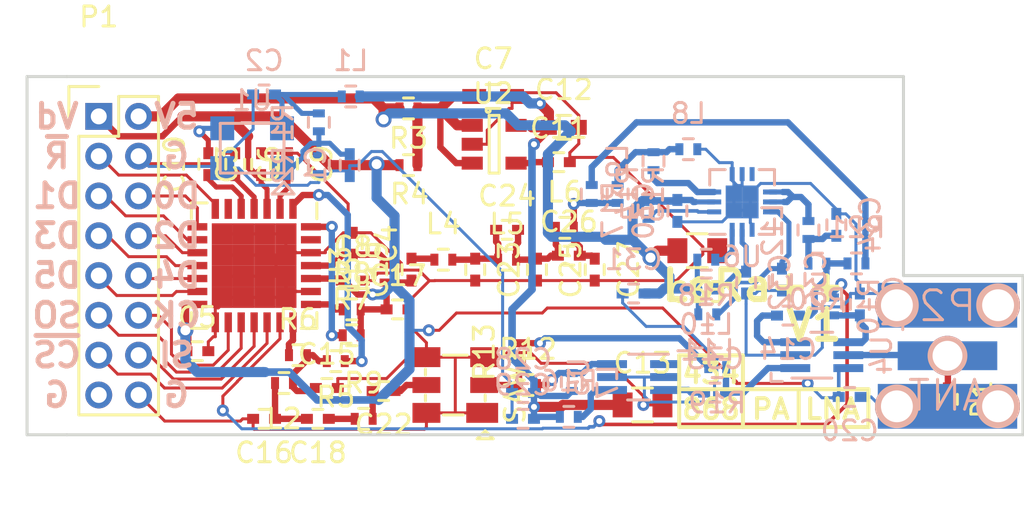
<source format=kicad_pcb>
(kicad_pcb (version 20171130) (host pcbnew "(5.1.12)-1")

  (general
    (thickness 1.6)
    (drawings 45)
    (tracks 693)
    (zones 0)
    (modules 78)
    (nets 63)
  )

  (page A4)
  (layers
    (0 F.Cu signal)
    (1 In1.Cu signal)
    (2 In2.Cu signal)
    (31 B.Cu signal)
    (32 B.Adhes user)
    (33 F.Adhes user hide)
    (34 B.Paste user)
    (35 F.Paste user)
    (36 B.SilkS user)
    (37 F.SilkS user)
    (38 B.Mask user)
    (39 F.Mask user)
    (40 Dwgs.User user)
    (41 Cmts.User user)
    (42 Eco1.User user)
    (43 Eco2.User user)
    (44 Edge.Cuts user)
    (45 Margin user)
    (46 B.CrtYd user)
    (47 F.CrtYd user)
    (48 B.Fab user)
    (49 F.Fab user)
  )

  (setup
    (last_trace_width 0.15)
    (user_trace_width 0.15)
    (user_trace_width 0.18)
    (user_trace_width 0.2032)
    (user_trace_width 0.254)
    (user_trace_width 0.32)
    (user_trace_width 0.381)
    (user_trace_width 0.508)
    (user_trace_width 0.889)
    (trace_clearance 0.15)
    (zone_clearance 0.254)
    (zone_45_only no)
    (trace_min 0.15)
    (via_size 0.6)
    (via_drill 0.3)
    (via_min_size 0.6)
    (via_min_drill 0.3)
    (user_via 0.8 0.5)
    (user_via 1 0.6)
    (user_via 1.5 1)
    (uvia_size 0.3)
    (uvia_drill 0.1)
    (uvias_allowed no)
    (uvia_min_size 0.2)
    (uvia_min_drill 0.1)
    (edge_width 0.15)
    (segment_width 0.2)
    (pcb_text_width 0.3)
    (pcb_text_size 1.5 1.5)
    (mod_edge_width 0.15)
    (mod_text_size 1 1)
    (mod_text_width 0.15)
    (pad_size 1.524 1.524)
    (pad_drill 0.762)
    (pad_to_mask_clearance 0.2)
    (aux_axis_origin 0 0)
    (visible_elements 7FFFFFFF)
    (pcbplotparams
      (layerselection 0x00030_80000001)
      (usegerberextensions false)
      (usegerberattributes true)
      (usegerberadvancedattributes true)
      (creategerberjobfile true)
      (excludeedgelayer true)
      (linewidth 0.100000)
      (plotframeref false)
      (viasonmask false)
      (mode 1)
      (useauxorigin false)
      (hpglpennumber 1)
      (hpglpenspeed 20)
      (hpglpendiameter 15.000000)
      (psnegative false)
      (psa4output false)
      (plotreference true)
      (plotvalue true)
      (plotinvisibletext false)
      (padsonsilk false)
      (subtractmaskfromsilk false)
      (outputformat 1)
      (mirror false)
      (drillshape 1)
      (scaleselection 1)
      (outputdirectory ""))
  )

  (net 0 "")
  (net 1 "Net-(C1-Pad1)")
  (net 2 GND)
  (net 3 "Net-(C2-Pad1)")
  (net 4 VCC)
  (net 5 /VR_PA)
  (net 6 "Net-(C6-Pad2)")
  (net 7 "Net-(C7-Pad1)")
  (net 8 "Net-(C9-Pad2)")
  (net 9 "Net-(C10-Pad1)")
  (net 10 "Net-(C10-Pad2)")
  (net 11 "Net-(C11-Pad1)")
  (net 12 3V0)
  (net 13 "Net-(C14-Pad1)")
  (net 14 /RF_OUT)
  (net 15 /SX_RFI)
  (net 16 "Net-(C16-Pad1)")
  (net 17 /SX_RFO)
  (net 18 "Net-(C18-Pad1)")
  (net 19 "Net-(C19-Pad2)")
  (net 20 "Net-(C21-Pad1)")
  (net 21 "Net-(C22-Pad1)")
  (net 22 "Net-(C22-Pad2)")
  (net 23 "Net-(C23-Pad1)")
  (net 24 "Net-(C24-Pad2)")
  (net 25 "Net-(C26-Pad2)")
  (net 26 +5V)
  (net 27 "Net-(C32-Pad2)")
  (net 28 /RF_IN)
  (net 29 "Net-(C33-Pad2)")
  (net 30 "Net-(C34-Pad1)")
  (net 31 "Net-(C36-Pad2)")
  (net 32 "Net-(D1-Pad1)")
  (net 33 "Net-(L7-Pad2)")
  (net 34 "Net-(L8-Pad2)")
  (net 35 "Net-(L9-Pad2)")
  (net 36 "Net-(L12-Pad1)")
  (net 37 /LORA_~RST)
  (net 38 /LORA_DIO1)
  (net 39 /LORA_DIO3)
  (net 40 /LORA_DIO5)
  (net 41 /LORA_MISO)
  (net 42 /LORA_~CS)
  (net 43 /LORA_DIO0)
  (net 44 /LORA_DIO2)
  (net 45 /LORA_DIO4)
  (net 46 /LORA_SCK)
  (net 47 /LORA_MOSI)
  (net 48 /RFI_LF)
  (net 49 /RFI_HF)
  (net 50 /RFO_LF)
  (net 51 /RFO_HF)
  (net 52 /SW_CTRL)
  (net 53 "Net-(R13-Pad2)")
  (net 54 "Net-(R14-Pad2)")
  (net 55 "Net-(R16-Pad1)")
  (net 56 "Net-(R17-Pad2)")
  (net 57 "Net-(R18-Pad2)")
  (net 58 "Net-(U3-Pad6)")
  (net 59 "Net-(U3-Pad27)")
  (net 60 "Net-(U5-Pad1)")
  (net 61 "Net-(U6-Pad6)")
  (net 62 "Net-(R12-Pad1)")

  (net_class Default "This is the default net class."
    (clearance 0.15)
    (trace_width 0.15)
    (via_dia 0.6)
    (via_drill 0.3)
    (uvia_dia 0.3)
    (uvia_drill 0.1)
    (add_net +5V)
    (add_net /LORA_DIO0)
    (add_net /LORA_DIO1)
    (add_net /LORA_DIO2)
    (add_net /LORA_DIO3)
    (add_net /LORA_DIO4)
    (add_net /LORA_DIO5)
    (add_net /LORA_MISO)
    (add_net /LORA_MOSI)
    (add_net /LORA_SCK)
    (add_net /LORA_~CS)
    (add_net /LORA_~RST)
    (add_net /RFI_HF)
    (add_net /RFI_LF)
    (add_net /RFO_HF)
    (add_net /RFO_LF)
    (add_net /RF_IN)
    (add_net /RF_OUT)
    (add_net /SW_CTRL)
    (add_net /SX_RFI)
    (add_net /SX_RFO)
    (add_net /VR_PA)
    (add_net 3V0)
    (add_net GND)
    (add_net "Net-(C1-Pad1)")
    (add_net "Net-(C10-Pad1)")
    (add_net "Net-(C10-Pad2)")
    (add_net "Net-(C11-Pad1)")
    (add_net "Net-(C14-Pad1)")
    (add_net "Net-(C16-Pad1)")
    (add_net "Net-(C18-Pad1)")
    (add_net "Net-(C19-Pad2)")
    (add_net "Net-(C2-Pad1)")
    (add_net "Net-(C21-Pad1)")
    (add_net "Net-(C22-Pad1)")
    (add_net "Net-(C22-Pad2)")
    (add_net "Net-(C23-Pad1)")
    (add_net "Net-(C24-Pad2)")
    (add_net "Net-(C26-Pad2)")
    (add_net "Net-(C32-Pad2)")
    (add_net "Net-(C33-Pad2)")
    (add_net "Net-(C34-Pad1)")
    (add_net "Net-(C36-Pad2)")
    (add_net "Net-(C6-Pad2)")
    (add_net "Net-(C7-Pad1)")
    (add_net "Net-(C9-Pad2)")
    (add_net "Net-(D1-Pad1)")
    (add_net "Net-(L12-Pad1)")
    (add_net "Net-(L7-Pad2)")
    (add_net "Net-(L8-Pad2)")
    (add_net "Net-(L9-Pad2)")
    (add_net "Net-(R12-Pad1)")
    (add_net "Net-(R13-Pad2)")
    (add_net "Net-(R14-Pad2)")
    (add_net "Net-(R16-Pad1)")
    (add_net "Net-(R17-Pad2)")
    (add_net "Net-(R18-Pad2)")
    (add_net "Net-(U3-Pad27)")
    (add_net "Net-(U3-Pad6)")
    (add_net "Net-(U5-Pad1)")
    (add_net "Net-(U6-Pad6)")
    (add_net VCC)
  )

  (module Resistors_SMD:R_0402 (layer B.Cu) (tedit 5415CBB8) (tstamp 57D92D2C)
    (at 188.46 73.55 90)
    (descr "Resistor SMD 0402, reflow soldering, Vishay (see dcrcw.pdf)")
    (tags "resistor 0402")
    (path /57DBC6C9)
    (attr smd)
    (fp_text reference R10 (at 0 1.8 90) (layer B.SilkS)
      (effects (font (size 1 1) (thickness 0.15)) (justify mirror))
    )
    (fp_text value 0R (at 0 -1.8 90) (layer B.Fab)
      (effects (font (size 1 1) (thickness 0.15)) (justify mirror))
    )
    (fp_line (start -0.25 -0.525) (end 0.25 -0.525) (layer B.SilkS) (width 0.15))
    (fp_line (start 0.25 0.525) (end -0.25 0.525) (layer B.SilkS) (width 0.15))
    (fp_line (start 0.95 0.65) (end 0.95 -0.65) (layer B.CrtYd) (width 0.05))
    (fp_line (start -0.95 0.65) (end -0.95 -0.65) (layer B.CrtYd) (width 0.05))
    (fp_line (start -0.95 -0.65) (end 0.95 -0.65) (layer B.CrtYd) (width 0.05))
    (fp_line (start -0.95 0.65) (end 0.95 0.65) (layer B.CrtYd) (width 0.05))
    (pad 1 smd rect (at -0.45 0 90) (size 0.4 0.6) (layers B.Cu B.Paste B.Mask)
      (net 20 "Net-(C21-Pad1)"))
    (pad 2 smd rect (at 0.45 0 90) (size 0.4 0.6) (layers B.Cu B.Paste B.Mask)
      (net 52 /SW_CTRL))
    (model Resistors_SMD.3dshapes/R_0402.wrl
      (at (xyz 0 0 0))
      (scale (xyz 1 1 1))
      (rotate (xyz 0 0 0))
    )
  )

  (module Pin_Headers:Pin_Header_Straight_2x08_Pitch2.00mm (layer F.Cu) (tedit 56FA75DA) (tstamp 57D92CE4)
    (at 151.6 64)
    (descr "Through hole pin header, 2x08, 2.00mm pitch, double row")
    (tags "pin header double row")
    (path /57DCF277)
    (fp_text reference P1 (at 0 -5) (layer F.SilkS)
      (effects (font (size 1 1) (thickness 0.15)))
    )
    (fp_text value CONN_02X08 (at 0 -3) (layer F.Fab)
      (effects (font (size 1 1) (thickness 0.15)))
    )
    (fp_line (start -1.5 -1.5) (end 0 -1.5) (layer F.SilkS) (width 0.15))
    (fp_line (start -1.5 0) (end -1.5 -1.5) (layer F.SilkS) (width 0.15))
    (fp_line (start -1.6 15.6) (end -1.6 -1.6) (layer F.CrtYd) (width 0.05))
    (fp_line (start 3.6 15.6) (end -1.6 15.6) (layer F.CrtYd) (width 0.05))
    (fp_line (start 3.6 -1.6) (end 3.6 15.6) (layer F.CrtYd) (width 0.05))
    (fp_line (start -1.6 -1.6) (end 3.6 -1.6) (layer F.CrtYd) (width 0.05))
    (fp_line (start -1 15) (end -1 1) (layer F.SilkS) (width 0.15))
    (fp_line (start 3 15) (end -1 15) (layer F.SilkS) (width 0.15))
    (fp_line (start 3 1) (end 3 15) (layer F.SilkS) (width 0.15))
    (fp_line (start 3 -1) (end 3 1) (layer F.SilkS) (width 0.15))
    (fp_line (start 1 -1) (end 3 -1) (layer F.SilkS) (width 0.15))
    (fp_line (start 1 1) (end 1 -1) (layer F.SilkS) (width 0.15))
    (fp_line (start -1 1) (end 1 1) (layer F.SilkS) (width 0.15))
    (pad 1 thru_hole rect (at 0 0) (size 1.35 1.35) (drill 0.8) (layers *.Cu *.Mask)
      (net 4 VCC))
    (pad 3 thru_hole circle (at 0 2) (size 1.35 1.35) (drill 0.8) (layers *.Cu *.Mask)
      (net 37 /LORA_~RST))
    (pad 5 thru_hole circle (at 0 4) (size 1.35 1.35) (drill 0.8) (layers *.Cu *.Mask)
      (net 38 /LORA_DIO1))
    (pad 7 thru_hole circle (at 0 6) (size 1.35 1.35) (drill 0.8) (layers *.Cu *.Mask)
      (net 39 /LORA_DIO3))
    (pad 9 thru_hole circle (at 0 8) (size 1.35 1.35) (drill 0.8) (layers *.Cu *.Mask)
      (net 40 /LORA_DIO5))
    (pad 11 thru_hole circle (at 0 10) (size 1.35 1.35) (drill 0.8) (layers *.Cu *.Mask)
      (net 41 /LORA_MISO))
    (pad 13 thru_hole circle (at 0 12) (size 1.35 1.35) (drill 0.8) (layers *.Cu *.Mask)
      (net 42 /LORA_~CS))
    (pad 15 thru_hole circle (at 0 14) (size 1.35 1.35) (drill 0.8) (layers *.Cu *.Mask)
      (net 2 GND))
    (pad 2 thru_hole circle (at 2 0) (size 1.35 1.35) (drill 0.8) (layers *.Cu *.Mask)
      (net 26 +5V))
    (pad 4 thru_hole circle (at 2 2) (size 1.35 1.35) (drill 0.8) (layers *.Cu *.Mask)
      (net 2 GND))
    (pad 6 thru_hole circle (at 2 4) (size 1.35 1.35) (drill 0.8) (layers *.Cu *.Mask)
      (net 43 /LORA_DIO0))
    (pad 8 thru_hole circle (at 2 6) (size 1.35 1.35) (drill 0.8) (layers *.Cu *.Mask)
      (net 44 /LORA_DIO2))
    (pad 10 thru_hole circle (at 2 8) (size 1.35 1.35) (drill 0.8) (layers *.Cu *.Mask)
      (net 45 /LORA_DIO4))
    (pad 12 thru_hole circle (at 2 10) (size 1.35 1.35) (drill 0.8) (layers *.Cu *.Mask)
      (net 46 /LORA_SCK))
    (pad 14 thru_hole circle (at 2 12) (size 1.35 1.35) (drill 0.8) (layers *.Cu *.Mask)
      (net 47 /LORA_MOSI))
    (pad 16 thru_hole circle (at 2 14) (size 1.35 1.35) (drill 0.8) (layers *.Cu *.Mask)
      (net 2 GND))
    (model Pin_Headers.3dshapes/Pin_Header_Straight_2x08_Pitch2.00mm.wrl
      (at (xyz 0 0 0))
      (scale (xyz 1 1 1))
      (rotate (xyz 0 0 0))
    )
  )

  (module Capacitors_SMD:C_0402 (layer F.Cu) (tedit 5415D599) (tstamp 57D92C2E)
    (at 165.9 77.8 180)
    (descr "Capacitor SMD 0402, reflow soldering, AVX (see smccp.pdf)")
    (tags "capacitor 0402")
    (path /57D935D0)
    (attr smd)
    (fp_text reference C22 (at 0 -1.7 180) (layer F.SilkS)
      (effects (font (size 1 1) (thickness 0.15)))
    )
    (fp_text value 47pF (at 0 1.7 180) (layer F.Fab)
      (effects (font (size 1 1) (thickness 0.15)))
    )
    (fp_line (start -0.25 0.475) (end 0.25 0.475) (layer F.SilkS) (width 0.15))
    (fp_line (start 0.25 -0.475) (end -0.25 -0.475) (layer F.SilkS) (width 0.15))
    (fp_line (start 1.15 -0.6) (end 1.15 0.6) (layer F.CrtYd) (width 0.05))
    (fp_line (start -1.15 -0.6) (end -1.15 0.6) (layer F.CrtYd) (width 0.05))
    (fp_line (start -1.15 0.6) (end 1.15 0.6) (layer F.CrtYd) (width 0.05))
    (fp_line (start -1.15 -0.6) (end 1.15 -0.6) (layer F.CrtYd) (width 0.05))
    (pad 1 smd rect (at -0.55 0 180) (size 0.6 0.5) (layers F.Cu F.Paste F.Mask)
      (net 21 "Net-(C22-Pad1)"))
    (pad 2 smd rect (at 0.55 0 180) (size 0.6 0.5) (layers F.Cu F.Paste F.Mask)
      (net 22 "Net-(C22-Pad2)"))
    (model Capacitors_SMD.3dshapes/C_0402.wrl
      (at (xyz 0 0 0))
      (scale (xyz 1 1 1))
      (rotate (xyz 0 0 0))
    )
  )

  (module Resistors_SMD:R_0402 (layer F.Cu) (tedit 5415CBB8) (tstamp 57D92C94)
    (at 160.9 77.4 180)
    (descr "Resistor SMD 0402, reflow soldering, Vishay (see dcrcw.pdf)")
    (tags "resistor 0402")
    (path /57D962A3)
    (attr smd)
    (fp_text reference L2 (at 0 -1.8 180) (layer F.SilkS)
      (effects (font (size 1 1) (thickness 0.15)))
    )
    (fp_text value 10nH (at 0 1.8 180) (layer F.Fab)
      (effects (font (size 1 1) (thickness 0.15)))
    )
    (fp_line (start -0.25 0.525) (end 0.25 0.525) (layer F.SilkS) (width 0.15))
    (fp_line (start 0.25 -0.525) (end -0.25 -0.525) (layer F.SilkS) (width 0.15))
    (fp_line (start 0.95 -0.65) (end 0.95 0.65) (layer F.CrtYd) (width 0.05))
    (fp_line (start -0.95 -0.65) (end -0.95 0.65) (layer F.CrtYd) (width 0.05))
    (fp_line (start -0.95 0.65) (end 0.95 0.65) (layer F.CrtYd) (width 0.05))
    (fp_line (start -0.95 -0.65) (end 0.95 -0.65) (layer F.CrtYd) (width 0.05))
    (pad 1 smd rect (at -0.45 0 180) (size 0.4 0.6) (layers F.Cu F.Paste F.Mask)
      (net 15 /SX_RFI))
    (pad 2 smd rect (at 0.45 0 180) (size 0.4 0.6) (layers F.Cu F.Paste F.Mask)
      (net 16 "Net-(C16-Pad1)"))
    (model Resistors_SMD.3dshapes/R_0402.wrl
      (at (xyz 0 0 0))
      (scale (xyz 1 1 1))
      (rotate (xyz 0 0 0))
    )
  )

  (module Capacitors_SMD:C_0402 (layer B.Cu) (tedit 5415D599) (tstamp 57D92BB0)
    (at 164.2 66.45 270)
    (descr "Capacitor SMD 0402, reflow soldering, AVX (see smccp.pdf)")
    (tags "capacitor 0402")
    (path /57D91B48)
    (attr smd)
    (fp_text reference C1 (at 0 1.7 270) (layer B.SilkS)
      (effects (font (size 1 1) (thickness 0.15)) (justify mirror))
    )
    (fp_text value 100n (at 0 -1.7 270) (layer B.Fab)
      (effects (font (size 1 1) (thickness 0.15)) (justify mirror))
    )
    (fp_line (start -0.25 -0.475) (end 0.25 -0.475) (layer B.SilkS) (width 0.15))
    (fp_line (start 0.25 0.475) (end -0.25 0.475) (layer B.SilkS) (width 0.15))
    (fp_line (start 1.15 0.6) (end 1.15 -0.6) (layer B.CrtYd) (width 0.05))
    (fp_line (start -1.15 0.6) (end -1.15 -0.6) (layer B.CrtYd) (width 0.05))
    (fp_line (start -1.15 -0.6) (end 1.15 -0.6) (layer B.CrtYd) (width 0.05))
    (fp_line (start -1.15 0.6) (end 1.15 0.6) (layer B.CrtYd) (width 0.05))
    (pad 1 smd rect (at -0.55 0 270) (size 0.6 0.5) (layers B.Cu B.Paste B.Mask)
      (net 1 "Net-(C1-Pad1)"))
    (pad 2 smd rect (at 0.55 0 270) (size 0.6 0.5) (layers B.Cu B.Paste B.Mask)
      (net 2 GND))
    (model Capacitors_SMD.3dshapes/C_0402.wrl
      (at (xyz 0 0 0))
      (scale (xyz 1 1 1))
      (rotate (xyz 0 0 0))
    )
  )

  (module Capacitors_SMD:C_0402 (layer B.Cu) (tedit 5415D599) (tstamp 57D92BB6)
    (at 159.9 62.9 180)
    (descr "Capacitor SMD 0402, reflow soldering, AVX (see smccp.pdf)")
    (tags "capacitor 0402")
    (path /57D91397)
    (attr smd)
    (fp_text reference C2 (at 0 1.7 180) (layer B.SilkS)
      (effects (font (size 1 1) (thickness 0.15)) (justify mirror))
    )
    (fp_text value 100n (at 0 -1.7 180) (layer B.Fab)
      (effects (font (size 1 1) (thickness 0.15)) (justify mirror))
    )
    (fp_line (start -0.25 -0.475) (end 0.25 -0.475) (layer B.SilkS) (width 0.15))
    (fp_line (start 0.25 0.475) (end -0.25 0.475) (layer B.SilkS) (width 0.15))
    (fp_line (start 1.15 0.6) (end 1.15 -0.6) (layer B.CrtYd) (width 0.05))
    (fp_line (start -1.15 0.6) (end -1.15 -0.6) (layer B.CrtYd) (width 0.05))
    (fp_line (start -1.15 -0.6) (end 1.15 -0.6) (layer B.CrtYd) (width 0.05))
    (fp_line (start -1.15 0.6) (end 1.15 0.6) (layer B.CrtYd) (width 0.05))
    (pad 1 smd rect (at -0.55 0 180) (size 0.6 0.5) (layers B.Cu B.Paste B.Mask)
      (net 3 "Net-(C2-Pad1)"))
    (pad 2 smd rect (at 0.55 0 180) (size 0.6 0.5) (layers B.Cu B.Paste B.Mask)
      (net 2 GND))
    (model Capacitors_SMD.3dshapes/C_0402.wrl
      (at (xyz 0 0 0))
      (scale (xyz 1 1 1))
      (rotate (xyz 0 0 0))
    )
  )

  (module Capacitors_SMD:C_0402 (layer F.Cu) (tedit 5415D599) (tstamp 57D92BBC)
    (at 159.75 66.4 90)
    (descr "Capacitor SMD 0402, reflow soldering, AVX (see smccp.pdf)")
    (tags "capacitor 0402")
    (path /57D90260)
    (attr smd)
    (fp_text reference C3 (at 0 -1.7 90) (layer F.SilkS)
      (effects (font (size 1 1) (thickness 0.15)))
    )
    (fp_text value 100n (at 0 1.7 90) (layer F.Fab)
      (effects (font (size 1 1) (thickness 0.15)))
    )
    (fp_line (start -0.25 0.475) (end 0.25 0.475) (layer F.SilkS) (width 0.15))
    (fp_line (start 0.25 -0.475) (end -0.25 -0.475) (layer F.SilkS) (width 0.15))
    (fp_line (start 1.15 -0.6) (end 1.15 0.6) (layer F.CrtYd) (width 0.05))
    (fp_line (start -1.15 -0.6) (end -1.15 0.6) (layer F.CrtYd) (width 0.05))
    (fp_line (start -1.15 0.6) (end 1.15 0.6) (layer F.CrtYd) (width 0.05))
    (fp_line (start -1.15 -0.6) (end 1.15 -0.6) (layer F.CrtYd) (width 0.05))
    (pad 1 smd rect (at -0.55 0 90) (size 0.6 0.5) (layers F.Cu F.Paste F.Mask)
      (net 4 VCC))
    (pad 2 smd rect (at 0.55 0 90) (size 0.6 0.5) (layers F.Cu F.Paste F.Mask)
      (net 2 GND))
    (model Capacitors_SMD.3dshapes/C_0402.wrl
      (at (xyz 0 0 0))
      (scale (xyz 1 1 1))
      (rotate (xyz 0 0 0))
    )
  )

  (module Capacitors_SMD:C_0402 (layer F.Cu) (tedit 5415D599) (tstamp 57D92BC2)
    (at 164.35 70.4 270)
    (descr "Capacitor SMD 0402, reflow soldering, AVX (see smccp.pdf)")
    (tags "capacitor 0402")
    (path /57D90540)
    (attr smd)
    (fp_text reference C4 (at 0 -1.7 270) (layer F.SilkS)
      (effects (font (size 1 1) (thickness 0.15)))
    )
    (fp_text value 10n (at 0 1.7 270) (layer F.Fab)
      (effects (font (size 1 1) (thickness 0.15)))
    )
    (fp_line (start -0.25 0.475) (end 0.25 0.475) (layer F.SilkS) (width 0.15))
    (fp_line (start 0.25 -0.475) (end -0.25 -0.475) (layer F.SilkS) (width 0.15))
    (fp_line (start 1.15 -0.6) (end 1.15 0.6) (layer F.CrtYd) (width 0.05))
    (fp_line (start -1.15 -0.6) (end -1.15 0.6) (layer F.CrtYd) (width 0.05))
    (fp_line (start -1.15 0.6) (end 1.15 0.6) (layer F.CrtYd) (width 0.05))
    (fp_line (start -1.15 -0.6) (end 1.15 -0.6) (layer F.CrtYd) (width 0.05))
    (pad 1 smd rect (at -0.55 0 270) (size 0.6 0.5) (layers F.Cu F.Paste F.Mask)
      (net 2 GND))
    (pad 2 smd rect (at 0.55 0 270) (size 0.6 0.5) (layers F.Cu F.Paste F.Mask)
      (net 5 /VR_PA))
    (model Capacitors_SMD.3dshapes/C_0402.wrl
      (at (xyz 0 0 0))
      (scale (xyz 1 1 1))
      (rotate (xyz 0 0 0))
    )
  )

  (module Capacitors_SMD:C_0402 (layer F.Cu) (tedit 5415D599) (tstamp 57D92BC8)
    (at 156.55 75.8)
    (descr "Capacitor SMD 0402, reflow soldering, AVX (see smccp.pdf)")
    (tags "capacitor 0402")
    (path /57D9022A)
    (attr smd)
    (fp_text reference C5 (at 0 -1.7) (layer F.SilkS)
      (effects (font (size 1 1) (thickness 0.15)))
    )
    (fp_text value 100n (at 0 1.7) (layer F.Fab)
      (effects (font (size 1 1) (thickness 0.15)))
    )
    (fp_line (start -0.25 0.475) (end 0.25 0.475) (layer F.SilkS) (width 0.15))
    (fp_line (start 0.25 -0.475) (end -0.25 -0.475) (layer F.SilkS) (width 0.15))
    (fp_line (start 1.15 -0.6) (end 1.15 0.6) (layer F.CrtYd) (width 0.05))
    (fp_line (start -1.15 -0.6) (end -1.15 0.6) (layer F.CrtYd) (width 0.05))
    (fp_line (start -1.15 0.6) (end 1.15 0.6) (layer F.CrtYd) (width 0.05))
    (fp_line (start -1.15 -0.6) (end 1.15 -0.6) (layer F.CrtYd) (width 0.05))
    (pad 1 smd rect (at -0.55 0) (size 0.6 0.5) (layers F.Cu F.Paste F.Mask)
      (net 4 VCC))
    (pad 2 smd rect (at 0.55 0) (size 0.6 0.5) (layers F.Cu F.Paste F.Mask)
      (net 2 GND))
    (model Capacitors_SMD.3dshapes/C_0402.wrl
      (at (xyz 0 0 0))
      (scale (xyz 1 1 1))
      (rotate (xyz 0 0 0))
    )
  )

  (module Capacitors_SMD:C_0402 (layer F.Cu) (tedit 5415D599) (tstamp 57D92BCE)
    (at 158.45 66.4 270)
    (descr "Capacitor SMD 0402, reflow soldering, AVX (see smccp.pdf)")
    (tags "capacitor 0402")
    (path /57D90448)
    (attr smd)
    (fp_text reference C6 (at 0 -1.7 270) (layer F.SilkS)
      (effects (font (size 1 1) (thickness 0.15)))
    )
    (fp_text value 100n (at 0 1.7 270) (layer F.Fab)
      (effects (font (size 1 1) (thickness 0.15)))
    )
    (fp_line (start -0.25 0.475) (end 0.25 0.475) (layer F.SilkS) (width 0.15))
    (fp_line (start 0.25 -0.475) (end -0.25 -0.475) (layer F.SilkS) (width 0.15))
    (fp_line (start 1.15 -0.6) (end 1.15 0.6) (layer F.CrtYd) (width 0.05))
    (fp_line (start -1.15 -0.6) (end -1.15 0.6) (layer F.CrtYd) (width 0.05))
    (fp_line (start -1.15 0.6) (end 1.15 0.6) (layer F.CrtYd) (width 0.05))
    (fp_line (start -1.15 -0.6) (end 1.15 -0.6) (layer F.CrtYd) (width 0.05))
    (pad 1 smd rect (at -0.55 0 270) (size 0.6 0.5) (layers F.Cu F.Paste F.Mask)
      (net 2 GND))
    (pad 2 smd rect (at 0.55 0 270) (size 0.6 0.5) (layers F.Cu F.Paste F.Mask)
      (net 6 "Net-(C6-Pad2)"))
    (model Capacitors_SMD.3dshapes/C_0402.wrl
      (at (xyz 0 0 0))
      (scale (xyz 1 1 1))
      (rotate (xyz 0 0 0))
    )
  )

  (module Capacitors_SMD:C_0603_HandSoldering (layer F.Cu) (tedit 541A9B4D) (tstamp 57D92BD4)
    (at 171.4 63)
    (descr "Capacitor SMD 0603, hand soldering")
    (tags "capacitor 0603")
    (path /57DC5727)
    (attr smd)
    (fp_text reference C7 (at 0 -1.9) (layer F.SilkS)
      (effects (font (size 1 1) (thickness 0.15)))
    )
    (fp_text value 1µ (at 0 1.9) (layer F.Fab)
      (effects (font (size 1 1) (thickness 0.15)))
    )
    (fp_line (start 0.35 0.6) (end -0.35 0.6) (layer F.SilkS) (width 0.15))
    (fp_line (start -0.35 -0.6) (end 0.35 -0.6) (layer F.SilkS) (width 0.15))
    (fp_line (start 1.85 -0.75) (end 1.85 0.75) (layer F.CrtYd) (width 0.05))
    (fp_line (start -1.85 -0.75) (end -1.85 0.75) (layer F.CrtYd) (width 0.05))
    (fp_line (start -1.85 0.75) (end 1.85 0.75) (layer F.CrtYd) (width 0.05))
    (fp_line (start -1.85 -0.75) (end 1.85 -0.75) (layer F.CrtYd) (width 0.05))
    (pad 1 smd rect (at -0.95 0) (size 1.2 0.75) (layers F.Cu F.Paste F.Mask)
      (net 7 "Net-(C7-Pad1)"))
    (pad 2 smd rect (at 0.95 0) (size 1.2 0.75) (layers F.Cu F.Paste F.Mask)
      (net 2 GND))
    (model Capacitors_SMD.3dshapes/C_0603_HandSoldering.wrl
      (at (xyz 0 0 0))
      (scale (xyz 1 1 1))
      (rotate (xyz 0 0 0))
    )
  )

  (module Capacitors_SMD:C_0402 (layer F.Cu) (tedit 5415D599) (tstamp 57D92BDA)
    (at 164.35 72.25)
    (descr "Capacitor SMD 0402, reflow soldering, AVX (see smccp.pdf)")
    (tags "capacitor 0402")
    (path /57D901F1)
    (attr smd)
    (fp_text reference C8 (at 0 -1.7) (layer F.SilkS)
      (effects (font (size 1 1) (thickness 0.15)))
    )
    (fp_text value 100n (at 0 1.7) (layer F.Fab)
      (effects (font (size 1 1) (thickness 0.15)))
    )
    (fp_line (start -0.25 0.475) (end 0.25 0.475) (layer F.SilkS) (width 0.15))
    (fp_line (start 0.25 -0.475) (end -0.25 -0.475) (layer F.SilkS) (width 0.15))
    (fp_line (start 1.15 -0.6) (end 1.15 0.6) (layer F.CrtYd) (width 0.05))
    (fp_line (start -1.15 -0.6) (end -1.15 0.6) (layer F.CrtYd) (width 0.05))
    (fp_line (start -1.15 0.6) (end 1.15 0.6) (layer F.CrtYd) (width 0.05))
    (fp_line (start -1.15 -0.6) (end 1.15 -0.6) (layer F.CrtYd) (width 0.05))
    (pad 1 smd rect (at -0.55 0) (size 0.6 0.5) (layers F.Cu F.Paste F.Mask)
      (net 4 VCC))
    (pad 2 smd rect (at 0.55 0) (size 0.6 0.5) (layers F.Cu F.Paste F.Mask)
      (net 2 GND))
    (model Capacitors_SMD.3dshapes/C_0402.wrl
      (at (xyz 0 0 0))
      (scale (xyz 1 1 1))
      (rotate (xyz 0 0 0))
    )
  )

  (module Capacitors_SMD:C_0402 (layer F.Cu) (tedit 5415D599) (tstamp 57D92BE0)
    (at 161.1 66.4 270)
    (descr "Capacitor SMD 0402, reflow soldering, AVX (see smccp.pdf)")
    (tags "capacitor 0402")
    (path /57D90400)
    (attr smd)
    (fp_text reference C9 (at 0 -1.7 270) (layer F.SilkS)
      (effects (font (size 1 1) (thickness 0.15)))
    )
    (fp_text value 100n (at 0 1.7 270) (layer F.Fab)
      (effects (font (size 1 1) (thickness 0.15)))
    )
    (fp_line (start -0.25 0.475) (end 0.25 0.475) (layer F.SilkS) (width 0.15))
    (fp_line (start 0.25 -0.475) (end -0.25 -0.475) (layer F.SilkS) (width 0.15))
    (fp_line (start 1.15 -0.6) (end 1.15 0.6) (layer F.CrtYd) (width 0.05))
    (fp_line (start -1.15 -0.6) (end -1.15 0.6) (layer F.CrtYd) (width 0.05))
    (fp_line (start -1.15 0.6) (end 1.15 0.6) (layer F.CrtYd) (width 0.05))
    (fp_line (start -1.15 -0.6) (end 1.15 -0.6) (layer F.CrtYd) (width 0.05))
    (pad 1 smd rect (at -0.55 0 270) (size 0.6 0.5) (layers F.Cu F.Paste F.Mask)
      (net 2 GND))
    (pad 2 smd rect (at 0.55 0 270) (size 0.6 0.5) (layers F.Cu F.Paste F.Mask)
      (net 8 "Net-(C9-Pad2)"))
    (model Capacitors_SMD.3dshapes/C_0402.wrl
      (at (xyz 0 0 0))
      (scale (xyz 1 1 1))
      (rotate (xyz 0 0 0))
    )
  )

  (module Capacitors_SMD:C_0402 (layer F.Cu) (tedit 5415D599) (tstamp 57D92BE6)
    (at 157.1 66.4 90)
    (descr "Capacitor SMD 0402, reflow soldering, AVX (see smccp.pdf)")
    (tags "capacitor 0402")
    (path /57D91020)
    (attr smd)
    (fp_text reference C10 (at 0 -1.7 90) (layer F.SilkS)
      (effects (font (size 1 1) (thickness 0.15)))
    )
    (fp_text value 1n (at 0 1.7 90) (layer F.Fab)
      (effects (font (size 1 1) (thickness 0.15)))
    )
    (fp_line (start -0.25 0.475) (end 0.25 0.475) (layer F.SilkS) (width 0.15))
    (fp_line (start 0.25 -0.475) (end -0.25 -0.475) (layer F.SilkS) (width 0.15))
    (fp_line (start 1.15 -0.6) (end 1.15 0.6) (layer F.CrtYd) (width 0.05))
    (fp_line (start -1.15 -0.6) (end -1.15 0.6) (layer F.CrtYd) (width 0.05))
    (fp_line (start -1.15 0.6) (end 1.15 0.6) (layer F.CrtYd) (width 0.05))
    (fp_line (start -1.15 -0.6) (end 1.15 -0.6) (layer F.CrtYd) (width 0.05))
    (pad 1 smd rect (at -0.55 0 90) (size 0.6 0.5) (layers F.Cu F.Paste F.Mask)
      (net 9 "Net-(C10-Pad1)"))
    (pad 2 smd rect (at 0.55 0 90) (size 0.6 0.5) (layers F.Cu F.Paste F.Mask)
      (net 10 "Net-(C10-Pad2)"))
    (model Capacitors_SMD.3dshapes/C_0402.wrl
      (at (xyz 0 0 0))
      (scale (xyz 1 1 1))
      (rotate (xyz 0 0 0))
    )
  )

  (module Capacitors_SMD:C_0402 (layer F.Cu) (tedit 5415D599) (tstamp 57D92BEC)
    (at 174.7 66.3)
    (descr "Capacitor SMD 0402, reflow soldering, AVX (see smccp.pdf)")
    (tags "capacitor 0402")
    (path /57DC492C)
    (attr smd)
    (fp_text reference C11 (at 0 -1.7) (layer F.SilkS)
      (effects (font (size 1 1) (thickness 0.15)))
    )
    (fp_text value 1n (at 0 1.7) (layer F.Fab)
      (effects (font (size 1 1) (thickness 0.15)))
    )
    (fp_line (start -0.25 0.475) (end 0.25 0.475) (layer F.SilkS) (width 0.15))
    (fp_line (start 0.25 -0.475) (end -0.25 -0.475) (layer F.SilkS) (width 0.15))
    (fp_line (start 1.15 -0.6) (end 1.15 0.6) (layer F.CrtYd) (width 0.05))
    (fp_line (start -1.15 -0.6) (end -1.15 0.6) (layer F.CrtYd) (width 0.05))
    (fp_line (start -1.15 0.6) (end 1.15 0.6) (layer F.CrtYd) (width 0.05))
    (fp_line (start -1.15 -0.6) (end 1.15 -0.6) (layer F.CrtYd) (width 0.05))
    (pad 1 smd rect (at -0.55 0) (size 0.6 0.5) (layers F.Cu F.Paste F.Mask)
      (net 11 "Net-(C11-Pad1)"))
    (pad 2 smd rect (at 0.55 0) (size 0.6 0.5) (layers F.Cu F.Paste F.Mask)
      (net 2 GND))
    (model Capacitors_SMD.3dshapes/C_0402.wrl
      (at (xyz 0 0 0))
      (scale (xyz 1 1 1))
      (rotate (xyz 0 0 0))
    )
  )

  (module Capacitors_SMD:C_0603 (layer F.Cu) (tedit 5415D631) (tstamp 57D92BF2)
    (at 174.95 64.55)
    (descr "Capacitor SMD 0603, reflow soldering, AVX (see smccp.pdf)")
    (tags "capacitor 0603")
    (path /57DC4059)
    (attr smd)
    (fp_text reference C12 (at 0 -1.9) (layer F.SilkS)
      (effects (font (size 1 1) (thickness 0.15)))
    )
    (fp_text value 1µ (at 0 1.9) (layer F.Fab)
      (effects (font (size 1 1) (thickness 0.15)))
    )
    (fp_line (start 0.35 0.6) (end -0.35 0.6) (layer F.SilkS) (width 0.15))
    (fp_line (start -0.35 -0.6) (end 0.35 -0.6) (layer F.SilkS) (width 0.15))
    (fp_line (start 1.45 -0.75) (end 1.45 0.75) (layer F.CrtYd) (width 0.05))
    (fp_line (start -1.45 -0.75) (end -1.45 0.75) (layer F.CrtYd) (width 0.05))
    (fp_line (start -1.45 0.75) (end 1.45 0.75) (layer F.CrtYd) (width 0.05))
    (fp_line (start -1.45 -0.75) (end 1.45 -0.75) (layer F.CrtYd) (width 0.05))
    (pad 1 smd rect (at -0.75 0) (size 0.8 0.75) (layers F.Cu F.Paste F.Mask)
      (net 12 3V0))
    (pad 2 smd rect (at 0.75 0) (size 0.8 0.75) (layers F.Cu F.Paste F.Mask)
      (net 2 GND))
    (model Capacitors_SMD.3dshapes/C_0603.wrl
      (at (xyz 0 0 0))
      (scale (xyz 1 1 1))
      (rotate (xyz 0 0 0))
    )
  )

  (module Capacitors_SMD:C_0805 (layer F.Cu) (tedit 5415D6EA) (tstamp 57D92BF8)
    (at 178.9 78.5)
    (descr "Capacitor SMD 0805, reflow soldering, AVX (see smccp.pdf)")
    (tags "capacitor 0805")
    (path /57DC435E)
    (attr smd)
    (fp_text reference C13 (at 0 -2.1) (layer F.SilkS)
      (effects (font (size 1 1) (thickness 0.15)))
    )
    (fp_text value 10µ (at 0 2.1) (layer F.Fab)
      (effects (font (size 1 1) (thickness 0.15)))
    )
    (fp_line (start -0.5 0.85) (end 0.5 0.85) (layer F.SilkS) (width 0.15))
    (fp_line (start 0.5 -0.85) (end -0.5 -0.85) (layer F.SilkS) (width 0.15))
    (fp_line (start 1.8 -1) (end 1.8 1) (layer F.CrtYd) (width 0.05))
    (fp_line (start -1.8 -1) (end -1.8 1) (layer F.CrtYd) (width 0.05))
    (fp_line (start -1.8 1) (end 1.8 1) (layer F.CrtYd) (width 0.05))
    (fp_line (start -1.8 -1) (end 1.8 -1) (layer F.CrtYd) (width 0.05))
    (pad 1 smd rect (at -1 0) (size 1 1.25) (layers F.Cu F.Paste F.Mask)
      (net 12 3V0))
    (pad 2 smd rect (at 1 0) (size 1 1.25) (layers F.Cu F.Paste F.Mask)
      (net 2 GND))
    (model Capacitors_SMD.3dshapes/C_0805.wrl
      (at (xyz 0 0 0))
      (scale (xyz 1 1 1))
      (rotate (xyz 0 0 0))
    )
  )

  (module Capacitors_SMD:C_0402 (layer B.Cu) (tedit 5415D599) (tstamp 57D92BFE)
    (at 186.2 74.01)
    (descr "Capacitor SMD 0402, reflow soldering, AVX (see smccp.pdf)")
    (tags "capacitor 0402")
    (path /57DBE62B)
    (attr smd)
    (fp_text reference C14 (at 0 1.7) (layer B.SilkS)
      (effects (font (size 1 1) (thickness 0.15)) (justify mirror))
    )
    (fp_text value 100p (at 0 -1.7) (layer B.Fab)
      (effects (font (size 1 1) (thickness 0.15)) (justify mirror))
    )
    (fp_line (start -0.25 -0.475) (end 0.25 -0.475) (layer B.SilkS) (width 0.15))
    (fp_line (start 0.25 0.475) (end -0.25 0.475) (layer B.SilkS) (width 0.15))
    (fp_line (start 1.15 0.6) (end 1.15 -0.6) (layer B.CrtYd) (width 0.05))
    (fp_line (start -1.15 0.6) (end -1.15 -0.6) (layer B.CrtYd) (width 0.05))
    (fp_line (start -1.15 -0.6) (end 1.15 -0.6) (layer B.CrtYd) (width 0.05))
    (fp_line (start -1.15 0.6) (end 1.15 0.6) (layer B.CrtYd) (width 0.05))
    (pad 1 smd rect (at -0.55 0) (size 0.6 0.5) (layers B.Cu B.Paste B.Mask)
      (net 13 "Net-(C14-Pad1)"))
    (pad 2 smd rect (at 0.55 0) (size 0.6 0.5) (layers B.Cu B.Paste B.Mask)
      (net 14 /RF_OUT))
    (model Capacitors_SMD.3dshapes/C_0402.wrl
      (at (xyz 0 0 0))
      (scale (xyz 1 1 1))
      (rotate (xyz 0 0 0))
    )
  )

  (module Capacitors_SMD:C_0402 (layer F.Cu) (tedit 5415D599) (tstamp 57D92C04)
    (at 163.05 77.65)
    (descr "Capacitor SMD 0402, reflow soldering, AVX (see smccp.pdf)")
    (tags "capacitor 0402")
    (path /57D9298B)
    (attr smd)
    (fp_text reference C15 (at 0 -1.7) (layer F.SilkS)
      (effects (font (size 1 1) (thickness 0.15)))
    )
    (fp_text value DNP (at 0 1.7) (layer F.Fab)
      (effects (font (size 1 1) (thickness 0.15)))
    )
    (fp_line (start -0.25 0.475) (end 0.25 0.475) (layer F.SilkS) (width 0.15))
    (fp_line (start 0.25 -0.475) (end -0.25 -0.475) (layer F.SilkS) (width 0.15))
    (fp_line (start 1.15 -0.6) (end 1.15 0.6) (layer F.CrtYd) (width 0.05))
    (fp_line (start -1.15 -0.6) (end -1.15 0.6) (layer F.CrtYd) (width 0.05))
    (fp_line (start -1.15 0.6) (end 1.15 0.6) (layer F.CrtYd) (width 0.05))
    (fp_line (start -1.15 -0.6) (end 1.15 -0.6) (layer F.CrtYd) (width 0.05))
    (pad 1 smd rect (at -0.55 0) (size 0.6 0.5) (layers F.Cu F.Paste F.Mask)
      (net 15 /SX_RFI))
    (pad 2 smd rect (at 0.55 0) (size 0.6 0.5) (layers F.Cu F.Paste F.Mask)
      (net 2 GND))
    (model Capacitors_SMD.3dshapes/C_0402.wrl
      (at (xyz 0 0 0))
      (scale (xyz 1 1 1))
      (rotate (xyz 0 0 0))
    )
  )

  (module Capacitors_SMD:C_0402 (layer F.Cu) (tedit 5415D599) (tstamp 57D92C0A)
    (at 159.9 79.2 180)
    (descr "Capacitor SMD 0402, reflow soldering, AVX (see smccp.pdf)")
    (tags "capacitor 0402")
    (path /57D92CDF)
    (attr smd)
    (fp_text reference C16 (at 0 -1.7 180) (layer F.SilkS)
      (effects (font (size 1 1) (thickness 0.15)))
    )
    (fp_text value 3.3pF (at 0 1.7 180) (layer F.Fab)
      (effects (font (size 1 1) (thickness 0.15)))
    )
    (fp_line (start -0.25 0.475) (end 0.25 0.475) (layer F.SilkS) (width 0.15))
    (fp_line (start 0.25 -0.475) (end -0.25 -0.475) (layer F.SilkS) (width 0.15))
    (fp_line (start 1.15 -0.6) (end 1.15 0.6) (layer F.CrtYd) (width 0.05))
    (fp_line (start -1.15 -0.6) (end -1.15 0.6) (layer F.CrtYd) (width 0.05))
    (fp_line (start -1.15 0.6) (end 1.15 0.6) (layer F.CrtYd) (width 0.05))
    (fp_line (start -1.15 -0.6) (end 1.15 -0.6) (layer F.CrtYd) (width 0.05))
    (pad 1 smd rect (at -0.55 0 180) (size 0.6 0.5) (layers F.Cu F.Paste F.Mask)
      (net 16 "Net-(C16-Pad1)"))
    (pad 2 smd rect (at 0.55 0 180) (size 0.6 0.5) (layers F.Cu F.Paste F.Mask)
      (net 2 GND))
    (model Capacitors_SMD.3dshapes/C_0402.wrl
      (at (xyz 0 0 0))
      (scale (xyz 1 1 1))
      (rotate (xyz 0 0 0))
    )
  )

  (module Capacitors_SMD:C_0402 (layer F.Cu) (tedit 5415D599) (tstamp 57D92C10)
    (at 166.6 73.7)
    (descr "Capacitor SMD 0402, reflow soldering, AVX (see smccp.pdf)")
    (tags "capacitor 0402")
    (path /57D9AC4A)
    (attr smd)
    (fp_text reference C17 (at 0 -1.7) (layer F.SilkS)
      (effects (font (size 1 1) (thickness 0.15)))
    )
    (fp_text value 1.5pF (at 0 1.7) (layer F.Fab)
      (effects (font (size 1 1) (thickness 0.15)))
    )
    (fp_line (start -0.25 0.475) (end 0.25 0.475) (layer F.SilkS) (width 0.15))
    (fp_line (start 0.25 -0.475) (end -0.25 -0.475) (layer F.SilkS) (width 0.15))
    (fp_line (start 1.15 -0.6) (end 1.15 0.6) (layer F.CrtYd) (width 0.05))
    (fp_line (start -1.15 -0.6) (end -1.15 0.6) (layer F.CrtYd) (width 0.05))
    (fp_line (start -1.15 0.6) (end 1.15 0.6) (layer F.CrtYd) (width 0.05))
    (fp_line (start -1.15 -0.6) (end 1.15 -0.6) (layer F.CrtYd) (width 0.05))
    (pad 1 smd rect (at -0.55 0) (size 0.6 0.5) (layers F.Cu F.Paste F.Mask)
      (net 17 /SX_RFO))
    (pad 2 smd rect (at 0.55 0) (size 0.6 0.5) (layers F.Cu F.Paste F.Mask)
      (net 2 GND))
    (model Capacitors_SMD.3dshapes/C_0402.wrl
      (at (xyz 0 0 0))
      (scale (xyz 1 1 1))
      (rotate (xyz 0 0 0))
    )
  )

  (module Capacitors_SMD:C_0402 (layer F.Cu) (tedit 5415D599) (tstamp 57D92C16)
    (at 162.6 79.2 180)
    (descr "Capacitor SMD 0402, reflow soldering, AVX (see smccp.pdf)")
    (tags "capacitor 0402")
    (path /57D93188)
    (attr smd)
    (fp_text reference C18 (at 0 -1.7 180) (layer F.SilkS)
      (effects (font (size 1 1) (thickness 0.15)))
    )
    (fp_text value 47pF (at 0 1.7 180) (layer F.Fab)
      (effects (font (size 1 1) (thickness 0.15)))
    )
    (fp_line (start -0.25 0.475) (end 0.25 0.475) (layer F.SilkS) (width 0.15))
    (fp_line (start 0.25 -0.475) (end -0.25 -0.475) (layer F.SilkS) (width 0.15))
    (fp_line (start 1.15 -0.6) (end 1.15 0.6) (layer F.CrtYd) (width 0.05))
    (fp_line (start -1.15 -0.6) (end -1.15 0.6) (layer F.CrtYd) (width 0.05))
    (fp_line (start -1.15 0.6) (end 1.15 0.6) (layer F.CrtYd) (width 0.05))
    (fp_line (start -1.15 -0.6) (end 1.15 -0.6) (layer F.CrtYd) (width 0.05))
    (pad 1 smd rect (at -0.55 0 180) (size 0.6 0.5) (layers F.Cu F.Paste F.Mask)
      (net 18 "Net-(C18-Pad1)"))
    (pad 2 smd rect (at 0.55 0 180) (size 0.6 0.5) (layers F.Cu F.Paste F.Mask)
      (net 16 "Net-(C16-Pad1)"))
    (model Capacitors_SMD.3dshapes/C_0402.wrl
      (at (xyz 0 0 0))
      (scale (xyz 1 1 1))
      (rotate (xyz 0 0 0))
    )
  )

  (module Capacitors_SMD:C_0402 (layer F.Cu) (tedit 5415D599) (tstamp 57D92C1C)
    (at 167.3 71.7 90)
    (descr "Capacitor SMD 0402, reflow soldering, AVX (see smccp.pdf)")
    (tags "capacitor 0402")
    (path /57D9B074)
    (attr smd)
    (fp_text reference C19 (at 0 -1.7 90) (layer F.SilkS)
      (effects (font (size 1 1) (thickness 0.15)))
    )
    (fp_text value 33pF (at 0 1.7 90) (layer F.Fab)
      (effects (font (size 1 1) (thickness 0.15)))
    )
    (fp_line (start -0.25 0.475) (end 0.25 0.475) (layer F.SilkS) (width 0.15))
    (fp_line (start 0.25 -0.475) (end -0.25 -0.475) (layer F.SilkS) (width 0.15))
    (fp_line (start 1.15 -0.6) (end 1.15 0.6) (layer F.CrtYd) (width 0.05))
    (fp_line (start -1.15 -0.6) (end -1.15 0.6) (layer F.CrtYd) (width 0.05))
    (fp_line (start -1.15 0.6) (end 1.15 0.6) (layer F.CrtYd) (width 0.05))
    (fp_line (start -1.15 -0.6) (end 1.15 -0.6) (layer F.CrtYd) (width 0.05))
    (pad 1 smd rect (at -0.55 0 90) (size 0.6 0.5) (layers F.Cu F.Paste F.Mask)
      (net 17 /SX_RFO))
    (pad 2 smd rect (at 0.55 0 90) (size 0.6 0.5) (layers F.Cu F.Paste F.Mask)
      (net 19 "Net-(C19-Pad2)"))
    (model Capacitors_SMD.3dshapes/C_0402.wrl
      (at (xyz 0 0 0))
      (scale (xyz 1 1 1))
      (rotate (xyz 0 0 0))
    )
  )

  (module Capacitors_SMD:C_0402 (layer B.Cu) (tedit 5415D599) (tstamp 57D92C22)
    (at 189.3 78.1)
    (descr "Capacitor SMD 0402, reflow soldering, AVX (see smccp.pdf)")
    (tags "capacitor 0402")
    (path /57DBB96A)
    (attr smd)
    (fp_text reference C20 (at 0 1.7) (layer B.SilkS)
      (effects (font (size 1 1) (thickness 0.15)) (justify mirror))
    )
    (fp_text value 1n (at 0 -1.7) (layer B.Fab)
      (effects (font (size 1 1) (thickness 0.15)) (justify mirror))
    )
    (fp_line (start -0.25 -0.475) (end 0.25 -0.475) (layer B.SilkS) (width 0.15))
    (fp_line (start 0.25 0.475) (end -0.25 0.475) (layer B.SilkS) (width 0.15))
    (fp_line (start 1.15 0.6) (end 1.15 -0.6) (layer B.CrtYd) (width 0.05))
    (fp_line (start -1.15 0.6) (end -1.15 -0.6) (layer B.CrtYd) (width 0.05))
    (fp_line (start -1.15 -0.6) (end 1.15 -0.6) (layer B.CrtYd) (width 0.05))
    (fp_line (start -1.15 0.6) (end 1.15 0.6) (layer B.CrtYd) (width 0.05))
    (pad 1 smd rect (at -0.55 0) (size 0.6 0.5) (layers B.Cu B.Paste B.Mask)
      (net 4 VCC))
    (pad 2 smd rect (at 0.55 0) (size 0.6 0.5) (layers B.Cu B.Paste B.Mask)
      (net 2 GND))
    (model Capacitors_SMD.3dshapes/C_0402.wrl
      (at (xyz 0 0 0))
      (scale (xyz 1 1 1))
      (rotate (xyz 0 0 0))
    )
  )

  (module Capacitors_SMD:C_0402 (layer B.Cu) (tedit 5415D599) (tstamp 57D92C28)
    (at 189.81 73.45 90)
    (descr "Capacitor SMD 0402, reflow soldering, AVX (see smccp.pdf)")
    (tags "capacitor 0402")
    (path /57DBC235)
    (attr smd)
    (fp_text reference C21 (at 0 1.7 90) (layer B.SilkS)
      (effects (font (size 1 1) (thickness 0.15)) (justify mirror))
    )
    (fp_text value 1n (at 0 -1.7 90) (layer B.Fab)
      (effects (font (size 1 1) (thickness 0.15)) (justify mirror))
    )
    (fp_line (start -0.25 -0.475) (end 0.25 -0.475) (layer B.SilkS) (width 0.15))
    (fp_line (start 0.25 0.475) (end -0.25 0.475) (layer B.SilkS) (width 0.15))
    (fp_line (start 1.15 0.6) (end 1.15 -0.6) (layer B.CrtYd) (width 0.05))
    (fp_line (start -1.15 0.6) (end -1.15 -0.6) (layer B.CrtYd) (width 0.05))
    (fp_line (start -1.15 -0.6) (end 1.15 -0.6) (layer B.CrtYd) (width 0.05))
    (fp_line (start -1.15 0.6) (end 1.15 0.6) (layer B.CrtYd) (width 0.05))
    (pad 1 smd rect (at -0.55 0 90) (size 0.6 0.5) (layers B.Cu B.Paste B.Mask)
      (net 20 "Net-(C21-Pad1)"))
    (pad 2 smd rect (at 0.55 0 90) (size 0.6 0.5) (layers B.Cu B.Paste B.Mask)
      (net 2 GND))
    (model Capacitors_SMD.3dshapes/C_0402.wrl
      (at (xyz 0 0 0))
      (scale (xyz 1 1 1))
      (rotate (xyz 0 0 0))
    )
  )

  (module Capacitors_SMD:C_0402 (layer F.Cu) (tedit 5415D599) (tstamp 57D92C34)
    (at 170.5 71.7 270)
    (descr "Capacitor SMD 0402, reflow soldering, AVX (see smccp.pdf)")
    (tags "capacitor 0402")
    (path /57D9C034)
    (attr smd)
    (fp_text reference C23 (at 0 -1.7 270) (layer F.SilkS)
      (effects (font (size 1 1) (thickness 0.15)))
    )
    (fp_text value 4.7pF (at 0 1.7 270) (layer F.Fab)
      (effects (font (size 1 1) (thickness 0.15)))
    )
    (fp_line (start -0.25 0.475) (end 0.25 0.475) (layer F.SilkS) (width 0.15))
    (fp_line (start 0.25 -0.475) (end -0.25 -0.475) (layer F.SilkS) (width 0.15))
    (fp_line (start 1.15 -0.6) (end 1.15 0.6) (layer F.CrtYd) (width 0.05))
    (fp_line (start -1.15 -0.6) (end -1.15 0.6) (layer F.CrtYd) (width 0.05))
    (fp_line (start -1.15 0.6) (end 1.15 0.6) (layer F.CrtYd) (width 0.05))
    (fp_line (start -1.15 -0.6) (end 1.15 -0.6) (layer F.CrtYd) (width 0.05))
    (pad 1 smd rect (at -0.55 0 270) (size 0.6 0.5) (layers F.Cu F.Paste F.Mask)
      (net 23 "Net-(C23-Pad1)"))
    (pad 2 smd rect (at 0.55 0 270) (size 0.6 0.5) (layers F.Cu F.Paste F.Mask)
      (net 2 GND))
    (model Capacitors_SMD.3dshapes/C_0402.wrl
      (at (xyz 0 0 0))
      (scale (xyz 1 1 1))
      (rotate (xyz 0 0 0))
    )
  )

  (module Capacitors_SMD:C_0402 (layer F.Cu) (tedit 5415D599) (tstamp 57D92C3A)
    (at 172.1 69.7)
    (descr "Capacitor SMD 0402, reflow soldering, AVX (see smccp.pdf)")
    (tags "capacitor 0402")
    (path /57D9BC77)
    (attr smd)
    (fp_text reference C24 (at 0 -1.7) (layer F.SilkS)
      (effects (font (size 1 1) (thickness 0.15)))
    )
    (fp_text value 1.2pF (at 0 1.7) (layer F.Fab)
      (effects (font (size 1 1) (thickness 0.15)))
    )
    (fp_line (start -0.25 0.475) (end 0.25 0.475) (layer F.SilkS) (width 0.15))
    (fp_line (start 0.25 -0.475) (end -0.25 -0.475) (layer F.SilkS) (width 0.15))
    (fp_line (start 1.15 -0.6) (end 1.15 0.6) (layer F.CrtYd) (width 0.05))
    (fp_line (start -1.15 -0.6) (end -1.15 0.6) (layer F.CrtYd) (width 0.05))
    (fp_line (start -1.15 0.6) (end 1.15 0.6) (layer F.CrtYd) (width 0.05))
    (fp_line (start -1.15 -0.6) (end 1.15 -0.6) (layer F.CrtYd) (width 0.05))
    (pad 1 smd rect (at -0.55 0) (size 0.6 0.5) (layers F.Cu F.Paste F.Mask)
      (net 23 "Net-(C23-Pad1)"))
    (pad 2 smd rect (at 0.55 0) (size 0.6 0.5) (layers F.Cu F.Paste F.Mask)
      (net 24 "Net-(C24-Pad2)"))
    (model Capacitors_SMD.3dshapes/C_0402.wrl
      (at (xyz 0 0 0))
      (scale (xyz 1 1 1))
      (rotate (xyz 0 0 0))
    )
  )

  (module Capacitors_SMD:C_0402 (layer F.Cu) (tedit 5415D599) (tstamp 57D92C40)
    (at 173.6 71.7 270)
    (descr "Capacitor SMD 0402, reflow soldering, AVX (see smccp.pdf)")
    (tags "capacitor 0402")
    (path /57D9C3A8)
    (attr smd)
    (fp_text reference C25 (at 0 -1.7 270) (layer F.SilkS)
      (effects (font (size 1 1) (thickness 0.15)))
    )
    (fp_text value 1.8pF (at 0 1.7 270) (layer F.Fab)
      (effects (font (size 1 1) (thickness 0.15)))
    )
    (fp_line (start -0.25 0.475) (end 0.25 0.475) (layer F.SilkS) (width 0.15))
    (fp_line (start 0.25 -0.475) (end -0.25 -0.475) (layer F.SilkS) (width 0.15))
    (fp_line (start 1.15 -0.6) (end 1.15 0.6) (layer F.CrtYd) (width 0.05))
    (fp_line (start -1.15 -0.6) (end -1.15 0.6) (layer F.CrtYd) (width 0.05))
    (fp_line (start -1.15 0.6) (end 1.15 0.6) (layer F.CrtYd) (width 0.05))
    (fp_line (start -1.15 -0.6) (end 1.15 -0.6) (layer F.CrtYd) (width 0.05))
    (pad 1 smd rect (at -0.55 0 270) (size 0.6 0.5) (layers F.Cu F.Paste F.Mask)
      (net 24 "Net-(C24-Pad2)"))
    (pad 2 smd rect (at 0.55 0 270) (size 0.6 0.5) (layers F.Cu F.Paste F.Mask)
      (net 2 GND))
    (model Capacitors_SMD.3dshapes/C_0402.wrl
      (at (xyz 0 0 0))
      (scale (xyz 1 1 1))
      (rotate (xyz 0 0 0))
    )
  )

  (module Capacitors_SMD:C_0402 (layer F.Cu) (tedit 5415D599) (tstamp 57D92C46)
    (at 175.2 71)
    (descr "Capacitor SMD 0402, reflow soldering, AVX (see smccp.pdf)")
    (tags "capacitor 0402")
    (path /57D9E81F)
    (attr smd)
    (fp_text reference C26 (at 0 -1.7) (layer F.SilkS)
      (effects (font (size 1 1) (thickness 0.15)))
    )
    (fp_text value DNP (at 0 1.7) (layer F.Fab)
      (effects (font (size 1 1) (thickness 0.15)))
    )
    (fp_line (start -0.25 0.475) (end 0.25 0.475) (layer F.SilkS) (width 0.15))
    (fp_line (start 0.25 -0.475) (end -0.25 -0.475) (layer F.SilkS) (width 0.15))
    (fp_line (start 1.15 -0.6) (end 1.15 0.6) (layer F.CrtYd) (width 0.05))
    (fp_line (start -1.15 -0.6) (end -1.15 0.6) (layer F.CrtYd) (width 0.05))
    (fp_line (start -1.15 0.6) (end 1.15 0.6) (layer F.CrtYd) (width 0.05))
    (fp_line (start -1.15 -0.6) (end 1.15 -0.6) (layer F.CrtYd) (width 0.05))
    (pad 1 smd rect (at -0.55 0) (size 0.6 0.5) (layers F.Cu F.Paste F.Mask)
      (net 24 "Net-(C24-Pad2)"))
    (pad 2 smd rect (at 0.55 0) (size 0.6 0.5) (layers F.Cu F.Paste F.Mask)
      (net 25 "Net-(C26-Pad2)"))
    (model Capacitors_SMD.3dshapes/C_0402.wrl
      (at (xyz 0 0 0))
      (scale (xyz 1 1 1))
      (rotate (xyz 0 0 0))
    )
  )

  (module Capacitors_SMD:C_0402 (layer F.Cu) (tedit 5415D599) (tstamp 57D92C4C)
    (at 176.5 71.7 270)
    (descr "Capacitor SMD 0402, reflow soldering, AVX (see smccp.pdf)")
    (tags "capacitor 0402")
    (path /57D9E5E2)
    (attr smd)
    (fp_text reference C27 (at 0 -1.7 270) (layer F.SilkS)
      (effects (font (size 1 1) (thickness 0.15)))
    )
    (fp_text value DNP (at 0 1.7 270) (layer F.Fab)
      (effects (font (size 1 1) (thickness 0.15)))
    )
    (fp_line (start -0.25 0.475) (end 0.25 0.475) (layer F.SilkS) (width 0.15))
    (fp_line (start 0.25 -0.475) (end -0.25 -0.475) (layer F.SilkS) (width 0.15))
    (fp_line (start 1.15 -0.6) (end 1.15 0.6) (layer F.CrtYd) (width 0.05))
    (fp_line (start -1.15 -0.6) (end -1.15 0.6) (layer F.CrtYd) (width 0.05))
    (fp_line (start -1.15 0.6) (end 1.15 0.6) (layer F.CrtYd) (width 0.05))
    (fp_line (start -1.15 -0.6) (end 1.15 -0.6) (layer F.CrtYd) (width 0.05))
    (pad 1 smd rect (at -0.55 0 270) (size 0.6 0.5) (layers F.Cu F.Paste F.Mask)
      (net 25 "Net-(C26-Pad2)"))
    (pad 2 smd rect (at 0.55 0 270) (size 0.6 0.5) (layers F.Cu F.Paste F.Mask)
      (net 2 GND))
    (model Capacitors_SMD.3dshapes/C_0402.wrl
      (at (xyz 0 0 0))
      (scale (xyz 1 1 1))
      (rotate (xyz 0 0 0))
    )
  )

  (module Capacitors_SMD:C_0402 (layer B.Cu) (tedit 5415D599) (tstamp 57D92C52)
    (at 172.9 77.9 180)
    (descr "Capacitor SMD 0402, reflow soldering, AVX (see smccp.pdf)")
    (tags "capacitor 0402")
    (path /57D95194)
    (attr smd)
    (fp_text reference C28 (at 0 1.7 180) (layer B.SilkS)
      (effects (font (size 1 1) (thickness 0.15)) (justify mirror))
    )
    (fp_text value 1nF (at 0 -1.7 180) (layer B.Fab)
      (effects (font (size 1 1) (thickness 0.15)) (justify mirror))
    )
    (fp_line (start -0.25 -0.475) (end 0.25 -0.475) (layer B.SilkS) (width 0.15))
    (fp_line (start 0.25 0.475) (end -0.25 0.475) (layer B.SilkS) (width 0.15))
    (fp_line (start 1.15 0.6) (end 1.15 -0.6) (layer B.CrtYd) (width 0.05))
    (fp_line (start -1.15 0.6) (end -1.15 -0.6) (layer B.CrtYd) (width 0.05))
    (fp_line (start -1.15 -0.6) (end 1.15 -0.6) (layer B.CrtYd) (width 0.05))
    (fp_line (start -1.15 0.6) (end 1.15 0.6) (layer B.CrtYd) (width 0.05))
    (pad 1 smd rect (at -0.55 0 180) (size 0.6 0.5) (layers B.Cu B.Paste B.Mask)
      (net 12 3V0))
    (pad 2 smd rect (at 0.55 0 180) (size 0.6 0.5) (layers B.Cu B.Paste B.Mask)
      (net 2 GND))
    (model Capacitors_SMD.3dshapes/C_0402.wrl
      (at (xyz 0 0 0))
      (scale (xyz 1 1 1))
      (rotate (xyz 0 0 0))
    )
  )

  (module Capacitors_SMD:C_0402 (layer B.Cu) (tedit 5415D599) (tstamp 57D92C58)
    (at 172.9 79.2 180)
    (descr "Capacitor SMD 0402, reflow soldering, AVX (see smccp.pdf)")
    (tags "capacitor 0402")
    (path /57D95043)
    (attr smd)
    (fp_text reference C29 (at 0 1.7 180) (layer B.SilkS)
      (effects (font (size 1 1) (thickness 0.15)) (justify mirror))
    )
    (fp_text value 10nF (at 0 -1.7 180) (layer B.Fab)
      (effects (font (size 1 1) (thickness 0.15)) (justify mirror))
    )
    (fp_line (start -0.25 -0.475) (end 0.25 -0.475) (layer B.SilkS) (width 0.15))
    (fp_line (start 0.25 0.475) (end -0.25 0.475) (layer B.SilkS) (width 0.15))
    (fp_line (start 1.15 0.6) (end 1.15 -0.6) (layer B.CrtYd) (width 0.05))
    (fp_line (start -1.15 0.6) (end -1.15 -0.6) (layer B.CrtYd) (width 0.05))
    (fp_line (start -1.15 -0.6) (end 1.15 -0.6) (layer B.CrtYd) (width 0.05))
    (fp_line (start -1.15 0.6) (end 1.15 0.6) (layer B.CrtYd) (width 0.05))
    (pad 1 smd rect (at -0.55 0 180) (size 0.6 0.5) (layers B.Cu B.Paste B.Mask)
      (net 12 3V0))
    (pad 2 smd rect (at 0.55 0 180) (size 0.6 0.5) (layers B.Cu B.Paste B.Mask)
      (net 2 GND))
    (model Capacitors_SMD.3dshapes/C_0402.wrl
      (at (xyz 0 0 0))
      (scale (xyz 1 1 1))
      (rotate (xyz 0 0 0))
    )
  )

  (module Capacitors_SMD:C_0402 (layer B.Cu) (tedit 5415D599) (tstamp 57D92C5E)
    (at 180.65 68.75 270)
    (descr "Capacitor SMD 0402, reflow soldering, AVX (see smccp.pdf)")
    (tags "capacitor 0402")
    (path /57DA908C)
    (attr smd)
    (fp_text reference C30 (at 0 1.7 270) (layer B.SilkS)
      (effects (font (size 1 1) (thickness 0.15)) (justify mirror))
    )
    (fp_text value 100p (at 0 -1.7 270) (layer B.Fab)
      (effects (font (size 1 1) (thickness 0.15)) (justify mirror))
    )
    (fp_line (start -0.25 -0.475) (end 0.25 -0.475) (layer B.SilkS) (width 0.15))
    (fp_line (start 0.25 0.475) (end -0.25 0.475) (layer B.SilkS) (width 0.15))
    (fp_line (start 1.15 0.6) (end 1.15 -0.6) (layer B.CrtYd) (width 0.05))
    (fp_line (start -1.15 0.6) (end -1.15 -0.6) (layer B.CrtYd) (width 0.05))
    (fp_line (start -1.15 -0.6) (end 1.15 -0.6) (layer B.CrtYd) (width 0.05))
    (fp_line (start -1.15 0.6) (end 1.15 0.6) (layer B.CrtYd) (width 0.05))
    (pad 1 smd rect (at -0.55 0 270) (size 0.6 0.5) (layers B.Cu B.Paste B.Mask)
      (net 26 +5V))
    (pad 2 smd rect (at 0.55 0 270) (size 0.6 0.5) (layers B.Cu B.Paste B.Mask)
      (net 2 GND))
    (model Capacitors_SMD.3dshapes/C_0402.wrl
      (at (xyz 0 0 0))
      (scale (xyz 1 1 1))
      (rotate (xyz 0 0 0))
    )
  )

  (module Capacitors_SMD:C_0402 (layer B.Cu) (tedit 5415D599) (tstamp 57D92C64)
    (at 178.45 72.9 180)
    (descr "Capacitor SMD 0402, reflow soldering, AVX (see smccp.pdf)")
    (tags "capacitor 0402")
    (path /57DA6C77)
    (attr smd)
    (fp_text reference C31 (at 0 1.7 180) (layer B.SilkS)
      (effects (font (size 1 1) (thickness 0.15)) (justify mirror))
    )
    (fp_text value 1µF (at 0 -1.7 180) (layer B.Fab)
      (effects (font (size 1 1) (thickness 0.15)) (justify mirror))
    )
    (fp_line (start -0.25 -0.475) (end 0.25 -0.475) (layer B.SilkS) (width 0.15))
    (fp_line (start 0.25 0.475) (end -0.25 0.475) (layer B.SilkS) (width 0.15))
    (fp_line (start 1.15 0.6) (end 1.15 -0.6) (layer B.CrtYd) (width 0.05))
    (fp_line (start -1.15 0.6) (end -1.15 -0.6) (layer B.CrtYd) (width 0.05))
    (fp_line (start -1.15 -0.6) (end 1.15 -0.6) (layer B.CrtYd) (width 0.05))
    (fp_line (start -1.15 0.6) (end 1.15 0.6) (layer B.CrtYd) (width 0.05))
    (pad 1 smd rect (at -0.55 0 180) (size 0.6 0.5) (layers B.Cu B.Paste B.Mask)
      (net 26 +5V))
    (pad 2 smd rect (at 0.55 0 180) (size 0.6 0.5) (layers B.Cu B.Paste B.Mask)
      (net 2 GND))
    (model Capacitors_SMD.3dshapes/C_0402.wrl
      (at (xyz 0 0 0))
      (scale (xyz 1 1 1))
      (rotate (xyz 0 0 0))
    )
  )

  (module Capacitors_SMD:C_0402 (layer B.Cu) (tedit 5415D599) (tstamp 57D92C6A)
    (at 184.1 72.35 90)
    (descr "Capacitor SMD 0402, reflow soldering, AVX (see smccp.pdf)")
    (tags "capacitor 0402")
    (path /57DA9D80)
    (attr smd)
    (fp_text reference C32 (at 0 1.7 90) (layer B.SilkS)
      (effects (font (size 1 1) (thickness 0.15)) (justify mirror))
    )
    (fp_text value 1µF (at 0 -1.7 90) (layer B.Fab)
      (effects (font (size 1 1) (thickness 0.15)) (justify mirror))
    )
    (fp_line (start -0.25 -0.475) (end 0.25 -0.475) (layer B.SilkS) (width 0.15))
    (fp_line (start 0.25 0.475) (end -0.25 0.475) (layer B.SilkS) (width 0.15))
    (fp_line (start 1.15 0.6) (end 1.15 -0.6) (layer B.CrtYd) (width 0.05))
    (fp_line (start -1.15 0.6) (end -1.15 -0.6) (layer B.CrtYd) (width 0.05))
    (fp_line (start -1.15 -0.6) (end 1.15 -0.6) (layer B.CrtYd) (width 0.05))
    (fp_line (start -1.15 0.6) (end 1.15 0.6) (layer B.CrtYd) (width 0.05))
    (pad 1 smd rect (at -0.55 0 90) (size 0.6 0.5) (layers B.Cu B.Paste B.Mask)
      (net 2 GND))
    (pad 2 smd rect (at 0.55 0 90) (size 0.6 0.5) (layers B.Cu B.Paste B.Mask)
      (net 27 "Net-(C32-Pad2)"))
    (model Capacitors_SMD.3dshapes/C_0402.wrl
      (at (xyz 0 0 0))
      (scale (xyz 1 1 1))
      (rotate (xyz 0 0 0))
    )
  )

  (module Capacitors_SMD:C_0402 (layer B.Cu) (tedit 5415D599) (tstamp 57D92C70)
    (at 182.54 77.88 180)
    (descr "Capacitor SMD 0402, reflow soldering, AVX (see smccp.pdf)")
    (tags "capacitor 0402")
    (path /57D965B1)
    (attr smd)
    (fp_text reference C33 (at 0 1.7 180) (layer B.SilkS)
      (effects (font (size 1 1) (thickness 0.15)) (justify mirror))
    )
    (fp_text value 1nF (at 0 -1.7 180) (layer B.Fab)
      (effects (font (size 1 1) (thickness 0.15)) (justify mirror))
    )
    (fp_line (start -0.25 -0.475) (end 0.25 -0.475) (layer B.SilkS) (width 0.15))
    (fp_line (start 0.25 0.475) (end -0.25 0.475) (layer B.SilkS) (width 0.15))
    (fp_line (start 1.15 0.6) (end 1.15 -0.6) (layer B.CrtYd) (width 0.05))
    (fp_line (start -1.15 0.6) (end -1.15 -0.6) (layer B.CrtYd) (width 0.05))
    (fp_line (start -1.15 -0.6) (end 1.15 -0.6) (layer B.CrtYd) (width 0.05))
    (fp_line (start -1.15 0.6) (end 1.15 0.6) (layer B.CrtYd) (width 0.05))
    (pad 1 smd rect (at -0.55 0 180) (size 0.6 0.5) (layers B.Cu B.Paste B.Mask)
      (net 28 /RF_IN))
    (pad 2 smd rect (at 0.55 0 180) (size 0.6 0.5) (layers B.Cu B.Paste B.Mask)
      (net 29 "Net-(C33-Pad2)"))
    (model Capacitors_SMD.3dshapes/C_0402.wrl
      (at (xyz 0 0 0))
      (scale (xyz 1 1 1))
      (rotate (xyz 0 0 0))
    )
  )

  (module Capacitors_SMD:C_0402 (layer B.Cu) (tedit 5415D599) (tstamp 57D92C76)
    (at 188.63 69.45 90)
    (descr "Capacitor SMD 0402, reflow soldering, AVX (see smccp.pdf)")
    (tags "capacitor 0402")
    (path /57DACA11)
    (attr smd)
    (fp_text reference C34 (at 0 1.7 90) (layer B.SilkS)
      (effects (font (size 1 1) (thickness 0.15)) (justify mirror))
    )
    (fp_text value 6.8pF (at 0 -1.7 90) (layer B.Fab)
      (effects (font (size 1 1) (thickness 0.15)) (justify mirror))
    )
    (fp_line (start -0.25 -0.475) (end 0.25 -0.475) (layer B.SilkS) (width 0.15))
    (fp_line (start 0.25 0.475) (end -0.25 0.475) (layer B.SilkS) (width 0.15))
    (fp_line (start 1.15 0.6) (end 1.15 -0.6) (layer B.CrtYd) (width 0.05))
    (fp_line (start -1.15 0.6) (end -1.15 -0.6) (layer B.CrtYd) (width 0.05))
    (fp_line (start -1.15 -0.6) (end 1.15 -0.6) (layer B.CrtYd) (width 0.05))
    (fp_line (start -1.15 0.6) (end 1.15 0.6) (layer B.CrtYd) (width 0.05))
    (pad 1 smd rect (at -0.55 0 90) (size 0.6 0.5) (layers B.Cu B.Paste B.Mask)
      (net 30 "Net-(C34-Pad1)"))
    (pad 2 smd rect (at 0.55 0 90) (size 0.6 0.5) (layers B.Cu B.Paste B.Mask)
      (net 2 GND))
    (model Capacitors_SMD.3dshapes/C_0402.wrl
      (at (xyz 0 0 0))
      (scale (xyz 1 1 1))
      (rotate (xyz 0 0 0))
    )
  )

  (module Capacitors_SMD:C_0805 (layer F.Cu) (tedit 5415D6EA) (tstamp 57D92C7C)
    (at 181.65 70.75 180)
    (descr "Capacitor SMD 0805, reflow soldering, AVX (see smccp.pdf)")
    (tags "capacitor 0805")
    (path /57DAA467)
    (attr smd)
    (fp_text reference C35 (at 0 -2.1 180) (layer F.SilkS)
      (effects (font (size 1 1) (thickness 0.15)))
    )
    (fp_text value 4.7µF (at 0 2.1 180) (layer F.Fab)
      (effects (font (size 1 1) (thickness 0.15)))
    )
    (fp_line (start -0.5 0.85) (end 0.5 0.85) (layer F.SilkS) (width 0.15))
    (fp_line (start 0.5 -0.85) (end -0.5 -0.85) (layer F.SilkS) (width 0.15))
    (fp_line (start 1.8 -1) (end 1.8 1) (layer F.CrtYd) (width 0.05))
    (fp_line (start -1.8 -1) (end -1.8 1) (layer F.CrtYd) (width 0.05))
    (fp_line (start -1.8 1) (end 1.8 1) (layer F.CrtYd) (width 0.05))
    (fp_line (start -1.8 -1) (end 1.8 -1) (layer F.CrtYd) (width 0.05))
    (pad 1 smd rect (at -1 0 180) (size 1 1.25) (layers F.Cu F.Paste F.Mask)
      (net 2 GND))
    (pad 2 smd rect (at 1 0 180) (size 1 1.25) (layers F.Cu F.Paste F.Mask)
      (net 26 +5V))
    (model Capacitors_SMD.3dshapes/C_0805.wrl
      (at (xyz 0 0 0))
      (scale (xyz 1 1 1))
      (rotate (xyz 0 0 0))
    )
  )

  (module Capacitors_SMD:C_0402 (layer B.Cu) (tedit 5415D599) (tstamp 57D92C82)
    (at 185.9 72.2 90)
    (descr "Capacitor SMD 0402, reflow soldering, AVX (see smccp.pdf)")
    (tags "capacitor 0402")
    (path /57DAB5A8)
    (attr smd)
    (fp_text reference C36 (at 0 1.7 90) (layer B.SilkS)
      (effects (font (size 1 1) (thickness 0.15)) (justify mirror))
    )
    (fp_text value 4.7pF (at 0 -1.7 90) (layer B.Fab)
      (effects (font (size 1 1) (thickness 0.15)) (justify mirror))
    )
    (fp_line (start -0.25 -0.475) (end 0.25 -0.475) (layer B.SilkS) (width 0.15))
    (fp_line (start 0.25 0.475) (end -0.25 0.475) (layer B.SilkS) (width 0.15))
    (fp_line (start 1.15 0.6) (end 1.15 -0.6) (layer B.CrtYd) (width 0.05))
    (fp_line (start -1.15 0.6) (end -1.15 -0.6) (layer B.CrtYd) (width 0.05))
    (fp_line (start -1.15 -0.6) (end 1.15 -0.6) (layer B.CrtYd) (width 0.05))
    (fp_line (start -1.15 0.6) (end 1.15 0.6) (layer B.CrtYd) (width 0.05))
    (pad 1 smd rect (at -0.55 0 90) (size 0.6 0.5) (layers B.Cu B.Paste B.Mask)
      (net 2 GND))
    (pad 2 smd rect (at 0.55 0 90) (size 0.6 0.5) (layers B.Cu B.Paste B.Mask)
      (net 31 "Net-(C36-Pad2)"))
    (model Capacitors_SMD.3dshapes/C_0402.wrl
      (at (xyz 0 0 0))
      (scale (xyz 1 1 1))
      (rotate (xyz 0 0 0))
    )
  )

  (module Capacitors_SMD:C_0402 (layer F.Cu) (tedit 5415D599) (tstamp 57D92C88)
    (at 194.23 78.22 270)
    (descr "Capacitor SMD 0402, reflow soldering, AVX (see smccp.pdf)")
    (tags "capacitor 0402")
    (path /57DBF9B4)
    (attr smd)
    (fp_text reference D1 (at 0 -1.7 270) (layer F.SilkS)
      (effects (font (size 1 1) (thickness 0.15)))
    )
    (fp_text value ESDAXLC6-1BT2 (at 0 1.7 270) (layer F.Fab)
      (effects (font (size 1 1) (thickness 0.15)))
    )
    (fp_line (start -0.25 0.475) (end 0.25 0.475) (layer F.SilkS) (width 0.15))
    (fp_line (start 0.25 -0.475) (end -0.25 -0.475) (layer F.SilkS) (width 0.15))
    (fp_line (start 1.15 -0.6) (end 1.15 0.6) (layer F.CrtYd) (width 0.05))
    (fp_line (start -1.15 -0.6) (end -1.15 0.6) (layer F.CrtYd) (width 0.05))
    (fp_line (start -1.15 0.6) (end 1.15 0.6) (layer F.CrtYd) (width 0.05))
    (fp_line (start -1.15 -0.6) (end 1.15 -0.6) (layer F.CrtYd) (width 0.05))
    (pad 1 smd rect (at -0.55 0 270) (size 0.6 0.5) (layers F.Cu F.Paste F.Mask)
      (net 32 "Net-(D1-Pad1)"))
    (pad 2 smd rect (at 0.55 0 270) (size 0.6 0.5) (layers F.Cu F.Paste F.Mask)
      (net 2 GND))
    (model Capacitors_SMD.3dshapes/C_0402.wrl
      (at (xyz 0 0 0))
      (scale (xyz 1 1 1))
      (rotate (xyz 0 0 0))
    )
  )

  (module Resistors_SMD:R_0402 (layer B.Cu) (tedit 5415CBB8) (tstamp 57D92C8E)
    (at 164.25 63 180)
    (descr "Resistor SMD 0402, reflow soldering, Vishay (see dcrcw.pdf)")
    (tags "resistor 0402")
    (path /57D9128C)
    (attr smd)
    (fp_text reference L1 (at 0 1.8 180) (layer B.SilkS)
      (effects (font (size 1 1) (thickness 0.15)) (justify mirror))
    )
    (fp_text value FERRITE (at 0 -1.8 180) (layer B.Fab)
      (effects (font (size 1 1) (thickness 0.15)) (justify mirror))
    )
    (fp_line (start -0.25 -0.525) (end 0.25 -0.525) (layer B.SilkS) (width 0.15))
    (fp_line (start 0.25 0.525) (end -0.25 0.525) (layer B.SilkS) (width 0.15))
    (fp_line (start 0.95 0.65) (end 0.95 -0.65) (layer B.CrtYd) (width 0.05))
    (fp_line (start -0.95 0.65) (end -0.95 -0.65) (layer B.CrtYd) (width 0.05))
    (fp_line (start -0.95 -0.65) (end 0.95 -0.65) (layer B.CrtYd) (width 0.05))
    (fp_line (start -0.95 0.65) (end 0.95 0.65) (layer B.CrtYd) (width 0.05))
    (pad 1 smd rect (at -0.45 0 180) (size 0.4 0.6) (layers B.Cu B.Paste B.Mask)
      (net 12 3V0))
    (pad 2 smd rect (at 0.45 0 180) (size 0.4 0.6) (layers B.Cu B.Paste B.Mask)
      (net 3 "Net-(C2-Pad1)"))
    (model Resistors_SMD.3dshapes/R_0402.wrl
      (at (xyz 0 0 0))
      (scale (xyz 1 1 1))
      (rotate (xyz 0 0 0))
    )
  )

  (module Resistors_SMD:R_0402 (layer F.Cu) (tedit 5415CBB8) (tstamp 57D92C9A)
    (at 166 71.9 90)
    (descr "Resistor SMD 0402, reflow soldering, Vishay (see dcrcw.pdf)")
    (tags "resistor 0402")
    (path /57D9A271)
    (attr smd)
    (fp_text reference L3 (at 0 -1.8 90) (layer F.SilkS)
      (effects (font (size 1 1) (thickness 0.15)))
    )
    (fp_text value 33nH (at 0 1.8 90) (layer F.Fab)
      (effects (font (size 1 1) (thickness 0.15)))
    )
    (fp_line (start -0.25 0.525) (end 0.25 0.525) (layer F.SilkS) (width 0.15))
    (fp_line (start 0.25 -0.525) (end -0.25 -0.525) (layer F.SilkS) (width 0.15))
    (fp_line (start 0.95 -0.65) (end 0.95 0.65) (layer F.CrtYd) (width 0.05))
    (fp_line (start -0.95 -0.65) (end -0.95 0.65) (layer F.CrtYd) (width 0.05))
    (fp_line (start -0.95 0.65) (end 0.95 0.65) (layer F.CrtYd) (width 0.05))
    (fp_line (start -0.95 -0.65) (end 0.95 -0.65) (layer F.CrtYd) (width 0.05))
    (pad 1 smd rect (at -0.45 0 90) (size 0.4 0.6) (layers F.Cu F.Paste F.Mask)
      (net 17 /SX_RFO))
    (pad 2 smd rect (at 0.45 0 90) (size 0.4 0.6) (layers F.Cu F.Paste F.Mask)
      (net 5 /VR_PA))
    (model Resistors_SMD.3dshapes/R_0402.wrl
      (at (xyz 0 0 0))
      (scale (xyz 1 1 1))
      (rotate (xyz 0 0 0))
    )
  )

  (module Resistors_SMD:R_0402 (layer F.Cu) (tedit 5415CBB8) (tstamp 57D92CA0)
    (at 168.9 71.2)
    (descr "Resistor SMD 0402, reflow soldering, Vishay (see dcrcw.pdf)")
    (tags "resistor 0402")
    (path /57D9B352)
    (attr smd)
    (fp_text reference L4 (at 0 -1.8) (layer F.SilkS)
      (effects (font (size 1 1) (thickness 0.15)))
    )
    (fp_text value 10nH (at 0 1.8) (layer F.Fab)
      (effects (font (size 1 1) (thickness 0.15)))
    )
    (fp_line (start -0.25 0.525) (end 0.25 0.525) (layer F.SilkS) (width 0.15))
    (fp_line (start 0.25 -0.525) (end -0.25 -0.525) (layer F.SilkS) (width 0.15))
    (fp_line (start 0.95 -0.65) (end 0.95 0.65) (layer F.CrtYd) (width 0.05))
    (fp_line (start -0.95 -0.65) (end -0.95 0.65) (layer F.CrtYd) (width 0.05))
    (fp_line (start -0.95 0.65) (end 0.95 0.65) (layer F.CrtYd) (width 0.05))
    (fp_line (start -0.95 -0.65) (end 0.95 -0.65) (layer F.CrtYd) (width 0.05))
    (pad 1 smd rect (at -0.45 0) (size 0.4 0.6) (layers F.Cu F.Paste F.Mask)
      (net 19 "Net-(C19-Pad2)"))
    (pad 2 smd rect (at 0.45 0) (size 0.4 0.6) (layers F.Cu F.Paste F.Mask)
      (net 23 "Net-(C23-Pad1)"))
    (model Resistors_SMD.3dshapes/R_0402.wrl
      (at (xyz 0 0 0))
      (scale (xyz 1 1 1))
      (rotate (xyz 0 0 0))
    )
  )

  (module Resistors_SMD:R_0402 (layer F.Cu) (tedit 5415CBB8) (tstamp 57D92CA6)
    (at 172.1 71.2)
    (descr "Resistor SMD 0402, reflow soldering, Vishay (see dcrcw.pdf)")
    (tags "resistor 0402")
    (path /57D9BA93)
    (attr smd)
    (fp_text reference L5 (at 0 -1.8) (layer F.SilkS)
      (effects (font (size 1 1) (thickness 0.15)))
    )
    (fp_text value 6.2nH (at 0 1.8) (layer F.Fab)
      (effects (font (size 1 1) (thickness 0.15)))
    )
    (fp_line (start -0.25 0.525) (end 0.25 0.525) (layer F.SilkS) (width 0.15))
    (fp_line (start 0.25 -0.525) (end -0.25 -0.525) (layer F.SilkS) (width 0.15))
    (fp_line (start 0.95 -0.65) (end 0.95 0.65) (layer F.CrtYd) (width 0.05))
    (fp_line (start -0.95 -0.65) (end -0.95 0.65) (layer F.CrtYd) (width 0.05))
    (fp_line (start -0.95 0.65) (end 0.95 0.65) (layer F.CrtYd) (width 0.05))
    (fp_line (start -0.95 -0.65) (end 0.95 -0.65) (layer F.CrtYd) (width 0.05))
    (pad 1 smd rect (at -0.45 0) (size 0.4 0.6) (layers F.Cu F.Paste F.Mask)
      (net 23 "Net-(C23-Pad1)"))
    (pad 2 smd rect (at 0.45 0) (size 0.4 0.6) (layers F.Cu F.Paste F.Mask)
      (net 24 "Net-(C24-Pad2)"))
    (model Resistors_SMD.3dshapes/R_0402.wrl
      (at (xyz 0 0 0))
      (scale (xyz 1 1 1))
      (rotate (xyz 0 0 0))
    )
  )

  (module Resistors_SMD:R_0402 (layer F.Cu) (tedit 5415CBB8) (tstamp 57D92CAC)
    (at 175 69.6)
    (descr "Resistor SMD 0402, reflow soldering, Vishay (see dcrcw.pdf)")
    (tags "resistor 0402")
    (path /57D9E32B)
    (attr smd)
    (fp_text reference L6 (at 0 -1.8) (layer F.SilkS)
      (effects (font (size 1 1) (thickness 0.15)))
    )
    (fp_text value 0R (at 0 1.8) (layer F.Fab)
      (effects (font (size 1 1) (thickness 0.15)))
    )
    (fp_line (start -0.25 0.525) (end 0.25 0.525) (layer F.SilkS) (width 0.15))
    (fp_line (start 0.25 -0.525) (end -0.25 -0.525) (layer F.SilkS) (width 0.15))
    (fp_line (start 0.95 -0.65) (end 0.95 0.65) (layer F.CrtYd) (width 0.05))
    (fp_line (start -0.95 -0.65) (end -0.95 0.65) (layer F.CrtYd) (width 0.05))
    (fp_line (start -0.95 0.65) (end 0.95 0.65) (layer F.CrtYd) (width 0.05))
    (fp_line (start -0.95 -0.65) (end 0.95 -0.65) (layer F.CrtYd) (width 0.05))
    (pad 1 smd rect (at -0.45 0) (size 0.4 0.6) (layers F.Cu F.Paste F.Mask)
      (net 24 "Net-(C24-Pad2)"))
    (pad 2 smd rect (at 0.45 0) (size 0.4 0.6) (layers F.Cu F.Paste F.Mask)
      (net 25 "Net-(C26-Pad2)"))
    (model Resistors_SMD.3dshapes/R_0402.wrl
      (at (xyz 0 0 0))
      (scale (xyz 1 1 1))
      (rotate (xyz 0 0 0))
    )
  )

  (module Resistors_SMD:R_0402 (layer B.Cu) (tedit 5415CBB8) (tstamp 57D92CB2)
    (at 175.35 77.35 90)
    (descr "Resistor SMD 0402, reflow soldering, Vishay (see dcrcw.pdf)")
    (tags "resistor 0402")
    (path /57D92A51)
    (attr smd)
    (fp_text reference L7 (at 0 1.8 90) (layer B.SilkS)
      (effects (font (size 1 1) (thickness 0.15)) (justify mirror))
    )
    (fp_text value 82nH (at 0 -1.8 90) (layer B.Fab)
      (effects (font (size 1 1) (thickness 0.15)) (justify mirror))
    )
    (fp_line (start -0.25 -0.525) (end 0.25 -0.525) (layer B.SilkS) (width 0.15))
    (fp_line (start 0.25 0.525) (end -0.25 0.525) (layer B.SilkS) (width 0.15))
    (fp_line (start 0.95 0.65) (end 0.95 -0.65) (layer B.CrtYd) (width 0.05))
    (fp_line (start -0.95 0.65) (end -0.95 -0.65) (layer B.CrtYd) (width 0.05))
    (fp_line (start -0.95 -0.65) (end 0.95 -0.65) (layer B.CrtYd) (width 0.05))
    (fp_line (start -0.95 0.65) (end 0.95 0.65) (layer B.CrtYd) (width 0.05))
    (pad 1 smd rect (at -0.45 0 90) (size 0.4 0.6) (layers B.Cu B.Paste B.Mask)
      (net 12 3V0))
    (pad 2 smd rect (at 0.45 0 90) (size 0.4 0.6) (layers B.Cu B.Paste B.Mask)
      (net 33 "Net-(L7-Pad2)"))
    (model Resistors_SMD.3dshapes/R_0402.wrl
      (at (xyz 0 0 0))
      (scale (xyz 1 1 1))
      (rotate (xyz 0 0 0))
    )
  )

  (module Resistors_SMD:R_0402 (layer B.Cu) (tedit 5415CBB8) (tstamp 57D92CB8)
    (at 181.2 65.65 180)
    (descr "Resistor SMD 0402, reflow soldering, Vishay (see dcrcw.pdf)")
    (tags "resistor 0402")
    (path /57DA52EB)
    (attr smd)
    (fp_text reference L8 (at 0 1.8 180) (layer B.SilkS)
      (effects (font (size 1 1) (thickness 0.15)) (justify mirror))
    )
    (fp_text value 8.2nH (at 0 -1.8 180) (layer B.Fab)
      (effects (font (size 1 1) (thickness 0.15)) (justify mirror))
    )
    (fp_line (start -0.25 -0.525) (end 0.25 -0.525) (layer B.SilkS) (width 0.15))
    (fp_line (start 0.25 0.525) (end -0.25 0.525) (layer B.SilkS) (width 0.15))
    (fp_line (start 0.95 0.65) (end 0.95 -0.65) (layer B.CrtYd) (width 0.05))
    (fp_line (start -0.95 0.65) (end -0.95 -0.65) (layer B.CrtYd) (width 0.05))
    (fp_line (start -0.95 -0.65) (end 0.95 -0.65) (layer B.CrtYd) (width 0.05))
    (fp_line (start -0.95 0.65) (end 0.95 0.65) (layer B.CrtYd) (width 0.05))
    (pad 1 smd rect (at -0.45 0 180) (size 0.4 0.6) (layers B.Cu B.Paste B.Mask)
      (net 2 GND))
    (pad 2 smd rect (at 0.45 0 180) (size 0.4 0.6) (layers B.Cu B.Paste B.Mask)
      (net 34 "Net-(L8-Pad2)"))
    (model Resistors_SMD.3dshapes/R_0402.wrl
      (at (xyz 0 0 0))
      (scale (xyz 1 1 1))
      (rotate (xyz 0 0 0))
    )
  )

  (module Resistors_SMD:R_0402 (layer B.Cu) (tedit 5415CBB8) (tstamp 57D92CBE)
    (at 179.45 66.25 270)
    (descr "Resistor SMD 0402, reflow soldering, Vishay (see dcrcw.pdf)")
    (tags "resistor 0402")
    (path /57DA500A)
    (attr smd)
    (fp_text reference L9 (at 0 1.8 270) (layer B.SilkS)
      (effects (font (size 1 1) (thickness 0.15)) (justify mirror))
    )
    (fp_text value 1.2nH (at 0 -1.8 270) (layer B.Fab)
      (effects (font (size 1 1) (thickness 0.15)) (justify mirror))
    )
    (fp_line (start -0.25 -0.525) (end 0.25 -0.525) (layer B.SilkS) (width 0.15))
    (fp_line (start 0.25 0.525) (end -0.25 0.525) (layer B.SilkS) (width 0.15))
    (fp_line (start 0.95 0.65) (end 0.95 -0.65) (layer B.CrtYd) (width 0.05))
    (fp_line (start -0.95 0.65) (end -0.95 -0.65) (layer B.CrtYd) (width 0.05))
    (fp_line (start -0.95 -0.65) (end 0.95 -0.65) (layer B.CrtYd) (width 0.05))
    (fp_line (start -0.95 0.65) (end 0.95 0.65) (layer B.CrtYd) (width 0.05))
    (pad 1 smd rect (at -0.45 0 270) (size 0.4 0.6) (layers B.Cu B.Paste B.Mask)
      (net 34 "Net-(L8-Pad2)"))
    (pad 2 smd rect (at 0.45 0 270) (size 0.4 0.6) (layers B.Cu B.Paste B.Mask)
      (net 35 "Net-(L9-Pad2)"))
    (model Resistors_SMD.3dshapes/R_0402.wrl
      (at (xyz 0 0 0))
      (scale (xyz 1 1 1))
      (rotate (xyz 0 0 0))
    )
  )

  (module Resistors_SMD:R_0402 (layer B.Cu) (tedit 5415CBB8) (tstamp 57D92CC4)
    (at 182.1 72.65)
    (descr "Resistor SMD 0402, reflow soldering, Vishay (see dcrcw.pdf)")
    (tags "resistor 0402")
    (path /57DA992D)
    (attr smd)
    (fp_text reference L10 (at 0 1.8) (layer B.SilkS)
      (effects (font (size 1 1) (thickness 0.15)) (justify mirror))
    )
    (fp_text value 22n (at 0 -1.8) (layer B.Fab)
      (effects (font (size 1 1) (thickness 0.15)) (justify mirror))
    )
    (fp_line (start -0.25 -0.525) (end 0.25 -0.525) (layer B.SilkS) (width 0.15))
    (fp_line (start 0.25 0.525) (end -0.25 0.525) (layer B.SilkS) (width 0.15))
    (fp_line (start 0.95 0.65) (end 0.95 -0.65) (layer B.CrtYd) (width 0.05))
    (fp_line (start -0.95 0.65) (end -0.95 -0.65) (layer B.CrtYd) (width 0.05))
    (fp_line (start -0.95 -0.65) (end 0.95 -0.65) (layer B.CrtYd) (width 0.05))
    (fp_line (start -0.95 0.65) (end 0.95 0.65) (layer B.CrtYd) (width 0.05))
    (pad 1 smd rect (at -0.45 0) (size 0.4 0.6) (layers B.Cu B.Paste B.Mask)
      (net 26 +5V))
    (pad 2 smd rect (at 0.45 0) (size 0.4 0.6) (layers B.Cu B.Paste B.Mask)
      (net 27 "Net-(C32-Pad2)"))
    (model Resistors_SMD.3dshapes/R_0402.wrl
      (at (xyz 0 0 0))
      (scale (xyz 1 1 1))
      (rotate (xyz 0 0 0))
    )
  )

  (module Resistors_SMD:R_0402 (layer B.Cu) (tedit 5415CBB8) (tstamp 57D92CCA)
    (at 182.15 73.95)
    (descr "Resistor SMD 0402, reflow soldering, Vishay (see dcrcw.pdf)")
    (tags "resistor 0402")
    (path /57DAACDC)
    (attr smd)
    (fp_text reference L11 (at 0 1.8) (layer B.SilkS)
      (effects (font (size 1 1) (thickness 0.15)) (justify mirror))
    )
    (fp_text value 33n (at 0 -1.8) (layer B.Fab)
      (effects (font (size 1 1) (thickness 0.15)) (justify mirror))
    )
    (fp_line (start -0.25 -0.525) (end 0.25 -0.525) (layer B.SilkS) (width 0.15))
    (fp_line (start 0.25 0.525) (end -0.25 0.525) (layer B.SilkS) (width 0.15))
    (fp_line (start 0.95 0.65) (end 0.95 -0.65) (layer B.CrtYd) (width 0.05))
    (fp_line (start -0.95 0.65) (end -0.95 -0.65) (layer B.CrtYd) (width 0.05))
    (fp_line (start -0.95 -0.65) (end 0.95 -0.65) (layer B.CrtYd) (width 0.05))
    (fp_line (start -0.95 0.65) (end 0.95 0.65) (layer B.CrtYd) (width 0.05))
    (pad 1 smd rect (at -0.45 0) (size 0.4 0.6) (layers B.Cu B.Paste B.Mask)
      (net 26 +5V))
    (pad 2 smd rect (at 0.45 0) (size 0.4 0.6) (layers B.Cu B.Paste B.Mask)
      (net 31 "Net-(C36-Pad2)"))
    (model Resistors_SMD.3dshapes/R_0402.wrl
      (at (xyz 0 0 0))
      (scale (xyz 1 1 1))
      (rotate (xyz 0 0 0))
    )
  )

  (module Resistors_SMD:R_0402 (layer B.Cu) (tedit 5415CBB8) (tstamp 57D92CD0)
    (at 187.23 69.71 270)
    (descr "Resistor SMD 0402, reflow soldering, Vishay (see dcrcw.pdf)")
    (tags "resistor 0402")
    (path /57DABECE)
    (attr smd)
    (fp_text reference L12 (at 0 1.8 270) (layer B.SilkS)
      (effects (font (size 1 1) (thickness 0.15)) (justify mirror))
    )
    (fp_text value 3.3nH (at 0 -1.8 270) (layer B.Fab)
      (effects (font (size 1 1) (thickness 0.15)) (justify mirror))
    )
    (fp_line (start -0.25 -0.525) (end 0.25 -0.525) (layer B.SilkS) (width 0.15))
    (fp_line (start 0.25 0.525) (end -0.25 0.525) (layer B.SilkS) (width 0.15))
    (fp_line (start 0.95 0.65) (end 0.95 -0.65) (layer B.CrtYd) (width 0.05))
    (fp_line (start -0.95 0.65) (end -0.95 -0.65) (layer B.CrtYd) (width 0.05))
    (fp_line (start -0.95 -0.65) (end 0.95 -0.65) (layer B.CrtYd) (width 0.05))
    (fp_line (start -0.95 0.65) (end 0.95 0.65) (layer B.CrtYd) (width 0.05))
    (pad 1 smd rect (at -0.45 0 270) (size 0.4 0.6) (layers B.Cu B.Paste B.Mask)
      (net 36 "Net-(L12-Pad1)"))
    (pad 2 smd rect (at 0.45 0 270) (size 0.4 0.6) (layers B.Cu B.Paste B.Mask)
      (net 30 "Net-(C34-Pad1)"))
    (model Resistors_SMD.3dshapes/R_0402.wrl
      (at (xyz 0 0 0))
      (scale (xyz 1 1 1))
      (rotate (xyz 0 0 0))
    )
  )

  (module "Custom Parts - global:RFcon" (layer B.Cu) (tedit 57820D92) (tstamp 57D92CF0)
    (at 194.21 76.03 180)
    (path /57DC05F4)
    (fp_text reference P2 (at 0 2.5 180) (layer B.SilkS)
      (effects (font (size 1.5 1.5) (thickness 0.15)) (justify mirror))
    )
    (fp_text value ANT (at 0 -2 180) (layer B.SilkS)
      (effects (font (size 1.5 1.5) (thickness 0.15)) (justify mirror))
    )
    (pad 1 smd rect (at 0 0 180) (size 5 1.45) (layers B.Cu B.Paste B.Mask)
      (net 32 "Net-(D1-Pad1)"))
    (pad 2 smd rect (at 0 -2.54 180) (size 7 2.25) (layers B.Cu B.Paste B.Mask)
      (net 2 GND))
    (pad 2 smd rect (at 0 2.54 180) (size 7 2.25) (layers B.Cu B.Paste B.Mask)
      (net 2 GND))
    (pad 1 thru_hole circle (at 0 0 180) (size 2 2) (drill 1.5) (layers *.Cu *.Mask B.SilkS)
      (net 32 "Net-(D1-Pad1)"))
    (pad 2 thru_hole circle (at 2.54 2.54 180) (size 2.2 2.2) (drill 1.6) (layers *.Cu *.Mask B.SilkS)
      (net 2 GND))
    (pad 2 thru_hole circle (at -2.54 2.54 180) (size 2.2 2.2) (drill 1.6) (layers *.Cu *.Mask B.SilkS)
      (net 2 GND))
    (pad 2 thru_hole circle (at 2.54 -2.54 180) (size 2.2 2.2) (drill 1.6) (layers *.Cu *.Mask B.SilkS)
      (net 2 GND))
    (pad 2 thru_hole circle (at -2.54 -2.54 180) (size 2.2 2.2) (drill 1.6) (layers *.Cu *.Mask B.SilkS)
      (net 2 GND))
  )

  (module Resistors_SMD:R_0402 (layer B.Cu) (tedit 5415CBB8) (tstamp 57D92CF6)
    (at 162.65 64.3 270)
    (descr "Resistor SMD 0402, reflow soldering, Vishay (see dcrcw.pdf)")
    (tags "resistor 0402")
    (path /57D91A14)
    (attr smd)
    (fp_text reference R1 (at 0 1.8 270) (layer B.SilkS)
      (effects (font (size 1 1) (thickness 0.15)) (justify mirror))
    )
    (fp_text value 4.7k (at 0 -1.8 270) (layer B.Fab)
      (effects (font (size 1 1) (thickness 0.15)) (justify mirror))
    )
    (fp_line (start -0.25 -0.525) (end 0.25 -0.525) (layer B.SilkS) (width 0.15))
    (fp_line (start 0.25 0.525) (end -0.25 0.525) (layer B.SilkS) (width 0.15))
    (fp_line (start 0.95 0.65) (end 0.95 -0.65) (layer B.CrtYd) (width 0.05))
    (fp_line (start -0.95 0.65) (end -0.95 -0.65) (layer B.CrtYd) (width 0.05))
    (fp_line (start -0.95 -0.65) (end 0.95 -0.65) (layer B.CrtYd) (width 0.05))
    (fp_line (start -0.95 0.65) (end 0.95 0.65) (layer B.CrtYd) (width 0.05))
    (pad 1 smd rect (at -0.45 0 270) (size 0.4 0.6) (layers B.Cu B.Paste B.Mask)
      (net 3 "Net-(C2-Pad1)"))
    (pad 2 smd rect (at 0.45 0 270) (size 0.4 0.6) (layers B.Cu B.Paste B.Mask)
      (net 1 "Net-(C1-Pad1)"))
    (model Resistors_SMD.3dshapes/R_0402.wrl
      (at (xyz 0 0 0))
      (scale (xyz 1 1 1))
      (rotate (xyz 0 0 0))
    )
  )

  (module Resistors_SMD:R_0402 (layer B.Cu) (tedit 5415CBB8) (tstamp 57D92CFC)
    (at 162.65 66.45 270)
    (descr "Resistor SMD 0402, reflow soldering, Vishay (see dcrcw.pdf)")
    (tags "resistor 0402")
    (path /57D91A68)
    (attr smd)
    (fp_text reference R2 (at 0 1.8 270) (layer B.SilkS)
      (effects (font (size 1 1) (thickness 0.15)) (justify mirror))
    )
    (fp_text value 4.7k (at 0 -1.8 270) (layer B.Fab)
      (effects (font (size 1 1) (thickness 0.15)) (justify mirror))
    )
    (fp_line (start -0.25 -0.525) (end 0.25 -0.525) (layer B.SilkS) (width 0.15))
    (fp_line (start 0.25 0.525) (end -0.25 0.525) (layer B.SilkS) (width 0.15))
    (fp_line (start 0.95 0.65) (end 0.95 -0.65) (layer B.CrtYd) (width 0.05))
    (fp_line (start -0.95 0.65) (end -0.95 -0.65) (layer B.CrtYd) (width 0.05))
    (fp_line (start -0.95 -0.65) (end 0.95 -0.65) (layer B.CrtYd) (width 0.05))
    (fp_line (start -0.95 0.65) (end 0.95 0.65) (layer B.CrtYd) (width 0.05))
    (pad 1 smd rect (at -0.45 0 270) (size 0.4 0.6) (layers B.Cu B.Paste B.Mask)
      (net 1 "Net-(C1-Pad1)"))
    (pad 2 smd rect (at 0.45 0 270) (size 0.4 0.6) (layers B.Cu B.Paste B.Mask)
      (net 2 GND))
    (model Resistors_SMD.3dshapes/R_0402.wrl
      (at (xyz 0 0 0))
      (scale (xyz 1 1 1))
      (rotate (xyz 0 0 0))
    )
  )

  (module Resistors_SMD:R_0402 (layer F.Cu) (tedit 57D9457F) (tstamp 57D92D02)
    (at 167.15 63.6 180)
    (descr "Resistor SMD 0402, reflow soldering, Vishay (see dcrcw.pdf)")
    (tags "resistor 0402")
    (path /57DC612C)
    (attr smd)
    (fp_text reference R3 (at 0 -1.5 180) (layer F.SilkS)
      (effects (font (size 1 1) (thickness 0.15)))
    )
    (fp_text value DNP (at 0 1.8 180) (layer F.Fab)
      (effects (font (size 1 1) (thickness 0.15)))
    )
    (fp_line (start -0.25 0.525) (end 0.25 0.525) (layer F.SilkS) (width 0.15))
    (fp_line (start 0.25 -0.525) (end -0.25 -0.525) (layer F.SilkS) (width 0.15))
    (fp_line (start 0.95 -0.65) (end 0.95 0.65) (layer F.CrtYd) (width 0.05))
    (fp_line (start -0.95 -0.65) (end -0.95 0.65) (layer F.CrtYd) (width 0.05))
    (fp_line (start -0.95 0.65) (end 0.95 0.65) (layer F.CrtYd) (width 0.05))
    (fp_line (start -0.95 -0.65) (end 0.95 -0.65) (layer F.CrtYd) (width 0.05))
    (pad 1 smd rect (at -0.45 0 180) (size 0.4 0.6) (layers F.Cu F.Paste F.Mask)
      (net 7 "Net-(C7-Pad1)"))
    (pad 2 smd rect (at 0.45 0 180) (size 0.4 0.6) (layers F.Cu F.Paste F.Mask)
      (net 26 +5V))
    (model Resistors_SMD.3dshapes/R_0402.wrl
      (at (xyz 0 0 0))
      (scale (xyz 1 1 1))
      (rotate (xyz 0 0 0))
    )
  )

  (module Resistors_SMD:R_0402 (layer F.Cu) (tedit 57D94580) (tstamp 57D92D08)
    (at 167.15 66.45 180)
    (descr "Resistor SMD 0402, reflow soldering, Vishay (see dcrcw.pdf)")
    (tags "resistor 0402")
    (path /57DC5AE6)
    (attr smd)
    (fp_text reference R4 (at -0.05 -1.45 180) (layer F.SilkS)
      (effects (font (size 1 1) (thickness 0.15)))
    )
    (fp_text value 0R (at 0 1.8 180) (layer F.Fab)
      (effects (font (size 1 1) (thickness 0.15)))
    )
    (fp_line (start -0.25 0.525) (end 0.25 0.525) (layer F.SilkS) (width 0.15))
    (fp_line (start 0.25 -0.525) (end -0.25 -0.525) (layer F.SilkS) (width 0.15))
    (fp_line (start 0.95 -0.65) (end 0.95 0.65) (layer F.CrtYd) (width 0.05))
    (fp_line (start -0.95 -0.65) (end -0.95 0.65) (layer F.CrtYd) (width 0.05))
    (fp_line (start -0.95 0.65) (end 0.95 0.65) (layer F.CrtYd) (width 0.05))
    (fp_line (start -0.95 -0.65) (end 0.95 -0.65) (layer F.CrtYd) (width 0.05))
    (pad 1 smd rect (at -0.45 0 180) (size 0.4 0.6) (layers F.Cu F.Paste F.Mask)
      (net 7 "Net-(C7-Pad1)"))
    (pad 2 smd rect (at 0.45 0 180) (size 0.4 0.6) (layers F.Cu F.Paste F.Mask)
      (net 4 VCC))
    (model Resistors_SMD.3dshapes/R_0402.wrl
      (at (xyz 0 0 0))
      (scale (xyz 1 1 1))
      (rotate (xyz 0 0 0))
    )
  )

  (module Resistors_SMD:R_0402 (layer F.Cu) (tedit 5415CBB8) (tstamp 57D92D0E)
    (at 163.5 76.3 180)
    (descr "Resistor SMD 0402, reflow soldering, Vishay (see dcrcw.pdf)")
    (tags "resistor 0402")
    (path /57D924FC)
    (attr smd)
    (fp_text reference R5 (at 0 -1.8 180) (layer F.SilkS)
      (effects (font (size 1 1) (thickness 0.15)))
    )
    (fp_text value DNP (at 0 1.8 180) (layer F.Fab)
      (effects (font (size 1 1) (thickness 0.15)))
    )
    (fp_line (start -0.25 0.525) (end 0.25 0.525) (layer F.SilkS) (width 0.15))
    (fp_line (start 0.25 -0.525) (end -0.25 -0.525) (layer F.SilkS) (width 0.15))
    (fp_line (start 0.95 -0.65) (end 0.95 0.65) (layer F.CrtYd) (width 0.05))
    (fp_line (start -0.95 -0.65) (end -0.95 0.65) (layer F.CrtYd) (width 0.05))
    (fp_line (start -0.95 0.65) (end 0.95 0.65) (layer F.CrtYd) (width 0.05))
    (fp_line (start -0.95 -0.65) (end 0.95 -0.65) (layer F.CrtYd) (width 0.05))
    (pad 1 smd rect (at -0.45 0 180) (size 0.4 0.6) (layers F.Cu F.Paste F.Mask)
      (net 48 /RFI_LF))
    (pad 2 smd rect (at 0.45 0 180) (size 0.4 0.6) (layers F.Cu F.Paste F.Mask)
      (net 15 /SX_RFI))
    (model Resistors_SMD.3dshapes/R_0402.wrl
      (at (xyz 0 0 0))
      (scale (xyz 1 1 1))
      (rotate (xyz 0 0 0))
    )
  )

  (module Resistors_SMD:R_0402 (layer F.Cu) (tedit 5415CBB8) (tstamp 57D92D14)
    (at 161.6 76)
    (descr "Resistor SMD 0402, reflow soldering, Vishay (see dcrcw.pdf)")
    (tags "resistor 0402")
    (path /57D92613)
    (attr smd)
    (fp_text reference R6 (at 0 -1.8) (layer F.SilkS)
      (effects (font (size 1 1) (thickness 0.15)))
    )
    (fp_text value 0R (at 0 1.8) (layer F.Fab)
      (effects (font (size 1 1) (thickness 0.15)))
    )
    (fp_line (start -0.25 0.525) (end 0.25 0.525) (layer F.SilkS) (width 0.15))
    (fp_line (start 0.25 -0.525) (end -0.25 -0.525) (layer F.SilkS) (width 0.15))
    (fp_line (start 0.95 -0.65) (end 0.95 0.65) (layer F.CrtYd) (width 0.05))
    (fp_line (start -0.95 -0.65) (end -0.95 0.65) (layer F.CrtYd) (width 0.05))
    (fp_line (start -0.95 0.65) (end 0.95 0.65) (layer F.CrtYd) (width 0.05))
    (fp_line (start -0.95 -0.65) (end 0.95 -0.65) (layer F.CrtYd) (width 0.05))
    (pad 1 smd rect (at -0.45 0) (size 0.4 0.6) (layers F.Cu F.Paste F.Mask)
      (net 49 /RFI_HF))
    (pad 2 smd rect (at 0.45 0) (size 0.4 0.6) (layers F.Cu F.Paste F.Mask)
      (net 15 /SX_RFI))
    (model Resistors_SMD.3dshapes/R_0402.wrl
      (at (xyz 0 0 0))
      (scale (xyz 1 1 1))
      (rotate (xyz 0 0 0))
    )
  )

  (module Resistors_SMD:R_0402 (layer F.Cu) (tedit 5415CBB8) (tstamp 57D92D1A)
    (at 164.3 75)
    (descr "Resistor SMD 0402, reflow soldering, Vishay (see dcrcw.pdf)")
    (tags "resistor 0402")
    (path /57D99D75)
    (attr smd)
    (fp_text reference R7 (at 0 -1.8) (layer F.SilkS)
      (effects (font (size 1 1) (thickness 0.15)))
    )
    (fp_text value DNP (at 0 1.8) (layer F.Fab)
      (effects (font (size 1 1) (thickness 0.15)))
    )
    (fp_line (start -0.25 0.525) (end 0.25 0.525) (layer F.SilkS) (width 0.15))
    (fp_line (start 0.25 -0.525) (end -0.25 -0.525) (layer F.SilkS) (width 0.15))
    (fp_line (start 0.95 -0.65) (end 0.95 0.65) (layer F.CrtYd) (width 0.05))
    (fp_line (start -0.95 -0.65) (end -0.95 0.65) (layer F.CrtYd) (width 0.05))
    (fp_line (start -0.95 0.65) (end 0.95 0.65) (layer F.CrtYd) (width 0.05))
    (fp_line (start -0.95 -0.65) (end 0.95 -0.65) (layer F.CrtYd) (width 0.05))
    (pad 1 smd rect (at -0.45 0) (size 0.4 0.6) (layers F.Cu F.Paste F.Mask)
      (net 50 /RFO_LF))
    (pad 2 smd rect (at 0.45 0) (size 0.4 0.6) (layers F.Cu F.Paste F.Mask)
      (net 17 /SX_RFO))
    (model Resistors_SMD.3dshapes/R_0402.wrl
      (at (xyz 0 0 0))
      (scale (xyz 1 1 1))
      (rotate (xyz 0 0 0))
    )
  )

  (module Resistors_SMD:R_0402 (layer F.Cu) (tedit 5415CBB8) (tstamp 57D92D20)
    (at 164.3 73.7)
    (descr "Resistor SMD 0402, reflow soldering, Vishay (see dcrcw.pdf)")
    (tags "resistor 0402")
    (path /57D99D7B)
    (attr smd)
    (fp_text reference R8 (at 0 -1.8) (layer F.SilkS)
      (effects (font (size 1 1) (thickness 0.15)))
    )
    (fp_text value 0R (at 0 1.8) (layer F.Fab)
      (effects (font (size 1 1) (thickness 0.15)))
    )
    (fp_line (start -0.25 0.525) (end 0.25 0.525) (layer F.SilkS) (width 0.15))
    (fp_line (start 0.25 -0.525) (end -0.25 -0.525) (layer F.SilkS) (width 0.15))
    (fp_line (start 0.95 -0.65) (end 0.95 0.65) (layer F.CrtYd) (width 0.05))
    (fp_line (start -0.95 -0.65) (end -0.95 0.65) (layer F.CrtYd) (width 0.05))
    (fp_line (start -0.95 0.65) (end 0.95 0.65) (layer F.CrtYd) (width 0.05))
    (fp_line (start -0.95 -0.65) (end 0.95 -0.65) (layer F.CrtYd) (width 0.05))
    (pad 1 smd rect (at -0.45 0) (size 0.4 0.6) (layers F.Cu F.Paste F.Mask)
      (net 51 /RFO_HF))
    (pad 2 smd rect (at 0.45 0) (size 0.4 0.6) (layers F.Cu F.Paste F.Mask)
      (net 17 /SX_RFO))
    (model Resistors_SMD.3dshapes/R_0402.wrl
      (at (xyz 0 0 0))
      (scale (xyz 1 1 1))
      (rotate (xyz 0 0 0))
    )
  )

  (module Resistors_SMD:R_0402 (layer F.Cu) (tedit 5415CBB8) (tstamp 57D92D26)
    (at 164.9 79.2)
    (descr "Resistor SMD 0402, reflow soldering, Vishay (see dcrcw.pdf)")
    (tags "resistor 0402")
    (path /57D9330A)
    (attr smd)
    (fp_text reference R9 (at 0 -1.8) (layer F.SilkS)
      (effects (font (size 1 1) (thickness 0.15)))
    )
    (fp_text value 0R (at 0 1.8) (layer F.Fab)
      (effects (font (size 1 1) (thickness 0.15)))
    )
    (fp_line (start -0.25 0.525) (end 0.25 0.525) (layer F.SilkS) (width 0.15))
    (fp_line (start 0.25 -0.525) (end -0.25 -0.525) (layer F.SilkS) (width 0.15))
    (fp_line (start 0.95 -0.65) (end 0.95 0.65) (layer F.CrtYd) (width 0.05))
    (fp_line (start -0.95 -0.65) (end -0.95 0.65) (layer F.CrtYd) (width 0.05))
    (fp_line (start -0.95 0.65) (end 0.95 0.65) (layer F.CrtYd) (width 0.05))
    (fp_line (start -0.95 -0.65) (end 0.95 -0.65) (layer F.CrtYd) (width 0.05))
    (pad 1 smd rect (at -0.45 0) (size 0.4 0.6) (layers F.Cu F.Paste F.Mask)
      (net 18 "Net-(C18-Pad1)"))
    (pad 2 smd rect (at 0.45 0) (size 0.4 0.6) (layers F.Cu F.Paste F.Mask)
      (net 22 "Net-(C22-Pad2)"))
    (model Resistors_SMD.3dshapes/R_0402.wrl
      (at (xyz 0 0 0))
      (scale (xyz 1 1 1))
      (rotate (xyz 0 0 0))
    )
  )

  (module Resistors_SMD:R_0402 (layer F.Cu) (tedit 5415CBB8) (tstamp 57D92D38)
    (at 173.15 77.5)
    (descr "Resistor SMD 0402, reflow soldering, Vishay (see dcrcw.pdf)")
    (tags "resistor 0402")
    (path /57DA6157)
    (attr smd)
    (fp_text reference R12 (at 0 -1.8) (layer F.SilkS)
      (effects (font (size 1 1) (thickness 0.15)))
    )
    (fp_text value 0R (at 0 1.8) (layer F.Fab)
      (effects (font (size 1 1) (thickness 0.15)))
    )
    (fp_line (start -0.25 0.525) (end 0.25 0.525) (layer F.SilkS) (width 0.15))
    (fp_line (start 0.25 -0.525) (end -0.25 -0.525) (layer F.SilkS) (width 0.15))
    (fp_line (start 0.95 -0.65) (end 0.95 0.65) (layer F.CrtYd) (width 0.05))
    (fp_line (start -0.95 -0.65) (end -0.95 0.65) (layer F.CrtYd) (width 0.05))
    (fp_line (start -0.95 0.65) (end 0.95 0.65) (layer F.CrtYd) (width 0.05))
    (fp_line (start -0.95 -0.65) (end 0.95 -0.65) (layer F.CrtYd) (width 0.05))
    (pad 1 smd rect (at -0.45 0) (size 0.4 0.6) (layers F.Cu F.Paste F.Mask)
      (net 62 "Net-(R12-Pad1)"))
    (pad 2 smd rect (at 0.45 0) (size 0.4 0.6) (layers F.Cu F.Paste F.Mask)
      (net 33 "Net-(L7-Pad2)"))
    (model Resistors_SMD.3dshapes/R_0402.wrl
      (at (xyz 0 0 0))
      (scale (xyz 1 1 1))
      (rotate (xyz 0 0 0))
    )
  )

  (module Resistors_SMD:R_0402 (layer F.Cu) (tedit 5415CBB8) (tstamp 57D92D3E)
    (at 172.75 75.85 90)
    (descr "Resistor SMD 0402, reflow soldering, Vishay (see dcrcw.pdf)")
    (tags "resistor 0402")
    (path /57D936DC)
    (attr smd)
    (fp_text reference R13 (at 0 -1.8 90) (layer F.SilkS)
      (effects (font (size 1 1) (thickness 0.15)))
    )
    (fp_text value DNP (at 0 1.8 90) (layer F.Fab)
      (effects (font (size 1 1) (thickness 0.15)))
    )
    (fp_line (start -0.25 0.525) (end 0.25 0.525) (layer F.SilkS) (width 0.15))
    (fp_line (start 0.25 -0.525) (end -0.25 -0.525) (layer F.SilkS) (width 0.15))
    (fp_line (start 0.95 -0.65) (end 0.95 0.65) (layer F.CrtYd) (width 0.05))
    (fp_line (start -0.95 -0.65) (end -0.95 0.65) (layer F.CrtYd) (width 0.05))
    (fp_line (start -0.95 0.65) (end 0.95 0.65) (layer F.CrtYd) (width 0.05))
    (fp_line (start -0.95 -0.65) (end 0.95 -0.65) (layer F.CrtYd) (width 0.05))
    (pad 1 smd rect (at -0.45 0 90) (size 0.4 0.6) (layers F.Cu F.Paste F.Mask)
      (net 62 "Net-(R12-Pad1)"))
    (pad 2 smd rect (at 0.45 0 90) (size 0.4 0.6) (layers F.Cu F.Paste F.Mask)
      (net 53 "Net-(R13-Pad2)"))
    (model Resistors_SMD.3dshapes/R_0402.wrl
      (at (xyz 0 0 0))
      (scale (xyz 1 1 1))
      (rotate (xyz 0 0 0))
    )
  )

  (module Resistors_SMD:R_0402 (layer B.Cu) (tedit 5415CBB8) (tstamp 57D92D44)
    (at 176.35 67.9 90)
    (descr "Resistor SMD 0402, reflow soldering, Vishay (see dcrcw.pdf)")
    (tags "resistor 0402")
    (path /57DA4937)
    (attr smd)
    (fp_text reference R14 (at 0 1.8 90) (layer B.SilkS)
      (effects (font (size 1 1) (thickness 0.15)) (justify mirror))
    )
    (fp_text value DNP (at 0 -1.8 90) (layer B.Fab)
      (effects (font (size 1 1) (thickness 0.15)) (justify mirror))
    )
    (fp_line (start -0.25 -0.525) (end 0.25 -0.525) (layer B.SilkS) (width 0.15))
    (fp_line (start 0.25 0.525) (end -0.25 0.525) (layer B.SilkS) (width 0.15))
    (fp_line (start 0.95 0.65) (end 0.95 -0.65) (layer B.CrtYd) (width 0.05))
    (fp_line (start -0.95 0.65) (end -0.95 -0.65) (layer B.CrtYd) (width 0.05))
    (fp_line (start -0.95 -0.65) (end 0.95 -0.65) (layer B.CrtYd) (width 0.05))
    (fp_line (start -0.95 0.65) (end 0.95 0.65) (layer B.CrtYd) (width 0.05))
    (pad 1 smd rect (at -0.45 0 90) (size 0.4 0.6) (layers B.Cu B.Paste B.Mask)
      (net 25 "Net-(C26-Pad2)"))
    (pad 2 smd rect (at 0.45 0 90) (size 0.4 0.6) (layers B.Cu B.Paste B.Mask)
      (net 54 "Net-(R14-Pad2)"))
    (model Resistors_SMD.3dshapes/R_0402.wrl
      (at (xyz 0 0 0))
      (scale (xyz 1 1 1))
      (rotate (xyz 0 0 0))
    )
  )

  (module Resistors_SMD:R_0402 (layer B.Cu) (tedit 5415CBB8) (tstamp 57D92D4A)
    (at 177.65 67.9 90)
    (descr "Resistor SMD 0402, reflow soldering, Vishay (see dcrcw.pdf)")
    (tags "resistor 0402")
    (path /57DA5AD0)
    (attr smd)
    (fp_text reference R15 (at 0 1.8 90) (layer B.SilkS)
      (effects (font (size 1 1) (thickness 0.15)) (justify mirror))
    )
    (fp_text value 0R (at 0 -1.8 90) (layer B.Fab)
      (effects (font (size 1 1) (thickness 0.15)) (justify mirror))
    )
    (fp_line (start -0.25 -0.525) (end 0.25 -0.525) (layer B.SilkS) (width 0.15))
    (fp_line (start 0.25 0.525) (end -0.25 0.525) (layer B.SilkS) (width 0.15))
    (fp_line (start 0.95 0.65) (end 0.95 -0.65) (layer B.CrtYd) (width 0.05))
    (fp_line (start -0.95 0.65) (end -0.95 -0.65) (layer B.CrtYd) (width 0.05))
    (fp_line (start -0.95 -0.65) (end 0.95 -0.65) (layer B.CrtYd) (width 0.05))
    (fp_line (start -0.95 0.65) (end 0.95 0.65) (layer B.CrtYd) (width 0.05))
    (pad 1 smd rect (at -0.45 0 90) (size 0.4 0.6) (layers B.Cu B.Paste B.Mask)
      (net 25 "Net-(C26-Pad2)"))
    (pad 2 smd rect (at 0.45 0 90) (size 0.4 0.6) (layers B.Cu B.Paste B.Mask)
      (net 34 "Net-(L8-Pad2)"))
    (model Resistors_SMD.3dshapes/R_0402.wrl
      (at (xyz 0 0 0))
      (scale (xyz 1 1 1))
      (rotate (xyz 0 0 0))
    )
  )

  (module Resistors_SMD:R_0402 (layer B.Cu) (tedit 5415CBB8) (tstamp 57D92D50)
    (at 175.2 79.1 180)
    (descr "Resistor SMD 0402, reflow soldering, Vishay (see dcrcw.pdf)")
    (tags "resistor 0402")
    (path /57D94ABE)
    (attr smd)
    (fp_text reference R16 (at 0 1.8 180) (layer B.SilkS)
      (effects (font (size 1 1) (thickness 0.15)) (justify mirror))
    )
    (fp_text value 120 (at 0 -1.8 180) (layer B.Fab)
      (effects (font (size 1 1) (thickness 0.15)) (justify mirror))
    )
    (fp_line (start -0.25 -0.525) (end 0.25 -0.525) (layer B.SilkS) (width 0.15))
    (fp_line (start 0.25 0.525) (end -0.25 0.525) (layer B.SilkS) (width 0.15))
    (fp_line (start 0.95 0.65) (end 0.95 -0.65) (layer B.CrtYd) (width 0.05))
    (fp_line (start -0.95 0.65) (end -0.95 -0.65) (layer B.CrtYd) (width 0.05))
    (fp_line (start -0.95 -0.65) (end 0.95 -0.65) (layer B.CrtYd) (width 0.05))
    (fp_line (start -0.95 0.65) (end 0.95 0.65) (layer B.CrtYd) (width 0.05))
    (pad 1 smd rect (at -0.45 0 180) (size 0.4 0.6) (layers B.Cu B.Paste B.Mask)
      (net 55 "Net-(R16-Pad1)"))
    (pad 2 smd rect (at 0.45 0 180) (size 0.4 0.6) (layers B.Cu B.Paste B.Mask)
      (net 12 3V0))
    (model Resistors_SMD.3dshapes/R_0402.wrl
      (at (xyz 0 0 0))
      (scale (xyz 1 1 1))
      (rotate (xyz 0 0 0))
    )
  )

  (module Resistors_SMD:R_0402 (layer B.Cu) (tedit 5415CBB8) (tstamp 57D92D56)
    (at 179.2 68.7 270)
    (descr "Resistor SMD 0402, reflow soldering, Vishay (see dcrcw.pdf)")
    (tags "resistor 0402")
    (path /57DA7684)
    (attr smd)
    (fp_text reference R17 (at 0 1.8 270) (layer B.SilkS)
      (effects (font (size 1 1) (thickness 0.15)) (justify mirror))
    )
    (fp_text value 330R (at 0 -1.8 270) (layer B.Fab)
      (effects (font (size 1 1) (thickness 0.15)) (justify mirror))
    )
    (fp_line (start -0.25 -0.525) (end 0.25 -0.525) (layer B.SilkS) (width 0.15))
    (fp_line (start 0.25 0.525) (end -0.25 0.525) (layer B.SilkS) (width 0.15))
    (fp_line (start 0.95 0.65) (end 0.95 -0.65) (layer B.CrtYd) (width 0.05))
    (fp_line (start -0.95 0.65) (end -0.95 -0.65) (layer B.CrtYd) (width 0.05))
    (fp_line (start -0.95 -0.65) (end 0.95 -0.65) (layer B.CrtYd) (width 0.05))
    (fp_line (start -0.95 0.65) (end 0.95 0.65) (layer B.CrtYd) (width 0.05))
    (pad 1 smd rect (at -0.45 0 270) (size 0.4 0.6) (layers B.Cu B.Paste B.Mask)
      (net 26 +5V))
    (pad 2 smd rect (at 0.45 0 270) (size 0.4 0.6) (layers B.Cu B.Paste B.Mask)
      (net 56 "Net-(R17-Pad2)"))
    (model Resistors_SMD.3dshapes/R_0402.wrl
      (at (xyz 0 0 0))
      (scale (xyz 1 1 1))
      (rotate (xyz 0 0 0))
    )
  )

  (module Resistors_SMD:R_0402 (layer B.Cu) (tedit 5415CBB8) (tstamp 57D92D5C)
    (at 182.1 71.2)
    (descr "Resistor SMD 0402, reflow soldering, Vishay (see dcrcw.pdf)")
    (tags "resistor 0402")
    (path /57DA80B1)
    (attr smd)
    (fp_text reference R18 (at 0 1.8) (layer B.SilkS)
      (effects (font (size 1 1) (thickness 0.15)) (justify mirror))
    )
    (fp_text value 1.5k (at 0 -1.8) (layer B.Fab)
      (effects (font (size 1 1) (thickness 0.15)) (justify mirror))
    )
    (fp_line (start -0.25 -0.525) (end 0.25 -0.525) (layer B.SilkS) (width 0.15))
    (fp_line (start 0.25 0.525) (end -0.25 0.525) (layer B.SilkS) (width 0.15))
    (fp_line (start 0.95 0.65) (end 0.95 -0.65) (layer B.CrtYd) (width 0.05))
    (fp_line (start -0.95 0.65) (end -0.95 -0.65) (layer B.CrtYd) (width 0.05))
    (fp_line (start -0.95 -0.65) (end 0.95 -0.65) (layer B.CrtYd) (width 0.05))
    (fp_line (start -0.95 0.65) (end 0.95 0.65) (layer B.CrtYd) (width 0.05))
    (pad 1 smd rect (at -0.45 0) (size 0.4 0.6) (layers B.Cu B.Paste B.Mask)
      (net 26 +5V))
    (pad 2 smd rect (at 0.45 0) (size 0.4 0.6) (layers B.Cu B.Paste B.Mask)
      (net 57 "Net-(R18-Pad2)"))
    (model Resistors_SMD.3dshapes/R_0402.wrl
      (at (xyz 0 0 0))
      (scale (xyz 1 1 1))
      (rotate (xyz 0 0 0))
    )
  )

  (module Resistors_SMD:R_0402 (layer B.Cu) (tedit 5415CBB8) (tstamp 57D92D62)
    (at 182.65 76.6)
    (descr "Resistor SMD 0402, reflow soldering, Vishay (see dcrcw.pdf)")
    (tags "resistor 0402")
    (path /57DB202E)
    (attr smd)
    (fp_text reference R19 (at 0 1.8) (layer B.SilkS)
      (effects (font (size 1 1) (thickness 0.15)) (justify mirror))
    )
    (fp_text value DNP (at 0 -1.8) (layer B.Fab)
      (effects (font (size 1 1) (thickness 0.15)) (justify mirror))
    )
    (fp_line (start -0.25 -0.525) (end 0.25 -0.525) (layer B.SilkS) (width 0.15))
    (fp_line (start 0.25 0.525) (end -0.25 0.525) (layer B.SilkS) (width 0.15))
    (fp_line (start 0.95 0.65) (end 0.95 -0.65) (layer B.CrtYd) (width 0.05))
    (fp_line (start -0.95 0.65) (end -0.95 -0.65) (layer B.CrtYd) (width 0.05))
    (fp_line (start -0.95 -0.65) (end 0.95 -0.65) (layer B.CrtYd) (width 0.05))
    (fp_line (start -0.95 0.65) (end 0.95 0.65) (layer B.CrtYd) (width 0.05))
    (pad 1 smd rect (at -0.45 0) (size 0.4 0.6) (layers B.Cu B.Paste B.Mask)
      (net 53 "Net-(R13-Pad2)"))
    (pad 2 smd rect (at 0.45 0) (size 0.4 0.6) (layers B.Cu B.Paste B.Mask)
      (net 28 /RF_IN))
    (model Resistors_SMD.3dshapes/R_0402.wrl
      (at (xyz 0 0 0))
      (scale (xyz 1 1 1))
      (rotate (xyz 0 0 0))
    )
  )

  (module Resistors_SMD:R_0402 (layer B.Cu) (tedit 5415CBB8) (tstamp 57D92D68)
    (at 187.68 71.4)
    (descr "Resistor SMD 0402, reflow soldering, Vishay (see dcrcw.pdf)")
    (tags "resistor 0402")
    (path /57DB0B29)
    (attr smd)
    (fp_text reference R20 (at 0 1.8) (layer B.SilkS)
      (effects (font (size 1 1) (thickness 0.15)) (justify mirror))
    )
    (fp_text value 0R (at 0 -1.8) (layer B.Fab)
      (effects (font (size 1 1) (thickness 0.15)) (justify mirror))
    )
    (fp_line (start -0.25 -0.525) (end 0.25 -0.525) (layer B.SilkS) (width 0.15))
    (fp_line (start 0.25 0.525) (end -0.25 0.525) (layer B.SilkS) (width 0.15))
    (fp_line (start 0.95 0.65) (end 0.95 -0.65) (layer B.CrtYd) (width 0.05))
    (fp_line (start -0.95 0.65) (end -0.95 -0.65) (layer B.CrtYd) (width 0.05))
    (fp_line (start -0.95 -0.65) (end 0.95 -0.65) (layer B.CrtYd) (width 0.05))
    (fp_line (start -0.95 0.65) (end 0.95 0.65) (layer B.CrtYd) (width 0.05))
    (pad 1 smd rect (at -0.45 0) (size 0.4 0.6) (layers B.Cu B.Paste B.Mask)
      (net 30 "Net-(C34-Pad1)"))
    (pad 2 smd rect (at 0.45 0) (size 0.4 0.6) (layers B.Cu B.Paste B.Mask)
      (net 14 /RF_OUT))
    (model Resistors_SMD.3dshapes/R_0402.wrl
      (at (xyz 0 0 0))
      (scale (xyz 1 1 1))
      (rotate (xyz 0 0 0))
    )
  )

  (module Resistors_SMD:R_0402 (layer B.Cu) (tedit 5415CBB8) (tstamp 57D92D6E)
    (at 189.64 71.39 180)
    (descr "Resistor SMD 0402, reflow soldering, Vishay (see dcrcw.pdf)")
    (tags "resistor 0402")
    (path /57DB14F1)
    (attr smd)
    (fp_text reference R21 (at 0 1.8 180) (layer B.SilkS)
      (effects (font (size 1 1) (thickness 0.15)) (justify mirror))
    )
    (fp_text value DNP (at 0 -1.8 180) (layer B.Fab)
      (effects (font (size 1 1) (thickness 0.15)) (justify mirror))
    )
    (fp_line (start -0.25 -0.525) (end 0.25 -0.525) (layer B.SilkS) (width 0.15))
    (fp_line (start 0.25 0.525) (end -0.25 0.525) (layer B.SilkS) (width 0.15))
    (fp_line (start 0.95 0.65) (end 0.95 -0.65) (layer B.CrtYd) (width 0.05))
    (fp_line (start -0.95 0.65) (end -0.95 -0.65) (layer B.CrtYd) (width 0.05))
    (fp_line (start -0.95 -0.65) (end 0.95 -0.65) (layer B.CrtYd) (width 0.05))
    (fp_line (start -0.95 0.65) (end 0.95 0.65) (layer B.CrtYd) (width 0.05))
    (pad 1 smd rect (at -0.45 0 180) (size 0.4 0.6) (layers B.Cu B.Paste B.Mask)
      (net 54 "Net-(R14-Pad2)"))
    (pad 2 smd rect (at 0.45 0 180) (size 0.4 0.6) (layers B.Cu B.Paste B.Mask)
      (net 14 /RF_OUT))
    (model Resistors_SMD.3dshapes/R_0402.wrl
      (at (xyz 0 0 0))
      (scale (xyz 1 1 1))
      (rotate (xyz 0 0 0))
    )
  )

  (module "Custom Parts - global:SAW-DCC6C" (layer F.Cu) (tedit 57854433) (tstamp 57D92D78)
    (at 169.5 77.5 270)
    (path /57D96C26)
    (fp_text reference SAW1 (at 0 -3 270) (layer F.SilkS)
      (effects (font (size 1 1) (thickness 0.15)))
    )
    (fp_text value B39871B3725U410 (at 0 3.1 270) (layer F.Fab)
      (effects (font (size 1 1) (thickness 0.15)))
    )
    (fp_line (start 0.5 -1.5) (end 0.8 -1.5) (layer F.SilkS) (width 0.15))
    (fp_line (start -0.5 -1.5) (end -0.8 -1.5) (layer F.SilkS) (width 0.15))
    (fp_line (start -1.5 -0.6) (end -1.5 0.6) (layer F.SilkS) (width 0.15))
    (fp_line (start -0.8 1.5) (end -0.5 1.5) (layer F.SilkS) (width 0.15))
    (fp_line (start 0.5 1.5) (end 0.8 1.5) (layer F.SilkS) (width 0.15))
    (fp_line (start 2.7 -1.1) (end 2.3 -1.5) (layer F.SilkS) (width 0.15))
    (fp_line (start 2.7 -1.9) (end 2.7 -1.1) (layer F.SilkS) (width 0.15))
    (fp_line (start 2.3 -1.5) (end 2.7 -1.9) (layer F.SilkS) (width 0.15))
    (fp_line (start 1.5 0.6) (end 1.5 -0.4) (layer F.SilkS) (width 0.15))
    (pad 1 smd rect (at 1.4 -1.35 270) (size 1 1.6) (layers F.Cu F.Paste F.Mask)
      (net 2 GND))
    (pad 2 smd rect (at 0 -1.45 270) (size 0.8 1.4) (layers F.Cu F.Paste F.Mask)
      (net 62 "Net-(R12-Pad1)"))
    (pad 3 smd rect (at -1.4 -1.45 270) (size 1 1.4) (layers F.Cu F.Paste F.Mask)
      (net 2 GND))
    (pad 4 smd rect (at -1.4 1.45 270) (size 1 1.4) (layers F.Cu F.Paste F.Mask)
      (net 2 GND))
    (pad 5 smd rect (at 0 1.45 270) (size 0.8 1.4) (layers F.Cu F.Paste F.Mask)
      (net 21 "Net-(C22-Pad1)"))
    (pad 6 smd rect (at 1.4 1.45 270) (size 1 1.4) (layers F.Cu F.Paste F.Mask)
      (net 2 GND))
  )

  (module "Custom Parts - global:TCXO-WT325" (layer B.Cu) (tedit 563B9E03) (tstamp 57D92D80)
    (at 159.3 65.6 180)
    (path /57D90FDB)
    (fp_text reference U1 (at 0 2.4 180) (layer B.SilkS)
      (effects (font (size 1 1) (thickness 0.15)) (justify mirror))
    )
    (fp_text value TXEABDSANF-32 (at 0 3.5 180) (layer B.Fab)
      (effects (font (size 1 1) (thickness 0.15)) (justify mirror))
    )
    (fp_line (start -1.6 -1.25) (end -1.6 1.25) (layer B.SilkS) (width 0.15))
    (fp_line (start 1.6 -1.25) (end -1.6 -1.25) (layer B.SilkS) (width 0.15))
    (fp_line (start 1.6 1.25) (end 1.6 -1.25) (layer B.SilkS) (width 0.15))
    (fp_line (start -1.6 1.25) (end 1.6 1.25) (layer B.SilkS) (width 0.15))
    (fp_line (start -1 -2.3) (end -1.6 -1.7) (layer B.SilkS) (width 0.15))
    (fp_line (start -2.1 -2.3) (end -1 -2.3) (layer B.SilkS) (width 0.15))
    (fp_line (start -1.6 -1.7) (end -2.1 -2.3) (layer B.SilkS) (width 0.15))
    (pad 1 smd rect (at -1.5 -1 180) (size 1.2 1.2) (layers B.Cu B.Paste B.Mask)
      (net 1 "Net-(C1-Pad1)"))
    (pad 4 smd rect (at -1.5 1 180) (size 1.2 1.2) (layers B.Cu B.Paste B.Mask)
      (net 3 "Net-(C2-Pad1)"))
    (pad 3 smd rect (at 1.5 1 180) (size 1.2 1.2) (layers B.Cu B.Paste B.Mask)
      (net 10 "Net-(C10-Pad2)"))
    (pad 2 smd rect (at 1.5 -1 180) (size 1.2 1.2) (layers B.Cu B.Paste B.Mask)
      (net 2 GND))
  )

  (module TO_SOT_Packages_SMD:SOT-23-5 (layer F.Cu) (tedit 55360473) (tstamp 57D92D89)
    (at 171.45 65.4)
    (descr "5-pin SOT23 package")
    (tags SOT-23-5)
    (path /57DC374D)
    (attr smd)
    (fp_text reference U2 (at -0.05 -2.55) (layer F.SilkS)
      (effects (font (size 1 1) (thickness 0.15)))
    )
    (fp_text value LD3985G30R (at -0.05 2.35) (layer F.Fab)
      (effects (font (size 1 1) (thickness 0.15)))
    )
    (fp_circle (center -0.3 -1.7) (end -0.2 -1.7) (layer F.SilkS) (width 0.15))
    (fp_line (start -0.25 -1.45) (end -0.25 1.45) (layer F.SilkS) (width 0.15))
    (fp_line (start -0.25 1.45) (end 0.25 1.45) (layer F.SilkS) (width 0.15))
    (fp_line (start 0.25 1.45) (end 0.25 -1.45) (layer F.SilkS) (width 0.15))
    (fp_line (start 0.25 -1.45) (end -0.25 -1.45) (layer F.SilkS) (width 0.15))
    (fp_line (start -1.8 1.6) (end -1.8 -1.6) (layer F.CrtYd) (width 0.05))
    (fp_line (start 1.8 1.6) (end -1.8 1.6) (layer F.CrtYd) (width 0.05))
    (fp_line (start 1.8 -1.6) (end 1.8 1.6) (layer F.CrtYd) (width 0.05))
    (fp_line (start -1.8 -1.6) (end 1.8 -1.6) (layer F.CrtYd) (width 0.05))
    (pad 1 smd rect (at -1.1 -0.95) (size 1.06 0.65) (layers F.Cu F.Paste F.Mask)
      (net 7 "Net-(C7-Pad1)"))
    (pad 2 smd rect (at -1.1 0) (size 1.06 0.65) (layers F.Cu F.Paste F.Mask)
      (net 2 GND))
    (pad 3 smd rect (at -1.1 0.95) (size 1.06 0.65) (layers F.Cu F.Paste F.Mask)
      (net 7 "Net-(C7-Pad1)"))
    (pad 4 smd rect (at 1.1 0.95) (size 1.06 0.65) (layers F.Cu F.Paste F.Mask)
      (net 11 "Net-(C11-Pad1)"))
    (pad 5 smd rect (at 1.1 -0.95) (size 1.06 0.65) (layers F.Cu F.Paste F.Mask)
      (net 12 3V0))
    (model TO_SOT_Packages_SMD.3dshapes/SOT-23-5.wrl
      (at (xyz 0 0 0))
      (scale (xyz 1 1 1))
      (rotate (xyz 0 0 0))
    )
  )

  (module Housings_DFN_QFN:QFN-28-1EP_6x6mm_Pitch0.65mm (layer F.Cu) (tedit 54130A77) (tstamp 57D92DB9)
    (at 159.4 71.5 270)
    (descr "28-Lead Plastic Quad Flat, No Lead Package (ML) - 6x6 mm Body [QFN]; (see Microchip Packaging Specification 00000049BS.pdf)")
    (tags "QFN 0.65")
    (path /57D8FF4A)
    (attr smd)
    (fp_text reference U3 (at 0 -4.35 270) (layer F.SilkS)
      (effects (font (size 1 1) (thickness 0.15)))
    )
    (fp_text value SX1276 (at 0 4.35 270) (layer F.Fab)
      (effects (font (size 1 1) (thickness 0.15)))
    )
    (fp_line (start 3.15 -3.15) (end 2.36 -3.15) (layer F.SilkS) (width 0.15))
    (fp_line (start 3.15 3.15) (end 2.36 3.15) (layer F.SilkS) (width 0.15))
    (fp_line (start -3.15 3.15) (end -2.36 3.15) (layer F.SilkS) (width 0.15))
    (fp_line (start -3.15 -3.15) (end -2.36 -3.15) (layer F.SilkS) (width 0.15))
    (fp_line (start 3.15 3.15) (end 3.15 2.36) (layer F.SilkS) (width 0.15))
    (fp_line (start -3.15 3.15) (end -3.15 2.36) (layer F.SilkS) (width 0.15))
    (fp_line (start 3.15 -3.15) (end 3.15 -2.36) (layer F.SilkS) (width 0.15))
    (fp_line (start -3.6 3.6) (end 3.6 3.6) (layer F.CrtYd) (width 0.05))
    (fp_line (start -3.6 -3.6) (end 3.6 -3.6) (layer F.CrtYd) (width 0.05))
    (fp_line (start 3.6 -3.6) (end 3.6 3.6) (layer F.CrtYd) (width 0.05))
    (fp_line (start -3.6 -3.6) (end -3.6 3.6) (layer F.CrtYd) (width 0.05))
    (pad 1 smd rect (at -2.85 -1.95 270) (size 1 0.37) (layers F.Cu F.Paste F.Mask)
      (net 48 /RFI_LF))
    (pad 2 smd rect (at -2.85 -1.3 270) (size 1 0.37) (layers F.Cu F.Paste F.Mask)
      (net 8 "Net-(C9-Pad2)"))
    (pad 3 smd rect (at -2.85 -0.65 270) (size 1 0.37) (layers F.Cu F.Paste F.Mask)
      (net 4 VCC))
    (pad 4 smd rect (at -2.85 0 270) (size 1 0.37) (layers F.Cu F.Paste F.Mask)
      (net 6 "Net-(C6-Pad2)"))
    (pad 5 smd rect (at -2.85 0.65 270) (size 1 0.37) (layers F.Cu F.Paste F.Mask)
      (net 9 "Net-(C10-Pad1)"))
    (pad 6 smd rect (at -2.85 1.3 270) (size 1 0.37) (layers F.Cu F.Paste F.Mask)
      (net 58 "Net-(U3-Pad6)"))
    (pad 7 smd rect (at -2.85 1.95 270) (size 1 0.37) (layers F.Cu F.Paste F.Mask)
      (net 37 /LORA_~RST))
    (pad 8 smd rect (at -1.95 2.85) (size 1 0.37) (layers F.Cu F.Paste F.Mask)
      (net 43 /LORA_DIO0))
    (pad 9 smd rect (at -1.3 2.85) (size 1 0.37) (layers F.Cu F.Paste F.Mask)
      (net 38 /LORA_DIO1))
    (pad 10 smd rect (at -0.65 2.85) (size 1 0.37) (layers F.Cu F.Paste F.Mask)
      (net 44 /LORA_DIO2))
    (pad 11 smd rect (at 0 2.85) (size 1 0.37) (layers F.Cu F.Paste F.Mask)
      (net 39 /LORA_DIO3))
    (pad 12 smd rect (at 0.65 2.85) (size 1 0.37) (layers F.Cu F.Paste F.Mask)
      (net 45 /LORA_DIO4))
    (pad 13 smd rect (at 1.3 2.85) (size 1 0.37) (layers F.Cu F.Paste F.Mask)
      (net 40 /LORA_DIO5))
    (pad 14 smd rect (at 1.95 2.85) (size 1 0.37) (layers F.Cu F.Paste F.Mask)
      (net 4 VCC))
    (pad 15 smd rect (at 2.85 1.95 270) (size 1 0.37) (layers F.Cu F.Paste F.Mask)
      (net 2 GND))
    (pad 16 smd rect (at 2.85 1.3 270) (size 1 0.37) (layers F.Cu F.Paste F.Mask)
      (net 46 /LORA_SCK))
    (pad 17 smd rect (at 2.85 0.65 270) (size 1 0.37) (layers F.Cu F.Paste F.Mask)
      (net 41 /LORA_MISO))
    (pad 18 smd rect (at 2.85 0 270) (size 1 0.37) (layers F.Cu F.Paste F.Mask)
      (net 47 /LORA_MOSI))
    (pad 19 smd rect (at 2.85 -0.65 270) (size 1 0.37) (layers F.Cu F.Paste F.Mask)
      (net 42 /LORA_~CS))
    (pad 20 smd rect (at 2.85 -1.3 270) (size 1 0.37) (layers F.Cu F.Paste F.Mask)
      (net 52 /SW_CTRL))
    (pad 21 smd rect (at 2.85 -1.95 270) (size 1 0.37) (layers F.Cu F.Paste F.Mask)
      (net 49 /RFI_HF))
    (pad 22 smd rect (at 1.95 -2.85) (size 1 0.37) (layers F.Cu F.Paste F.Mask)
      (net 51 /RFO_HF))
    (pad 23 smd rect (at 1.3 -2.85) (size 1 0.37) (layers F.Cu F.Paste F.Mask)
      (net 2 GND))
    (pad 24 smd rect (at 0.65 -2.85) (size 1 0.37) (layers F.Cu F.Paste F.Mask)
      (net 4 VCC))
    (pad 25 smd rect (at 0 -2.85) (size 1 0.37) (layers F.Cu F.Paste F.Mask)
      (net 5 /VR_PA))
    (pad 26 smd rect (at -0.65 -2.85) (size 1 0.37) (layers F.Cu F.Paste F.Mask)
      (net 2 GND))
    (pad 27 smd rect (at -1.3 -2.85) (size 1 0.37) (layers F.Cu F.Paste F.Mask)
      (net 59 "Net-(U3-Pad27)"))
    (pad 28 smd rect (at -1.95 -2.85) (size 1 0.37) (layers F.Cu F.Paste F.Mask)
      (net 50 /RFO_LF))
    (pad 29 smd rect (at 1.59375 1.59375 270) (size 1.0625 1.0625) (layers F.Cu F.Paste F.Mask)
      (net 2 GND) (solder_paste_margin_ratio -0.2))
    (pad 29 smd rect (at 1.59375 0.53125 270) (size 1.0625 1.0625) (layers F.Cu F.Paste F.Mask)
      (net 2 GND) (solder_paste_margin_ratio -0.2))
    (pad 29 smd rect (at 1.59375 -0.53125 270) (size 1.0625 1.0625) (layers F.Cu F.Paste F.Mask)
      (net 2 GND) (solder_paste_margin_ratio -0.2))
    (pad 29 smd rect (at 1.59375 -1.59375 270) (size 1.0625 1.0625) (layers F.Cu F.Paste F.Mask)
      (net 2 GND) (solder_paste_margin_ratio -0.2))
    (pad 29 smd rect (at 0.53125 1.59375 270) (size 1.0625 1.0625) (layers F.Cu F.Paste F.Mask)
      (net 2 GND) (solder_paste_margin_ratio -0.2))
    (pad 29 smd rect (at 0.53125 0.53125 270) (size 1.0625 1.0625) (layers F.Cu F.Paste F.Mask)
      (net 2 GND) (solder_paste_margin_ratio -0.2))
    (pad 29 smd rect (at 0.53125 -0.53125 270) (size 1.0625 1.0625) (layers F.Cu F.Paste F.Mask)
      (net 2 GND) (solder_paste_margin_ratio -0.2))
    (pad 29 smd rect (at 0.53125 -1.59375 270) (size 1.0625 1.0625) (layers F.Cu F.Paste F.Mask)
      (net 2 GND) (solder_paste_margin_ratio -0.2))
    (pad 29 smd rect (at -0.53125 1.59375 270) (size 1.0625 1.0625) (layers F.Cu F.Paste F.Mask)
      (net 2 GND) (solder_paste_margin_ratio -0.2))
    (pad 29 smd rect (at -0.53125 0.53125 270) (size 1.0625 1.0625) (layers F.Cu F.Paste F.Mask)
      (net 2 GND) (solder_paste_margin_ratio -0.2))
    (pad 29 smd rect (at -0.53125 -0.53125 270) (size 1.0625 1.0625) (layers F.Cu F.Paste F.Mask)
      (net 2 GND) (solder_paste_margin_ratio -0.2))
    (pad 29 smd rect (at -0.53125 -1.59375 270) (size 1.0625 1.0625) (layers F.Cu F.Paste F.Mask)
      (net 2 GND) (solder_paste_margin_ratio -0.2))
    (pad 29 smd rect (at -1.59375 1.59375 270) (size 1.0625 1.0625) (layers F.Cu F.Paste F.Mask)
      (net 2 GND) (solder_paste_margin_ratio -0.2))
    (pad 29 smd rect (at -1.59375 0.53125 270) (size 1.0625 1.0625) (layers F.Cu F.Paste F.Mask)
      (net 2 GND) (solder_paste_margin_ratio -0.2))
    (pad 29 smd rect (at -1.59375 -0.53125 270) (size 1.0625 1.0625) (layers F.Cu F.Paste F.Mask)
      (net 2 GND) (solder_paste_margin_ratio -0.2))
    (pad 29 smd rect (at -1.59375 -1.59375 270) (size 1.0625 1.0625) (layers F.Cu F.Paste F.Mask)
      (net 2 GND) (solder_paste_margin_ratio -0.2))
    (model Housings_DFN_QFN.3dshapes/QFN-28-1EP_6x6mm_Pitch0.65mm.wrl
      (at (xyz 0 0 0))
      (scale (xyz 1 1 1))
      (rotate (xyz 0 0 0))
    )
  )

  (module TO_SOT_Packages_SMD:SC-70-6_Handsoldering (layer B.Cu) (tedit 56EA23C4) (tstamp 57D92DC3)
    (at 187.9 76 90)
    (descr "SC-70-6, Handsoldering,")
    (tags "SC-70-6 Handsoldering")
    (path /57DBAF4C)
    (attr smd)
    (fp_text reference U4 (at 0 3 90) (layer B.SilkS)
      (effects (font (size 1 1) (thickness 0.15)) (justify mirror))
    )
    (fp_text value PE42421 (at 0 -3.5 90) (layer B.Fab)
      (effects (font (size 1 1) (thickness 0.15)) (justify mirror))
    )
    (fp_line (start -1.3208 -2.54762) (end -0.90932 -2.54762) (layer B.SilkS) (width 0.15))
    (fp_line (start -1.3208 -1.97866) (end -1.3208 -2.54762) (layer B.SilkS) (width 0.15))
    (fp_line (start -1.15 0.5) (end -1.15 -1.5) (layer B.SilkS) (width 0.15))
    (fp_line (start 1.15 0.55) (end 1.15 -0.55) (layer B.SilkS) (width 0.15))
    (fp_line (start 1.3 2.4) (end -1.3 2.4) (layer B.CrtYd) (width 0.05))
    (fp_line (start -1.3 2.4) (end -1.3 -2.4) (layer B.CrtYd) (width 0.05))
    (fp_line (start -1.3 -2.4) (end 1.3 -2.4) (layer B.CrtYd) (width 0.05))
    (fp_line (start 1.3 -2.4) (end 1.3 2.4) (layer B.CrtYd) (width 0.05))
    (pad 1 smd rect (at -0.65024 -1.33096 90) (size 0.39878 1.50114) (layers B.Cu B.Paste B.Mask)
      (net 28 /RF_IN))
    (pad 2 smd rect (at 0 -1.33096 90) (size 0.39878 1.50114) (layers B.Cu B.Paste B.Mask)
      (net 2 GND))
    (pad 3 smd rect (at 0.65024 -1.33096 90) (size 0.39878 1.50114) (layers B.Cu B.Paste B.Mask)
      (net 13 "Net-(C14-Pad1)"))
    (pad 4 smd rect (at 0.65024 1.33096 90) (size 0.39878 1.50114) (layers B.Cu B.Paste B.Mask)
      (net 20 "Net-(C21-Pad1)"))
    (pad 5 smd rect (at 0 1.33096 90) (size 0.39878 1.50114) (layers B.Cu B.Paste B.Mask)
      (net 32 "Net-(D1-Pad1)"))
    (pad 6 smd rect (at -0.65024 1.33096 90) (size 0.39878 1.50114) (layers B.Cu B.Paste B.Mask)
      (net 4 VCC))
    (model TO_SOT_Packages_SMD.3dshapes/SC-70-6_Handsoldering.wrl
      (at (xyz 0 0 0))
      (scale (xyz 1 1 1))
      (rotate (xyz 0 0 0))
    )
  )

  (module TO_SOT_Packages_SMD:SC-70-6_Handsoldering (layer B.Cu) (tedit 56EA23C4) (tstamp 57D92DCD)
    (at 178.7 77.1 270)
    (descr "SC-70-6, Handsoldering,")
    (tags "SC-70-6 Handsoldering")
    (path /57D943B0)
    (attr smd)
    (fp_text reference U5 (at 0 3 270) (layer B.SilkS)
      (effects (font (size 1 1) (thickness 0.15)) (justify mirror))
    )
    (fp_text value MAAL-010704 (at 0 -3.5 270) (layer B.Fab)
      (effects (font (size 1 1) (thickness 0.15)) (justify mirror))
    )
    (fp_line (start -1.3208 -2.54762) (end -0.90932 -2.54762) (layer B.SilkS) (width 0.15))
    (fp_line (start -1.3208 -1.97866) (end -1.3208 -2.54762) (layer B.SilkS) (width 0.15))
    (fp_line (start -1.15 0.5) (end -1.15 -1.5) (layer B.SilkS) (width 0.15))
    (fp_line (start 1.15 0.55) (end 1.15 -0.55) (layer B.SilkS) (width 0.15))
    (fp_line (start 1.3 2.4) (end -1.3 2.4) (layer B.CrtYd) (width 0.05))
    (fp_line (start -1.3 2.4) (end -1.3 -2.4) (layer B.CrtYd) (width 0.05))
    (fp_line (start -1.3 -2.4) (end 1.3 -2.4) (layer B.CrtYd) (width 0.05))
    (fp_line (start 1.3 -2.4) (end 1.3 2.4) (layer B.CrtYd) (width 0.05))
    (pad 1 smd rect (at -0.65024 -1.33096 270) (size 0.39878 1.50114) (layers B.Cu B.Paste B.Mask)
      (net 60 "Net-(U5-Pad1)"))
    (pad 2 smd rect (at 0 -1.33096 270) (size 0.39878 1.50114) (layers B.Cu B.Paste B.Mask)
      (net 2 GND))
    (pad 3 smd rect (at 0.65024 -1.33096 270) (size 0.39878 1.50114) (layers B.Cu B.Paste B.Mask)
      (net 29 "Net-(C33-Pad2)"))
    (pad 4 smd rect (at 0.65024 1.33096 270) (size 0.39878 1.50114) (layers B.Cu B.Paste B.Mask)
      (net 55 "Net-(R16-Pad1)"))
    (pad 5 smd rect (at 0 1.33096 270) (size 0.39878 1.50114) (layers B.Cu B.Paste B.Mask)
      (net 2 GND))
    (pad 6 smd rect (at -0.65024 1.33096 270) (size 0.39878 1.50114) (layers B.Cu B.Paste B.Mask)
      (net 33 "Net-(L7-Pad2)"))
    (model TO_SOT_Packages_SMD.3dshapes/SC-70-6_Handsoldering.wrl
      (at (xyz 0 0 0))
      (scale (xyz 1 1 1))
      (rotate (xyz 0 0 0))
    )
  )

  (module Housings_DFN_QFN:QFN-12-1EP_3x3mm_Pitch0.5mm (layer B.Cu) (tedit 54130A77) (tstamp 57D92DE1)
    (at 183.9 68.3)
    (descr "UD Package; 12-Lead Plastic QFN (3mm x 3mm); (see Linear Technology QFN_12_ 05-08-1855.pdf)")
    (tags "QFN 0.5")
    (path /57DA42F4)
    (attr smd)
    (fp_text reference U6 (at 0 2.75) (layer B.SilkS)
      (effects (font (size 1 1) (thickness 0.15)) (justify mirror))
    )
    (fp_text value MMZ09312BT1 (at 0 -2.75) (layer B.Fab)
      (effects (font (size 1 1) (thickness 0.15)) (justify mirror))
    )
    (fp_line (start 1.625 1.625) (end 0.85 1.625) (layer B.SilkS) (width 0.15))
    (fp_line (start 1.625 -1.625) (end 0.85 -1.625) (layer B.SilkS) (width 0.15))
    (fp_line (start -1.625 -1.625) (end -0.85 -1.625) (layer B.SilkS) (width 0.15))
    (fp_line (start -1.625 1.625) (end -0.85 1.625) (layer B.SilkS) (width 0.15))
    (fp_line (start 1.625 -1.625) (end 1.625 -0.85) (layer B.SilkS) (width 0.15))
    (fp_line (start -1.625 -1.625) (end -1.625 -0.85) (layer B.SilkS) (width 0.15))
    (fp_line (start 1.625 1.625) (end 1.625 0.85) (layer B.SilkS) (width 0.15))
    (fp_line (start -2 -2) (end 2 -2) (layer B.CrtYd) (width 0.05))
    (fp_line (start -2 2) (end 2 2) (layer B.CrtYd) (width 0.05))
    (fp_line (start 2 2) (end 2 -2) (layer B.CrtYd) (width 0.05))
    (fp_line (start -2 2) (end -2 -2) (layer B.CrtYd) (width 0.05))
    (pad 1 smd rect (at -1.4 0.5) (size 0.7 0.25) (layers B.Cu B.Paste B.Mask)
      (net 56 "Net-(R17-Pad2)"))
    (pad 2 smd rect (at -1.4 0) (size 0.7 0.25) (layers B.Cu B.Paste B.Mask)
      (net 26 +5V))
    (pad 3 smd rect (at -1.4 -0.5) (size 0.7 0.25) (layers B.Cu B.Paste B.Mask)
      (net 35 "Net-(L9-Pad2)"))
    (pad 4 smd rect (at -0.5 -1.4 270) (size 0.7 0.25) (layers B.Cu B.Paste B.Mask)
      (net 2 GND))
    (pad 5 smd rect (at 0 -1.4 270) (size 0.7 0.25) (layers B.Cu B.Paste B.Mask)
      (net 2 GND))
    (pad 6 smd rect (at 0.5 -1.4 270) (size 0.7 0.25) (layers B.Cu B.Paste B.Mask)
      (net 61 "Net-(U6-Pad6)"))
    (pad 7 smd rect (at 1.4 -0.5) (size 0.7 0.25) (layers B.Cu B.Paste B.Mask)
      (net 36 "Net-(L12-Pad1)"))
    (pad 8 smd rect (at 1.4 0) (size 0.7 0.25) (layers B.Cu B.Paste B.Mask)
      (net 36 "Net-(L12-Pad1)"))
    (pad 9 smd rect (at 1.4 0.5) (size 0.7 0.25) (layers B.Cu B.Paste B.Mask)
      (net 31 "Net-(C36-Pad2)"))
    (pad 10 smd rect (at 0.5 1.4 270) (size 0.7 0.25) (layers B.Cu B.Paste B.Mask)
      (net 2 GND))
    (pad 11 smd rect (at 0 1.4 270) (size 0.7 0.25) (layers B.Cu B.Paste B.Mask)
      (net 27 "Net-(C32-Pad2)"))
    (pad 12 smd rect (at -0.5 1.4 270) (size 0.7 0.25) (layers B.Cu B.Paste B.Mask)
      (net 57 "Net-(R18-Pad2)"))
    (pad 13 smd rect (at 0.4125 -0.4125) (size 0.825 0.825) (layers B.Cu B.Paste B.Mask)
      (net 2 GND) (solder_paste_margin_ratio -0.2))
    (pad 13 smd rect (at 0.4125 0.4125) (size 0.825 0.825) (layers B.Cu B.Paste B.Mask)
      (net 2 GND) (solder_paste_margin_ratio -0.2))
    (pad 13 smd rect (at -0.4125 -0.4125) (size 0.825 0.825) (layers B.Cu B.Paste B.Mask)
      (net 2 GND) (solder_paste_margin_ratio -0.2))
    (pad 13 smd rect (at -0.4125 0.4125) (size 0.825 0.825) (layers B.Cu B.Paste B.Mask)
      (net 2 GND) (solder_paste_margin_ratio -0.2))
    (model Housings_DFN_QFN.3dshapes/QFN-12-1EP_3x3mm_Pitch0.5mm.wrl
      (at (xyz 0 0 0))
      (scale (xyz 1 1 1))
      (rotate (xyz 0 0 0))
    )
  )

  (gr_line (start 192 71) (end 192 62) (angle 90) (layer Edge.Cuts) (width 0.15))
  (gr_line (start 192 62) (end 150 62) (angle 90) (layer Edge.Cuts) (width 0.15))
  (gr_line (start 192 71) (end 192 72) (angle 90) (layer Edge.Cuts) (width 0.15))
  (gr_line (start 198 72) (end 198 80) (angle 90) (layer Edge.Cuts) (width 0.15))
  (gr_line (start 192 72) (end 198 72) (angle 90) (layer Edge.Cuts) (width 0.15))
  (gr_line (start 198 80) (end 150 80) (angle 90) (layer Edge.Cuts) (width 0.15))
  (gr_line (start 150 62) (end 148 62) (angle 90) (layer Edge.Cuts) (width 0.15))
  (gr_line (start 150 80) (end 148 80) (angle 90) (layer Edge.Cuts) (width 0.15))
  (gr_line (start 186.74 77.71) (end 186.74 79.61) (angle 90) (layer F.SilkS) (width 0.2))
  (gr_line (start 190.24 77.71) (end 190.24 77.81) (angle 90) (layer F.SilkS) (width 0.2))
  (gr_line (start 183.94 77.71) (end 190.24 77.71) (angle 90) (layer F.SilkS) (width 0.2))
  (gr_line (start 190.24 79.61) (end 190.24 77.81) (angle 90) (layer F.SilkS) (width 0.2))
  (gr_line (start 190.04 79.61) (end 190.24 79.61) (angle 90) (layer F.SilkS) (width 0.2))
  (gr_line (start 183.94 79.61) (end 190.04 79.61) (angle 90) (layer F.SilkS) (width 0.2))
  (gr_line (start 183.94 77.71) (end 183.94 77.81) (angle 90) (layer F.SilkS) (width 0.2))
  (gr_line (start 180.74 77.71) (end 183.94 77.71) (angle 90) (layer F.SilkS) (width 0.2))
  (gr_line (start 180.74 79.61) (end 180.74 77.51) (angle 90) (layer F.SilkS) (width 0.2))
  (gr_line (start 183.94 79.61) (end 180.74 79.61) (angle 90) (layer F.SilkS) (width 0.2))
  (gr_line (start 183.94 79.41) (end 183.94 79.61) (angle 90) (layer F.SilkS) (width 0.2))
  (gr_line (start 183.94 76.01) (end 183.94 79.41) (angle 90) (layer F.SilkS) (width 0.2))
  (gr_line (start 180.74 76.01) (end 183.94 76.01) (angle 90) (layer F.SilkS) (width 0.2))
  (gr_line (start 180.74 77.51) (end 180.74 76.01) (angle 90) (layer F.SilkS) (width 0.2))
  (gr_line (start 148 62) (end 148 80) (angle 90) (layer Edge.Cuts) (width 0.15))
  (gr_text V1 (at 187.5 74.5) (layer F.SilkS)
    (effects (font (size 1.5 1.5) (thickness 0.3)))
  )
  (gr_text 5V (at 155.5 64) (layer B.SilkS)
    (effects (font (size 1.2 1.2) (thickness 0.25)) (justify mirror))
  )
  (gr_text G (at 155.5 66) (layer B.SilkS)
    (effects (font (size 1.2 1.2) (thickness 0.25)) (justify mirror))
  )
  (gr_text D0 (at 155.5 68) (layer B.SilkS)
    (effects (font (size 1.2 1.2) (thickness 0.25)) (justify mirror))
  )
  (gr_text D2 (at 155.5 70) (layer B.SilkS)
    (effects (font (size 1.2 1.2) (thickness 0.25)) (justify mirror))
  )
  (gr_text D4 (at 155.5 72) (layer B.SilkS)
    (effects (font (size 1.2 1.2) (thickness 0.25)) (justify mirror))
  )
  (gr_text CK (at 155.5 74) (layer B.SilkS)
    (effects (font (size 1.2 1.2) (thickness 0.25)) (justify mirror))
  )
  (gr_text SI (at 155.5 76) (layer B.SilkS)
    (effects (font (size 1.2 1.2) (thickness 0.25)) (justify mirror))
  )
  (gr_text G (at 155.5 78) (layer B.SilkS)
    (effects (font (size 1.2 1.2) (thickness 0.25)) (justify mirror))
  )
  (gr_text G (at 149.5 78) (layer B.SilkS)
    (effects (font (size 1.2 1.2) (thickness 0.25)) (justify mirror))
  )
  (gr_text ~CS (at 149.5 76) (layer B.SilkS)
    (effects (font (size 1.2 1.2) (thickness 0.25)) (justify mirror))
  )
  (gr_text SO (at 149.5 74) (layer B.SilkS)
    (effects (font (size 1.2 1.2) (thickness 0.25)) (justify mirror))
  )
  (gr_text D5 (at 149.5 72) (layer B.SilkS)
    (effects (font (size 1.2 1.2) (thickness 0.25)) (justify mirror))
  )
  (gr_text D3 (at 149.5 70) (layer B.SilkS)
    (effects (font (size 1.2 1.2) (thickness 0.25)) (justify mirror))
  )
  (gr_text D1 (at 149.5 68) (layer B.SilkS)
    (effects (font (size 1.2 1.2) (thickness 0.25)) (justify mirror))
  )
  (gr_text ~R (at 149.5 66) (layer B.SilkS)
    (effects (font (size 1.2 1.2) (thickness 0.25)) (justify mirror))
  )
  (gr_text Vd (at 149.5 64) (layer B.SilkS)
    (effects (font (size 1.2 1.2) (thickness 0.25)) (justify mirror))
  )
  (gr_text LNA (at 188.44 78.71) (layer F.SilkS)
    (effects (font (size 1 1) (thickness 0.2)))
  )
  (gr_text PA (at 185.34 78.71) (layer F.SilkS)
    (effects (font (size 1 1) (thickness 0.2)))
  )
  (gr_text 434 (at 182.34 76.91) (layer F.SilkS)
    (effects (font (size 1 1) (thickness 0.2)))
  )
  (gr_text 868 (at 182.34 78.71) (layer F.SilkS)
    (effects (font (size 1 1) (thickness 0.2)))
  )
  (gr_text LoRa++ (at 184.5 72.5) (layer F.SilkS)
    (effects (font (size 1.5 1.5) (thickness 0.3)))
  )

  (segment (start 162.65 65.35) (end 162.65 66) (width 0.254) (layer B.Cu) (net 1))
  (segment (start 162.65 64.75) (end 162.65 65.35) (width 0.254) (layer B.Cu) (net 1))
  (segment (start 160.8 66.6) (end 161.3 66.6) (width 0.254) (layer B.Cu) (net 1))
  (segment (start 161.3 66.6) (end 161.85 66.05) (width 0.254) (layer B.Cu) (net 1))
  (segment (start 161.85 66.05) (end 161.85 65.75) (width 0.254) (layer B.Cu) (net 1))
  (segment (start 161.85 65.75) (end 162.25 65.35) (width 0.254) (layer B.Cu) (net 1))
  (segment (start 162.25 65.35) (end 162.65 65.35) (width 0.254) (layer B.Cu) (net 1))
  (segment (start 162.65 65.35) (end 163.2 65.35) (width 0.254) (layer B.Cu) (net 1))
  (segment (start 163.2 65.35) (end 163.75 65.9) (width 0.254) (layer B.Cu) (net 1))
  (segment (start 163.75 65.9) (end 164.2 65.9) (width 0.254) (layer B.Cu) (net 1))
  (segment (start 170.95 76.1) (end 171.8751 76.1) (width 0.15) (layer F.Cu) (net 2))
  (segment (start 171.8751 76.1) (end 172.1063 75.8688) (width 0.15) (layer F.Cu) (net 2))
  (segment (start 172.1063 75.8688) (end 173.2722 75.8688) (width 0.15) (layer F.Cu) (net 2))
  (segment (start 173.2722 75.8688) (end 173.8133 76.4099) (width 0.15) (layer F.Cu) (net 2))
  (segment (start 173.8133 76.4099) (end 177.2956 76.4099) (width 0.15) (layer F.Cu) (net 2))
  (segment (start 177.2956 76.4099) (end 178.9425 78.0568) (width 0.15) (layer F.Cu) (net 2))
  (segment (start 178.9425 78.0568) (end 178.9425 78.5) (width 0.15) (layer F.Cu) (net 2))
  (segment (start 169.5 76.1) (end 170.95 76.1) (width 0.15) (layer F.Cu) (net 2))
  (segment (start 153.6 78) (end 152.6625 77.0625) (width 0.15) (layer In1.Cu) (net 2))
  (segment (start 152.6625 77.0625) (end 152.6625 66.9375) (width 0.15) (layer In1.Cu) (net 2))
  (segment (start 152.6625 66.9375) (end 153.6 66) (width 0.15) (layer In1.Cu) (net 2))
  (segment (start 162.65 66.9) (end 162.65 67.3251) (width 0.15) (layer B.Cu) (net 2))
  (segment (start 157.8 66.6) (end 158.6251 66.6) (width 0.15) (layer B.Cu) (net 2))
  (segment (start 158.6251 66.6) (end 159.4876 67.4625) (width 0.15) (layer B.Cu) (net 2))
  (segment (start 159.4876 67.4625) (end 162.0875 67.4625) (width 0.15) (layer B.Cu) (net 2))
  (segment (start 162.0875 67.4625) (end 162.2249 67.3251) (width 0.15) (layer B.Cu) (net 2))
  (segment (start 162.2249 67.3251) (end 162.65 67.3251) (width 0.15) (layer B.Cu) (net 2))
  (segment (start 157.8 66.5575) (end 157.8 66.6) (width 0.15) (layer B.Cu) (net 2))
  (segment (start 157.8 66.5575) (end 157.8 66.5151) (width 0.15) (layer B.Cu) (net 2))
  (segment (start 153.6 78) (end 151.6 78) (width 0.15) (layer In2.Cu) (net 2))
  (segment (start 162.65 66.9) (end 163.1751 66.9) (width 0.15) (layer B.Cu) (net 2))
  (segment (start 164.2 66.7374) (end 163.3377 66.7374) (width 0.15) (layer B.Cu) (net 2))
  (segment (start 163.3377 66.7374) (end 163.1751 66.9) (width 0.15) (layer B.Cu) (net 2))
  (segment (start 164.2 66.7374) (end 164.2 66.4749) (width 0.15) (layer B.Cu) (net 2))
  (segment (start 164.2 67) (end 164.2 66.7374) (width 0.15) (layer B.Cu) (net 2))
  (segment (start 157.8 66.5151) (end 154.1151 66.5151) (width 0.15) (layer B.Cu) (net 2))
  (segment (start 154.1151 66.5151) (end 153.6 66) (width 0.15) (layer B.Cu) (net 2))
  (segment (start 157.8 66.5151) (end 157.8 65.7749) (width 0.15) (layer B.Cu) (net 2))
  (segment (start 161.1 65.85) (end 161.5751 65.85) (width 0.15) (layer F.Cu) (net 2))
  (segment (start 164.12 69.85) (end 163.8749 69.85) (width 0.15) (layer F.Cu) (net 2))
  (segment (start 164.35 69.85) (end 164.12 69.85) (width 0.15) (layer F.Cu) (net 2))
  (segment (start 161.5751 65.85) (end 164.12 68.3949) (width 0.15) (layer F.Cu) (net 2))
  (segment (start 164.12 68.3949) (end 164.12 69.85) (width 0.15) (layer F.Cu) (net 2))
  (segment (start 159.75 65.85) (end 161.1 65.85) (width 0.15) (layer F.Cu) (net 2))
  (segment (start 159.35 79.2) (end 159.35 79.6751) (width 0.15) (layer F.Cu) (net 2))
  (segment (start 168.05 78.9) (end 168.05 79.6251) (width 0.15) (layer F.Cu) (net 2))
  (segment (start 168.05 79.6251) (end 167.9499 79.7252) (width 0.15) (layer F.Cu) (net 2))
  (segment (start 167.9499 79.7252) (end 159.4001 79.7252) (width 0.15) (layer F.Cu) (net 2))
  (segment (start 159.4001 79.7252) (end 159.35 79.6751) (width 0.15) (layer F.Cu) (net 2))
  (segment (start 169.5 78.9) (end 168.05 78.9) (width 0.15) (layer F.Cu) (net 2))
  (segment (start 157.45 74.35) (end 157.45 75.0751) (width 0.15) (layer F.Cu) (net 2))
  (segment (start 157.1 75.8) (end 157.1 75.3249) (width 0.15) (layer F.Cu) (net 2))
  (segment (start 157.1 75.3249) (end 157.3498 75.0751) (width 0.15) (layer F.Cu) (net 2))
  (segment (start 157.3498 75.0751) (end 157.45 75.0751) (width 0.15) (layer F.Cu) (net 2))
  (segment (start 158.45 65.85) (end 157.9749 65.85) (width 0.15) (layer F.Cu) (net 2))
  (segment (start 157.9749 65.85) (end 157.4497 66.3752) (width 0.15) (layer F.Cu) (net 2))
  (segment (start 157.4497 66.3752) (end 153.9752 66.3752) (width 0.15) (layer F.Cu) (net 2))
  (segment (start 153.9752 66.3752) (end 153.6 66) (width 0.15) (layer F.Cu) (net 2))
  (segment (start 166.7904 71.671) (end 166.7904 71.3779) (width 0.15) (layer F.Cu) (net 2))
  (segment (start 166.7904 71.3779) (end 165.2625 69.85) (width 0.15) (layer F.Cu) (net 2))
  (segment (start 165.2625 69.85) (end 164.35 69.85) (width 0.15) (layer F.Cu) (net 2))
  (segment (start 168.1994 72.2599) (end 167.6642 71.7248) (width 0.15) (layer F.Cu) (net 2))
  (segment (start 167.6642 71.7248) (end 166.8442 71.7248) (width 0.15) (layer F.Cu) (net 2))
  (segment (start 166.8442 71.7248) (end 166.7904 71.671) (width 0.15) (layer F.Cu) (net 2))
  (segment (start 166.7904 71.671) (end 166.5862 71.8752) (width 0.15) (layer F.Cu) (net 2))
  (segment (start 166.5862 71.8752) (end 165.6124 71.8752) (width 0.15) (layer F.Cu) (net 2))
  (segment (start 165.6124 71.8752) (end 165.4251 72.0625) (width 0.15) (layer F.Cu) (net 2))
  (segment (start 165.4251 72.0625) (end 165.4251 72.25) (width 0.15) (layer F.Cu) (net 2))
  (segment (start 175.25 66.0624) (end 177.4347 66.0624) (width 0.15) (layer F.Cu) (net 2))
  (segment (start 177.4347 66.0624) (end 181.9249 70.5526) (width 0.15) (layer F.Cu) (net 2))
  (segment (start 181.9249 70.5526) (end 181.9249 70.75) (width 0.15) (layer F.Cu) (net 2))
  (segment (start 175.25 66.0624) (end 175.25 65.8249) (width 0.15) (layer F.Cu) (net 2))
  (segment (start 175.25 66.3) (end 175.25 66.0624) (width 0.15) (layer F.Cu) (net 2))
  (segment (start 168.05 76.1) (end 167.1249 76.1) (width 0.15) (layer F.Cu) (net 2))
  (segment (start 163.6 77.65) (end 163.6 77.1749) (width 0.15) (layer F.Cu) (net 2))
  (segment (start 163.6 77.1749) (end 166.05 77.1749) (width 0.15) (layer F.Cu) (net 2))
  (segment (start 166.05 77.1749) (end 167.1249 76.1) (width 0.15) (layer F.Cu) (net 2))
  (segment (start 159.35 79.2) (end 158.8249 79.2) (width 0.15) (layer F.Cu) (net 2))
  (segment (start 158.8249 79.2) (end 158.7146 79.3103) (width 0.15) (layer F.Cu) (net 2))
  (segment (start 158.7146 79.3103) (end 154.9103 79.3103) (width 0.15) (layer F.Cu) (net 2))
  (segment (start 154.9103 79.3103) (end 153.6 78) (width 0.15) (layer F.Cu) (net 2))
  (segment (start 170.2625 72.25) (end 168.4627 72.25) (width 0.15) (layer F.Cu) (net 2))
  (segment (start 168.4627 72.25) (end 168.4527 72.26) (width 0.15) (layer F.Cu) (net 2))
  (segment (start 168.4527 72.26) (end 168.1994 72.26) (width 0.15) (layer F.Cu) (net 2))
  (segment (start 168.1994 72.26) (end 168.1994 72.2599) (width 0.15) (layer F.Cu) (net 2))
  (segment (start 168.1994 72.2599) (end 167.2344 73.2249) (width 0.15) (layer F.Cu) (net 2))
  (segment (start 167.2344 73.2249) (end 167.15 73.2249) (width 0.15) (layer F.Cu) (net 2))
  (segment (start 164.9 72.25) (end 165.4251 72.25) (width 0.15) (layer F.Cu) (net 2))
  (segment (start 170.5 72.25) (end 170.2625 72.25) (width 0.15) (layer F.Cu) (net 2))
  (segment (start 188.8676 68.9) (end 187.338 67.3704) (width 0.15) (layer B.Cu) (net 2))
  (segment (start 187.338 67.3704) (end 184.8296 67.3704) (width 0.15) (layer B.Cu) (net 2))
  (segment (start 184.8296 67.3704) (end 184.3125 67.8875) (width 0.15) (layer B.Cu) (net 2))
  (segment (start 188.8676 68.9) (end 189.1051 68.9) (width 0.15) (layer B.Cu) (net 2))
  (segment (start 188.63 68.9) (end 188.8676 68.9) (width 0.15) (layer B.Cu) (net 2))
  (segment (start 191.67 73.49) (end 191.67 78.57) (width 0.15) (layer In1.Cu) (net 2))
  (segment (start 167.15 73.7) (end 167.15 73.2249) (width 0.15) (layer F.Cu) (net 2))
  (segment (start 173.6 72.25) (end 170.5 72.25) (width 0.15) (layer F.Cu) (net 2))
  (segment (start 176.5 72.25) (end 173.6 72.25) (width 0.15) (layer F.Cu) (net 2))
  (segment (start 181.9249 70.75) (end 181.9249 70.9313) (width 0.15) (layer F.Cu) (net 2))
  (segment (start 181.9249 70.9313) (end 180.6062 72.25) (width 0.15) (layer F.Cu) (net 2))
  (segment (start 180.6062 72.25) (end 176.5 72.25) (width 0.15) (layer F.Cu) (net 2))
  (segment (start 172.35 77.9) (end 172.35 77.4249) (width 0.15) (layer B.Cu) (net 2))
  (segment (start 172.35 77.4249) (end 171.8749 76.9498) (width 0.15) (layer B.Cu) (net 2))
  (segment (start 171.8749 76.9498) (end 171.8749 71.8044) (width 0.15) (layer B.Cu) (net 2))
  (segment (start 171.8749 71.8044) (end 165.8363 65.7658) (width 0.15) (layer B.Cu) (net 2))
  (segment (start 165.8363 65.7658) (end 165.2934 65.7658) (width 0.15) (layer B.Cu) (net 2))
  (segment (start 165.2934 65.7658) (end 164.5843 66.4749) (width 0.15) (layer B.Cu) (net 2))
  (segment (start 164.5843 66.4749) (end 164.2 66.4749) (width 0.15) (layer B.Cu) (net 2))
  (segment (start 172.35 79.2) (end 172.35 77.9) (width 0.15) (layer B.Cu) (net 2))
  (segment (start 180.65 69.3) (end 182.9 69.3) (width 0.15) (layer B.Cu) (net 2))
  (segment (start 182.9 69.3) (end 183.4875 68.7125) (width 0.15) (layer B.Cu) (net 2))
  (segment (start 177.9 72.9) (end 177.9 73.3751) (width 0.15) (layer B.Cu) (net 2))
  (segment (start 182.6252 76.2068) (end 182.6252 77.295) (width 0.15) (layer B.Cu) (net 2))
  (segment (start 182.6252 77.295) (end 182.5152 77.405) (width 0.15) (layer B.Cu) (net 2))
  (segment (start 182.5152 77.405) (end 182.5152 78.2289) (width 0.15) (layer B.Cu) (net 2))
  (segment (start 182.5152 78.2289) (end 182.3889 78.3552) (width 0.15) (layer B.Cu) (net 2))
  (segment (start 182.3889 78.3552) (end 179.2856 78.3552) (width 0.15) (layer B.Cu) (net 2))
  (segment (start 179.2856 78.3552) (end 179.1865 78.256) (width 0.15) (layer B.Cu) (net 2))
  (segment (start 177.9 73.3751) (end 179.0801 74.5552) (width 0.15) (layer B.Cu) (net 2))
  (segment (start 179.0801 74.5552) (end 180.9736 74.5552) (width 0.15) (layer B.Cu) (net 2))
  (segment (start 180.9736 74.5552) (end 182.6252 76.2068) (width 0.15) (layer B.Cu) (net 2))
  (segment (start 184.1 76) (end 182.832 76) (width 0.15) (layer B.Cu) (net 2))
  (segment (start 182.832 76) (end 182.6252 76.2068) (width 0.15) (layer B.Cu) (net 2))
  (segment (start 189.81 72.9) (end 189.3349 72.9) (width 0.15) (layer B.Cu) (net 2))
  (segment (start 186.569 76) (end 187.5447 76) (width 0.15) (layer B.Cu) (net 2))
  (segment (start 187.5447 76) (end 187.9252 75.6195) (width 0.15) (layer B.Cu) (net 2))
  (segment (start 187.9252 75.6195) (end 187.9252 73.6885) (width 0.15) (layer B.Cu) (net 2))
  (segment (start 187.9252 73.6885) (end 188.0389 73.5748) (width 0.15) (layer B.Cu) (net 2))
  (segment (start 188.0389 73.5748) (end 188.8976 73.5748) (width 0.15) (layer B.Cu) (net 2))
  (segment (start 188.8976 73.5748) (end 189.3349 73.1375) (width 0.15) (layer B.Cu) (net 2))
  (segment (start 189.3349 73.1375) (end 189.3349 72.9) (width 0.15) (layer B.Cu) (net 2))
  (segment (start 184.1 76) (end 186.569 76) (width 0.15) (layer B.Cu) (net 2))
  (segment (start 189.81 72.9) (end 189.81 72.3749) (width 0.15) (layer B.Cu) (net 2))
  (segment (start 189.1051 68.9) (end 189.6152 69.4101) (width 0.15) (layer B.Cu) (net 2))
  (segment (start 189.6152 69.4101) (end 189.6152 72.1801) (width 0.15) (layer B.Cu) (net 2))
  (segment (start 189.6152 72.1801) (end 189.81 72.3749) (width 0.15) (layer B.Cu) (net 2))
  (segment (start 184.1 72.9) (end 184.5751 72.9) (width 0.15) (layer B.Cu) (net 2))
  (segment (start 185.9 72.75) (end 184.7251 72.75) (width 0.15) (layer B.Cu) (net 2))
  (segment (start 184.7251 72.75) (end 184.5751 72.9) (width 0.15) (layer B.Cu) (net 2))
  (segment (start 194.23 78.77) (end 191.87 78.77) (width 0.15) (layer F.Cu) (net 2))
  (segment (start 191.87 78.77) (end 191.67 78.57) (width 0.15) (layer F.Cu) (net 2))
  (segment (start 194.4676 78.77) (end 194.23 78.77) (width 0.15) (layer F.Cu) (net 2))
  (segment (start 194.4676 78.77) (end 194.7051 78.77) (width 0.15) (layer F.Cu) (net 2))
  (segment (start 175.7 64.55) (end 175.7 63.9499) (width 0.15) (layer F.Cu) (net 2))
  (segment (start 172.35 63.3) (end 172.8391 62.8109) (width 0.15) (layer F.Cu) (net 2))
  (segment (start 172.8391 62.8109) (end 174.561 62.8109) (width 0.15) (layer F.Cu) (net 2))
  (segment (start 174.561 62.8109) (end 175.7 63.9499) (width 0.15) (layer F.Cu) (net 2))
  (segment (start 172.35 63.3) (end 172.35 63.6001) (width 0.15) (layer F.Cu) (net 2))
  (segment (start 172.35 63) (end 172.35 63.3) (width 0.15) (layer F.Cu) (net 2))
  (segment (start 175.7 64.55) (end 175.7 65.3749) (width 0.15) (layer F.Cu) (net 2))
  (segment (start 175.7 65.3749) (end 175.25 65.8249) (width 0.15) (layer F.Cu) (net 2))
  (segment (start 179.1865 78.256) (end 178.9928 78.0624) (width 0.15) (layer B.Cu) (net 2))
  (segment (start 178.9928 78.0624) (end 178.9928 77.1) (width 0.15) (layer B.Cu) (net 2))
  (segment (start 179.1865 78.256) (end 178.9425 78.5) (width 0.15) (layer B.Cu) (net 2))
  (segment (start 179.9 78.5) (end 178.9425 78.5) (width 0.15) (layer F.Cu) (net 2))
  (segment (start 182.65 70.75) (end 181.9249 70.75) (width 0.15) (layer F.Cu) (net 2))
  (segment (start 194.21 78.57) (end 191.67 78.57) (width 0.15) (layer B.Cu) (net 2))
  (segment (start 194.21 73.49) (end 196.75 73.49) (width 0.15) (layer B.Cu) (net 2))
  (segment (start 191.67 73.49) (end 191.08 72.9) (width 0.15) (layer B.Cu) (net 2))
  (segment (start 191.08 72.9) (end 189.81 72.9) (width 0.15) (layer B.Cu) (net 2))
  (segment (start 196.75 73.49) (end 191.67 73.49) (width 0.15) (layer In2.Cu) (net 2))
  (segment (start 189.85 78.1) (end 190.3751 78.1) (width 0.15) (layer B.Cu) (net 2))
  (segment (start 191.67 78.57) (end 190.8451 78.57) (width 0.15) (layer B.Cu) (net 2))
  (segment (start 190.8451 78.57) (end 190.3751 78.1) (width 0.15) (layer B.Cu) (net 2))
  (segment (start 196.75 78.57) (end 194.9051 78.57) (width 0.15) (layer F.Cu) (net 2))
  (segment (start 194.9051 78.57) (end 194.7051 78.77) (width 0.15) (layer F.Cu) (net 2))
  (segment (start 168.05 76.1) (end 169.5 76.1) (width 0.15) (layer F.Cu) (net 2))
  (segment (start 169.5 78.9) (end 169.5 76.1) (width 0.15) (layer F.Cu) (net 2))
  (segment (start 169.5 78.9) (end 170.85 78.9) (width 0.15) (layer F.Cu) (net 2))
  (segment (start 168.05 76.1) (end 168.05 75.3749) (width 0.15) (layer F.Cu) (net 2))
  (segment (start 168.05 75.3749) (end 167.15 74.4749) (width 0.15) (layer F.Cu) (net 2))
  (segment (start 167.15 74.4749) (end 167.15 73.7) (width 0.15) (layer F.Cu) (net 2))
  (segment (start 157.8 65.7749) (end 158.2125 65.7749) (width 0.15) (layer B.Cu) (net 2))
  (segment (start 158.2125 65.7749) (end 159.35 64.6374) (width 0.15) (layer B.Cu) (net 2))
  (segment (start 159.35 64.6374) (end 159.35 62.9) (width 0.15) (layer B.Cu) (net 2))
  (segment (start 170.35 65.4) (end 171.1051 65.4) (width 0.15) (layer F.Cu) (net 2))
  (segment (start 171.1051 65.4) (end 171.1051 64.695) (width 0.15) (layer F.Cu) (net 2))
  (segment (start 171.1051 64.695) (end 172.2 63.6001) (width 0.15) (layer F.Cu) (net 2))
  (segment (start 172.2 63.6001) (end 172.35 63.6001) (width 0.15) (layer F.Cu) (net 2))
  (segment (start 162.25 70.85) (end 162.9751 70.85) (width 0.15) (layer F.Cu) (net 2))
  (segment (start 162.9751 70.85) (end 162.9751 70.7498) (width 0.15) (layer F.Cu) (net 2))
  (segment (start 162.9751 70.7498) (end 163.8749 69.85) (width 0.15) (layer F.Cu) (net 2))
  (segment (start 161.8875 70.85) (end 162.25 70.85) (width 0.15) (layer F.Cu) (net 2))
  (segment (start 161.8875 70.85) (end 161.5249 70.85) (width 0.15) (layer F.Cu) (net 2))
  (segment (start 157.45 74.35) (end 157.45 73.6249) (width 0.15) (layer F.Cu) (net 2))
  (segment (start 158.1312 73.0938) (end 157.6001 73.6249) (width 0.15) (layer F.Cu) (net 2))
  (segment (start 157.6001 73.6249) (end 157.45 73.6249) (width 0.15) (layer F.Cu) (net 2))
  (segment (start 158.1312 73.0938) (end 157.8063 73.0938) (width 0.15) (layer F.Cu) (net 2))
  (segment (start 158.8688 73.0938) (end 158.1312 73.0938) (width 0.15) (layer F.Cu) (net 2))
  (segment (start 160.4986 70.9688) (end 160.6877 70.9688) (width 0.15) (layer F.Cu) (net 2))
  (segment (start 160.3095 70.9688) (end 160.4986 70.9688) (width 0.15) (layer F.Cu) (net 2))
  (segment (start 160.4986 72.0313) (end 159.9313 72.0313) (width 0.15) (layer F.Cu) (net 2))
  (segment (start 160.9938 72.0313) (end 160.4986 72.0313) (width 0.15) (layer F.Cu) (net 2))
  (segment (start 160.4986 70.9688) (end 160.4986 72.0313) (width 0.15) (layer F.Cu) (net 2))
  (segment (start 158.8688 73.0938) (end 159.9313 73.0938) (width 0.15) (layer F.Cu) (net 2))
  (segment (start 159.9313 73.0938) (end 160.9938 73.0938) (width 0.15) (layer F.Cu) (net 2))
  (segment (start 160.9938 73.0938) (end 160.9938 72.7877) (width 0.15) (layer F.Cu) (net 2))
  (segment (start 160.9938 72.0313) (end 160.9938 72.7877) (width 0.15) (layer F.Cu) (net 2))
  (segment (start 160.9938 72.7877) (end 161.5126 72.7877) (width 0.15) (layer F.Cu) (net 2))
  (segment (start 161.5126 72.7877) (end 161.5249 72.8) (width 0.15) (layer F.Cu) (net 2))
  (segment (start 162.25 72.8) (end 161.5249 72.8) (width 0.15) (layer F.Cu) (net 2))
  (segment (start 158.8688 72.0313) (end 157.8063 72.0313) (width 0.15) (layer F.Cu) (net 2))
  (segment (start 159.9313 72.0313) (end 158.8688 72.0313) (width 0.15) (layer F.Cu) (net 2))
  (segment (start 160.9938 70.7797) (end 161.4546 70.7797) (width 0.15) (layer F.Cu) (net 2))
  (segment (start 161.4546 70.7797) (end 161.5249 70.85) (width 0.15) (layer F.Cu) (net 2))
  (segment (start 160.9938 70.7797) (end 160.9938 70.5906) (width 0.15) (layer F.Cu) (net 2))
  (segment (start 160.9938 70.9688) (end 160.9938 70.7797) (width 0.15) (layer F.Cu) (net 2))
  (segment (start 158.8688 70.9688) (end 157.8063 70.9688) (width 0.15) (layer F.Cu) (net 2))
  (segment (start 159.9313 70.9688) (end 158.8688 70.9688) (width 0.15) (layer F.Cu) (net 2))
  (segment (start 160.3095 70.9688) (end 159.9313 70.9688) (width 0.15) (layer F.Cu) (net 2))
  (segment (start 160.9938 69.9063) (end 160.9938 70.2125) (width 0.15) (layer F.Cu) (net 2))
  (segment (start 160.9938 69.9063) (end 159.9313 69.9063) (width 0.15) (layer F.Cu) (net 2))
  (segment (start 160.9938 70.5906) (end 160.6877 70.8967) (width 0.15) (layer F.Cu) (net 2))
  (segment (start 160.6877 70.8967) (end 160.6877 70.9688) (width 0.15) (layer F.Cu) (net 2))
  (segment (start 160.9938 70.5906) (end 160.9938 70.2125) (width 0.15) (layer F.Cu) (net 2))
  (segment (start 158.8688 69.9063) (end 157.8063 69.9063) (width 0.15) (layer F.Cu) (net 2))
  (segment (start 159.9313 69.9063) (end 158.8688 69.9063) (width 0.15) (layer F.Cu) (net 2))
  (segment (start 184.1 76) (end 184.1 73.4251) (width 0.15) (layer B.Cu) (net 2))
  (segment (start 178.9928 77.1) (end 180.031 77.1) (width 0.15) (layer B.Cu) (net 2))
  (segment (start 177.369 77.1) (end 178.9928 77.1) (width 0.15) (layer B.Cu) (net 2))
  (segment (start 184.1 72.9) (end 184.1 73.4251) (width 0.15) (layer B.Cu) (net 2))
  (segment (start 183.4 66.9) (end 183.4 66.3249) (width 0.15) (layer B.Cu) (net 2))
  (segment (start 183.4 66.3249) (end 182.75 66.3249) (width 0.15) (layer B.Cu) (net 2))
  (segment (start 182.75 66.3249) (end 182.0751 65.65) (width 0.15) (layer B.Cu) (net 2))
  (segment (start 181.65 65.65) (end 182.0751 65.65) (width 0.15) (layer B.Cu) (net 2))
  (segment (start 183.4875 67.3127) (end 183.4 67.2252) (width 0.15) (layer B.Cu) (net 2))
  (segment (start 183.4 67.2252) (end 183.4 66.9) (width 0.15) (layer B.Cu) (net 2))
  (segment (start 183.9 67.4751) (end 183.6499 67.4751) (width 0.15) (layer B.Cu) (net 2))
  (segment (start 183.6499 67.4751) (end 183.4875 67.3127) (width 0.15) (layer B.Cu) (net 2))
  (segment (start 183.4875 67.8875) (end 183.4875 67.3127) (width 0.15) (layer B.Cu) (net 2))
  (segment (start 183.9 66.9) (end 183.9 67.4751) (width 0.15) (layer B.Cu) (net 2))
  (segment (start 184.3125 68.7125) (end 184.3125 69.3501) (width 0.15) (layer B.Cu) (net 2))
  (segment (start 184.4 69.7) (end 184.4 69.4376) (width 0.15) (layer B.Cu) (net 2))
  (segment (start 184.4 69.4376) (end 184.3125 69.3501) (width 0.15) (layer B.Cu) (net 2))
  (segment (start 183.4875 68.7125) (end 183.4875 67.8875) (width 0.15) (layer B.Cu) (net 2))
  (segment (start 184.3125 67.8875) (end 184.3125 68.5251) (width 0.15) (layer B.Cu) (net 2))
  (segment (start 183.9937 68.7125) (end 184.1811 68.5251) (width 0.15) (layer B.Cu) (net 2))
  (segment (start 184.1811 68.5251) (end 184.3125 68.5251) (width 0.15) (layer B.Cu) (net 2))
  (segment (start 183.9937 68.7125) (end 183.6749 68.7125) (width 0.15) (layer B.Cu) (net 2))
  (segment (start 184.3125 68.7125) (end 183.9937 68.7125) (width 0.15) (layer B.Cu) (net 2))
  (segment (start 183.4875 68.7125) (end 183.6749 68.7125) (width 0.15) (layer B.Cu) (net 2))
  (via (at 178.9425 78.5) (size 0.6) (layers F.Cu B.Cu) (net 2))
  (segment (start 160.85 62.9) (end 163.7 62.9) (width 0.254) (layer B.Cu) (net 3))
  (segment (start 163.7 62.9) (end 163.8 63) (width 0.254) (layer B.Cu) (net 3))
  (segment (start 160.45 62.9) (end 160.85 62.9) (width 0.254) (layer B.Cu) (net 3))
  (segment (start 160.8 64.6) (end 160.8 63.25) (width 0.254) (layer B.Cu) (net 3))
  (segment (start 160.8 63.25) (end 160.45 62.9) (width 0.254) (layer B.Cu) (net 3))
  (segment (start 160.85 62.9) (end 161.8 63.85) (width 0.254) (layer B.Cu) (net 3))
  (segment (start 161.8 63.85) (end 162.65 63.85) (width 0.254) (layer B.Cu) (net 3))
  (segment (start 160.45 62.9) (end 160.85 62.9) (width 0.254) (layer B.Cu) (net 3))
  (segment (start 159.85 76.85) (end 156.55 76.85) (width 0.508) (layer B.Cu) (net 4))
  (segment (start 156.55 76.85) (end 155.95 76.25) (width 0.508) (layer B.Cu) (net 4))
  (segment (start 155.95 76.25) (end 155.95 74.75) (width 0.508) (layer B.Cu) (net 4))
  (segment (start 159.95 76.85) (end 159.85 76.85) (width 0.508) (layer B.Cu) (net 4))
  (segment (start 159.95 76.85) (end 161.17 76.85) (width 0.381) (layer B.Cu) (net 4))
  (segment (start 161.17 76.85) (end 162.57 78.25) (width 0.381) (layer B.Cu) (net 4))
  (segment (start 162.57 78.25) (end 165.65 78.25) (width 0.381) (layer B.Cu) (net 4))
  (segment (start 159.85 76.85) (end 159.95 76.85) (width 0.381) (layer B.Cu) (net 4))
  (segment (start 165.55 66.45) (end 166.5 66.45) (width 0.508) (layer F.Cu) (net 4))
  (segment (start 158.1 64) (end 160.75 64) (width 0.508) (layer F.Cu) (net 4))
  (segment (start 160.75 64) (end 163.2 66.45) (width 0.508) (layer F.Cu) (net 4))
  (segment (start 163.2 66.45) (end 165.55 66.45) (width 0.508) (layer F.Cu) (net 4))
  (segment (start 160.05 68.65) (end 160.05 67.65) (width 0.254) (layer F.Cu) (net 4))
  (segment (start 160.05 67.65) (end 159.75 67.35) (width 0.254) (layer F.Cu) (net 4))
  (segment (start 159.75 67.35) (end 159.75 66.95) (width 0.254) (layer F.Cu) (net 4))
  (segment (start 159.75 66.95) (end 159.5 66.95) (width 0.32) (layer F.Cu) (net 4))
  (segment (start 159.5 66.95) (end 159.1 66.55) (width 0.32) (layer F.Cu) (net 4))
  (segment (start 159.1 66.55) (end 159.1 65) (width 0.32) (layer F.Cu) (net 4))
  (segment (start 159.1 65) (end 158.1 64) (width 0.508) (layer F.Cu) (net 4))
  (segment (start 158.1 64) (end 155.8 64) (width 0.508) (layer F.Cu) (net 4))
  (segment (start 155.8 64) (end 154.8 65) (width 0.32) (layer F.Cu) (net 4))
  (segment (start 154.8 65) (end 152.6 65) (width 0.32) (layer F.Cu) (net 4))
  (segment (start 152.6 65) (end 151.6 64) (width 0.32) (layer F.Cu) (net 4))
  (segment (start 166.5 66.45) (end 166.7 66.45) (width 0.32) (layer F.Cu) (net 4))
  (segment (start 162.25 72.15) (end 163.7 72.15) (width 0.32) (layer F.Cu) (net 4))
  (segment (start 163.7 72.15) (end 163.8 72.25) (width 0.32) (layer F.Cu) (net 4))
  (segment (start 163.8 72.25) (end 163.9 72.25) (width 0.32) (layer F.Cu) (net 4))
  (segment (start 163.9 72.25) (end 164.6 72.95) (width 0.32) (layer F.Cu) (net 4))
  (segment (start 164.6 72.95) (end 165.35 72.95) (width 0.32) (layer F.Cu) (net 4))
  (segment (start 165.55 66.4) (end 165.55 66.45) (width 0.32) (layer F.Cu) (net 4))
  (segment (start 165.35 72.95) (end 165.85 72.95) (width 0.508) (layer B.Cu) (net 4))
  (segment (start 165.85 72.95) (end 166.45 72.35) (width 0.508) (layer B.Cu) (net 4))
  (segment (start 166.45 72.35) (end 166.45 69) (width 0.508) (layer B.Cu) (net 4))
  (segment (start 166.45 69) (end 165.55 68.1) (width 0.508) (layer B.Cu) (net 4))
  (segment (start 165.55 68.1) (end 165.55 66.4) (width 0.508) (layer B.Cu) (net 4))
  (segment (start 155.95 74.75) (end 156 74.8) (width 0.508) (layer F.Cu) (net 4))
  (segment (start 156 74.8) (end 156 75.8) (width 0.508) (layer F.Cu) (net 4))
  (segment (start 166.45 72.35) (end 166.45 72.5) (width 0.508) (layer B.Cu) (net 4))
  (segment (start 166.45 72.5) (end 167.2 73.25) (width 0.508) (layer B.Cu) (net 4))
  (segment (start 167.2 73.25) (end 167.2 74.85) (width 0.508) (layer B.Cu) (net 4))
  (segment (start 156.55 73.45) (end 155.9 73.45) (width 0.381) (layer F.Cu) (net 4))
  (segment (start 155.9 73.45) (end 155.95 73.5) (width 0.381) (layer F.Cu) (net 4))
  (segment (start 155.95 73.5) (end 155.95 74.75) (width 0.381) (layer F.Cu) (net 4))
  (segment (start 189.231 76.6502) (end 188.75 76.6502) (width 0.18) (layer B.Cu) (net 4))
  (segment (start 188.75 76.6502) (end 188.75 78.1) (width 0.18) (layer B.Cu) (net 4))
  (segment (start 188.45 78.15) (end 188.5 78.1) (width 0.18) (layer B.Cu) (net 4))
  (segment (start 188.5 78.1) (end 188.75 78.1) (width 0.18) (layer B.Cu) (net 4))
  (segment (start 165.65 78.25) (end 167.2 76.7) (width 0.508) (layer B.Cu) (net 4))
  (segment (start 167.2 76.7) (end 167.2 74.85) (width 0.508) (layer B.Cu) (net 4))
  (segment (start 188.75 78.1) (end 188.71 78.14) (width 0.15) (layer B.Cu) (net 4))
  (segment (start 188.71 78.14) (end 187.91 78.14) (width 0.15) (layer B.Cu) (net 4))
  (segment (start 187.91 78.14) (end 187.19 77.42) (width 0.15) (layer B.Cu) (net 4))
  (segment (start 187.19 77.42) (end 183.62 77.42) (width 0.15) (layer F.Cu) (net 4))
  (segment (start 183.62 77.42) (end 183.62 77.34) (width 0.15) (layer F.Cu) (net 4))
  (segment (start 183.62 77.34) (end 179.91 73.63) (width 0.15) (layer F.Cu) (net 4))
  (segment (start 179.91 73.63) (end 174.12 73.63) (width 0.15) (layer F.Cu) (net 4))
  (segment (start 174.12 73.63) (end 173.87 73.88) (width 0.15) (layer F.Cu) (net 4))
  (segment (start 173.87 73.88) (end 169.56 73.88) (width 0.15) (layer F.Cu) (net 4))
  (segment (start 169.56 73.88) (end 168.69 74.75) (width 0.15) (layer F.Cu) (net 4))
  (segment (start 168.69 74.75) (end 168.17 74.75) (width 0.15) (layer F.Cu) (net 4))
  (segment (start 167.2 74.85) (end 167.3 74.75) (width 0.15) (layer B.Cu) (net 4))
  (segment (start 167.3 74.75) (end 168.17 74.75) (width 0.15) (layer B.Cu) (net 4))
  (via (at 165.55 66.4) (size 0.8) (drill 0.5) (layers F.Cu B.Cu) (net 4))
  (via (at 165.35 72.95) (size 0.6) (layers F.Cu B.Cu) (net 4))
  (via (at 155.95 74.75) (size 0.8) (drill 0.5) (layers F.Cu B.Cu) (net 4))
  (via (at 187.19 77.42) (size 0.6) (layers F.Cu B.Cu) (net 4))
  (via (at 168.17 74.75) (size 0.6) (layers F.Cu B.Cu) (net 4))
  (segment (start 164.7 70.95) (end 165 70.95) (width 0.32) (layer F.Cu) (net 5))
  (segment (start 164.35 70.95) (end 164.7 70.95) (width 0.32) (layer F.Cu) (net 5))
  (segment (start 164.7 70.95) (end 165 70.95) (width 0.32) (layer F.Cu) (net 5))
  (segment (start 162.25 71.5) (end 163.3 71.5) (width 0.32) (layer F.Cu) (net 5))
  (segment (start 163.3 71.5) (end 163.85 70.95) (width 0.32) (layer F.Cu) (net 5))
  (segment (start 163.85 70.95) (end 164.35 70.95) (width 0.32) (layer F.Cu) (net 5))
  (segment (start 165 70.95) (end 165.71 70.95) (width 0.32) (layer F.Cu) (net 5))
  (segment (start 165.71 70.95) (end 166 71.24) (width 0.32) (layer F.Cu) (net 5))
  (segment (start 166 71.24) (end 166 71.45) (width 0.32) (layer F.Cu) (net 5))
  (segment (start 158.45 66.95) (end 158.45 67.1) (width 0.254) (layer F.Cu) (net 6))
  (segment (start 158.45 67.1) (end 159.4 68.05) (width 0.254) (layer F.Cu) (net 6))
  (segment (start 159.4 68.05) (end 159.4 68.65) (width 0.254) (layer F.Cu) (net 6))
  (segment (start 167.6 66.45) (end 167.6 63.6) (width 0.508) (layer F.Cu) (net 7))
  (segment (start 170.35 64.45) (end 169.6 64.45) (width 0.508) (layer F.Cu) (net 7))
  (segment (start 169.6 64.45) (end 168.75 63.6) (width 0.508) (layer F.Cu) (net 7))
  (segment (start 168.75 63.6) (end 167.6 63.6) (width 0.508) (layer F.Cu) (net 7))
  (segment (start 170.45 63) (end 169.35 63) (width 0.508) (layer F.Cu) (net 7))
  (segment (start 169.35 63) (end 168.75 63.6) (width 0.508) (layer F.Cu) (net 7))
  (segment (start 170.35 66.35) (end 169.55 66.35) (width 0.32) (layer F.Cu) (net 7))
  (segment (start 169.55 66.35) (end 168.75 65.55) (width 0.32) (layer F.Cu) (net 7))
  (segment (start 168.75 65.55) (end 168.75 63.6) (width 0.32) (layer F.Cu) (net 7))
  (segment (start 160.7 68.65) (end 160.7 68) (width 0.254) (layer F.Cu) (net 8))
  (segment (start 160.7 68) (end 161.1 67.6) (width 0.254) (layer F.Cu) (net 8))
  (segment (start 161.1 67.6) (end 161.1 66.95) (width 0.254) (layer F.Cu) (net 8))
  (segment (start 158.75 68.65) (end 158.75 68) (width 0.254) (layer F.Cu) (net 9))
  (segment (start 158.75 68) (end 158.3 67.55) (width 0.254) (layer F.Cu) (net 9))
  (segment (start 158.3 67.55) (end 157.5 67.55) (width 0.254) (layer F.Cu) (net 9))
  (segment (start 157.5 67.55) (end 157.1 67.15) (width 0.254) (layer F.Cu) (net 9))
  (segment (start 157.1 67.15) (end 157.1 66.95) (width 0.254) (layer F.Cu) (net 9))
  (segment (start 157.1 65.85) (end 157.1 65.2) (width 0.254) (layer F.Cu) (net 10))
  (segment (start 157.1 65.2) (end 156.65 64.75) (width 0.254) (layer F.Cu) (net 10))
  (segment (start 156.65 64.75) (end 156.8 64.6) (width 0.254) (layer B.Cu) (net 10))
  (segment (start 156.8 64.6) (end 157.8 64.6) (width 0.254) (layer B.Cu) (net 10))
  (via (at 156.65 64.75) (size 0.6) (layers F.Cu B.Cu) (net 10))
  (segment (start 172.55 66.35) (end 173.35 66.35) (width 0.32) (layer F.Cu) (net 11))
  (segment (start 173.35 66.35) (end 173.4 66.3) (width 0.32) (layer F.Cu) (net 11))
  (segment (start 173.4 66.3) (end 174.15 66.3) (width 0.32) (layer F.Cu) (net 11))
  (segment (start 173.45 78.6) (end 173.45 77.9) (width 0.32) (layer B.Cu) (net 12))
  (segment (start 173.45 79.2) (end 173.45 78.6) (width 0.32) (layer B.Cu) (net 12))
  (segment (start 173.45 77.9) (end 173.65 77.9) (width 0.32) (layer B.Cu) (net 12))
  (segment (start 173.65 77.9) (end 173.8 78.05) (width 0.32) (layer B.Cu) (net 12))
  (segment (start 173.8 78.05) (end 175.1 78.05) (width 0.32) (layer B.Cu) (net 12))
  (segment (start 175.1 78.05) (end 175.35 77.8) (width 0.32) (layer B.Cu) (net 12))
  (segment (start 174.75 79.1) (end 173.55 79.1) (width 0.32) (layer B.Cu) (net 12))
  (segment (start 173.55 79.1) (end 173.45 79.2) (width 0.32) (layer B.Cu) (net 12))
  (segment (start 164.7 63) (end 172.9 63) (width 0.508) (layer B.Cu) (net 12))
  (segment (start 172.9 63) (end 173.25 63.35) (width 0.508) (layer B.Cu) (net 12))
  (segment (start 173.25 63.35) (end 173.75 63.35) (width 0.508) (layer B.Cu) (net 12))
  (segment (start 173.75 63.35) (end 174.2 63.8) (width 0.508) (layer F.Cu) (net 12))
  (segment (start 174.2 63.8) (end 174.2 64.55) (width 0.508) (layer F.Cu) (net 12))
  (segment (start 174.2 64.55) (end 173.35 64.55) (width 0.508) (layer F.Cu) (net 12))
  (segment (start 173.35 64.55) (end 173.25 64.45) (width 0.508) (layer F.Cu) (net 12))
  (segment (start 173.25 64.45) (end 172.55 64.45) (width 0.508) (layer F.Cu) (net 12))
  (segment (start 173.45 65.4) (end 173.35 65.5) (width 0.381) (layer B.Cu) (net 12))
  (segment (start 173.35 65.5) (end 173.35 72.7) (width 0.381) (layer B.Cu) (net 12))
  (segment (start 173.35 72.7) (end 172.35 73.7) (width 0.381) (layer B.Cu) (net 12))
  (segment (start 172.35 73.7) (end 172.35 76.15) (width 0.381) (layer B.Cu) (net 12))
  (segment (start 172.35 76.15) (end 173.45 77.25) (width 0.381) (layer B.Cu) (net 12))
  (segment (start 173.45 77.25) (end 173.45 77.9) (width 0.381) (layer B.Cu) (net 12))
  (segment (start 174.2 64.55) (end 174.2 64.65) (width 0.381) (layer F.Cu) (net 12))
  (segment (start 174.2 64.65) (end 173.45 65.4) (width 0.381) (layer F.Cu) (net 12))
  (segment (start 173.45 78.6) (end 174.8 78.6) (width 0.508) (layer F.Cu) (net 12))
  (segment (start 174.8 78.6) (end 174.9 78.5) (width 0.508) (layer F.Cu) (net 12))
  (segment (start 174.9 78.5) (end 177.9 78.5) (width 0.508) (layer F.Cu) (net 12))
  (via (at 173.75 63.35) (size 0.6) (layers F.Cu B.Cu) (net 12))
  (via (at 173.45 65.4) (size 0.6) (layers F.Cu B.Cu) (net 12))
  (via (at 173.45 78.6) (size 0.6) (layers F.Cu B.Cu) (net 12))
  (segment (start 186.569 75.3498) (end 184.97 75.3498) (width 0.32) (layer B.Cu) (net 13))
  (segment (start 184.97 75.3498) (end 184.65 75.03) (width 0.32) (layer B.Cu) (net 13))
  (segment (start 184.65 75.03) (end 184.65 74.28) (width 0.32) (layer B.Cu) (net 13))
  (segment (start 184.65 74.28) (end 184.92 74.01) (width 0.32) (layer B.Cu) (net 13))
  (segment (start 184.92 74.01) (end 185.65 74.01) (width 0.32) (layer B.Cu) (net 13))
  (segment (start 189.19 71.39) (end 188.14 71.39) (width 0.32) (layer B.Cu) (net 14))
  (segment (start 188.14 71.39) (end 188.13 71.4) (width 0.32) (layer B.Cu) (net 14))
  (segment (start 186.75 74.01) (end 187.31 74.01) (width 0.32) (layer B.Cu) (net 14))
  (segment (start 187.31 74.01) (end 187.54 73.78) (width 0.32) (layer B.Cu) (net 14))
  (segment (start 187.54 73.78) (end 187.54 72.75) (width 0.32) (layer B.Cu) (net 14))
  (segment (start 187.54 72.75) (end 188.13 72.16) (width 0.32) (layer B.Cu) (net 14))
  (segment (start 188.13 72.16) (end 188.13 71.4) (width 0.32) (layer B.Cu) (net 14))
  (segment (start 162.05 76) (end 162.05 76.25) (width 0.32) (layer F.Cu) (net 15))
  (segment (start 162.05 76.25) (end 161.35 76.95) (width 0.32) (layer F.Cu) (net 15))
  (segment (start 161.35 76.95) (end 161.35 77.4) (width 0.32) (layer F.Cu) (net 15))
  (segment (start 163.05 76.3) (end 162.65 76.3) (width 0.32) (layer F.Cu) (net 15))
  (segment (start 162.65 76.3) (end 162.35 76) (width 0.32) (layer F.Cu) (net 15))
  (segment (start 162.35 76) (end 162.05 76) (width 0.32) (layer F.Cu) (net 15))
  (segment (start 161.35 77.4) (end 161.35 77.6) (width 0.32) (layer F.Cu) (net 15))
  (segment (start 161.35 77.6) (end 161.55 77.8) (width 0.32) (layer F.Cu) (net 15))
  (segment (start 161.55 77.8) (end 162.35 77.8) (width 0.32) (layer F.Cu) (net 15))
  (segment (start 162.35 77.8) (end 162.5 77.65) (width 0.32) (layer F.Cu) (net 15))
  (segment (start 160.45 77.4) (end 160.45 79.2) (width 0.32) (layer F.Cu) (net 16))
  (segment (start 160.45 79.2) (end 162.05 79.2) (width 0.32) (layer F.Cu) (net 16))
  (segment (start 164.75 73.7) (end 164.75 75) (width 0.32) (layer F.Cu) (net 17))
  (segment (start 164.75 73.7) (end 166.05 73.7) (width 0.32) (layer F.Cu) (net 17))
  (segment (start 166.05 73.7) (end 166.05 72.4) (width 0.32) (layer F.Cu) (net 17))
  (segment (start 166.05 72.4) (end 166 72.35) (width 0.32) (layer F.Cu) (net 17))
  (segment (start 166 72.35) (end 167.2 72.35) (width 0.32) (layer F.Cu) (net 17))
  (segment (start 167.2 72.35) (end 167.3 72.25) (width 0.32) (layer F.Cu) (net 17))
  (segment (start 163.15 79.2) (end 164.45 79.2) (width 0.32) (layer F.Cu) (net 18))
  (segment (start 167.3 71.15) (end 168.4 71.15) (width 0.32) (layer F.Cu) (net 19))
  (segment (start 168.4 71.15) (end 168.45 71.2) (width 0.32) (layer F.Cu) (net 19))
  (segment (start 189.231 75.3498) (end 189.93 75.3498) (width 0.32) (layer B.Cu) (net 20))
  (segment (start 189.93 75.3498) (end 190.1 75.18) (width 0.32) (layer B.Cu) (net 20))
  (segment (start 190.1 75.18) (end 190.1 74.65) (width 0.32) (layer B.Cu) (net 20))
  (segment (start 190.1 74.65) (end 189.81 74.36) (width 0.32) (layer B.Cu) (net 20))
  (segment (start 189.81 74.36) (end 189.81 74) (width 0.32) (layer B.Cu) (net 20))
  (segment (start 189.81 74) (end 188.46 74) (width 0.32) (layer B.Cu) (net 20))
  (segment (start 166.45 77.8) (end 166.75 77.8) (width 0.32) (layer F.Cu) (net 21))
  (segment (start 166.75 77.8) (end 167.05 77.5) (width 0.32) (layer F.Cu) (net 21))
  (segment (start 167.05 77.5) (end 168.05 77.5) (width 0.32) (layer F.Cu) (net 21))
  (segment (start 165.35 79.2) (end 165.35 77.8) (width 0.32) (layer F.Cu) (net 22))
  (segment (start 169.35 71.2) (end 170.45 71.2) (width 0.32) (layer F.Cu) (net 23))
  (segment (start 170.45 71.2) (end 170.5 71.15) (width 0.32) (layer F.Cu) (net 23))
  (segment (start 170.5 71.15) (end 171.6 71.15) (width 0.32) (layer F.Cu) (net 23))
  (segment (start 171.6 71.15) (end 171.65 71.2) (width 0.32) (layer F.Cu) (net 23))
  (segment (start 171.65 71.2) (end 171.65 70.4) (width 0.32) (layer F.Cu) (net 23))
  (segment (start 171.65 70.4) (end 171.55 70.3) (width 0.32) (layer F.Cu) (net 23))
  (segment (start 171.55 70.3) (end 171.55 69.7) (width 0.32) (layer F.Cu) (net 23))
  (segment (start 172.55 71.2) (end 172.55 70.45) (width 0.32) (layer F.Cu) (net 24))
  (segment (start 172.55 70.45) (end 172.65 70.35) (width 0.32) (layer F.Cu) (net 24))
  (segment (start 172.65 70.35) (end 172.65 69.7) (width 0.32) (layer F.Cu) (net 24))
  (segment (start 172.55 71.2) (end 173.55 71.2) (width 0.32) (layer F.Cu) (net 24))
  (segment (start 173.55 71.2) (end 173.6 71.15) (width 0.32) (layer F.Cu) (net 24))
  (segment (start 174.65 71) (end 174.3 71) (width 0.32) (layer F.Cu) (net 24))
  (segment (start 174.3 71) (end 174.15 71.15) (width 0.32) (layer F.Cu) (net 24))
  (segment (start 174.15 71.15) (end 173.6 71.15) (width 0.32) (layer F.Cu) (net 24))
  (segment (start 174.65 71) (end 174.65 70.55) (width 0.32) (layer F.Cu) (net 24))
  (segment (start 174.65 70.55) (end 174.55 70.45) (width 0.32) (layer F.Cu) (net 24))
  (segment (start 174.55 70.45) (end 174.55 69.6) (width 0.32) (layer F.Cu) (net 24))
  (segment (start 175.45 69.6) (end 175.45 70.25) (width 0.32) (layer F.Cu) (net 25))
  (segment (start 175.45 70.25) (end 175.75 70.55) (width 0.32) (layer F.Cu) (net 25))
  (segment (start 175.75 70.55) (end 175.75 71) (width 0.32) (layer F.Cu) (net 25))
  (segment (start 175.75 71) (end 176.35 71) (width 0.32) (layer F.Cu) (net 25))
  (segment (start 176.35 71) (end 176.5 71.15) (width 0.32) (layer F.Cu) (net 25))
  (segment (start 175.45 68.4) (end 175.5 68.35) (width 0.32) (layer B.Cu) (net 25))
  (segment (start 175.5 68.35) (end 176.35 68.35) (width 0.32) (layer B.Cu) (net 25))
  (segment (start 175.45 69.6) (end 175.45 68.4) (width 0.32) (layer F.Cu) (net 25))
  (segment (start 176.35 68.35) (end 177.65 68.35) (width 0.32) (layer B.Cu) (net 25))
  (via (at 175.45 68.4) (size 0.6) (layers F.Cu B.Cu) (net 25))
  (segment (start 179.3 71.1) (end 178.4 70.2) (width 0.508) (layer B.Cu) (net 26))
  (segment (start 180.25 72.65) (end 180.25 72.05) (width 0.508) (layer B.Cu) (net 26))
  (segment (start 180.25 72.05) (end 179.3 71.1) (width 0.508) (layer B.Cu) (net 26))
  (segment (start 180.25 72.65) (end 181.65 72.65) (width 0.508) (layer B.Cu) (net 26))
  (segment (start 179 72.9) (end 179.75 72.9) (width 0.508) (layer B.Cu) (net 26))
  (segment (start 179.75 72.9) (end 180 72.65) (width 0.508) (layer B.Cu) (net 26))
  (segment (start 180 72.65) (end 180.25 72.65) (width 0.508) (layer B.Cu) (net 26))
  (segment (start 165.9 63.6) (end 165.4 63.1) (width 0.508) (layer F.Cu) (net 26))
  (segment (start 165.4 63.1) (end 155.6 63.1) (width 0.508) (layer F.Cu) (net 26))
  (segment (start 155.6 63.1) (end 154.7 64) (width 0.508) (layer F.Cu) (net 26))
  (segment (start 154.7 64) (end 153.6 64) (width 0.508) (layer F.Cu) (net 26))
  (segment (start 166.7 63.6) (end 165.9 63.6) (width 0.508) (layer F.Cu) (net 26))
  (segment (start 165.9 64.15) (end 165.85 64.2) (width 0.508) (layer F.Cu) (net 26))
  (segment (start 165.9 63.6) (end 165.9 64.15) (width 0.508) (layer F.Cu) (net 26))
  (segment (start 179.2 68.25) (end 180.6 68.25) (width 0.381) (layer B.Cu) (net 26))
  (segment (start 180.6 68.25) (end 180.65 68.2) (width 0.381) (layer B.Cu) (net 26))
  (segment (start 181.55 68.3) (end 181.45 68.3) (width 0.32) (layer B.Cu) (net 26))
  (segment (start 181.45 68.3) (end 181.35 68.2) (width 0.32) (layer B.Cu) (net 26))
  (segment (start 181.35 68.2) (end 180.65 68.2) (width 0.32) (layer B.Cu) (net 26))
  (segment (start 182.5 68.3) (end 181.55 68.3) (width 0.254) (layer B.Cu) (net 26))
  (segment (start 181.7 73.95) (end 181.7 72.9) (width 0.254) (layer B.Cu) (net 26))
  (segment (start 181.7 72.9) (end 181.65 72.85) (width 0.254) (layer B.Cu) (net 26))
  (segment (start 181.65 72.85) (end 181.65 72.65) (width 0.254) (layer B.Cu) (net 26))
  (segment (start 181.65 72.65) (end 181.65 71.2) (width 0.254) (layer B.Cu) (net 26))
  (segment (start 178.4 70.2) (end 178.4 68.75) (width 0.508) (layer B.Cu) (net 26))
  (segment (start 178.4 68.75) (end 178.9 68.25) (width 0.508) (layer B.Cu) (net 26))
  (segment (start 178.9 68.25) (end 179.2 68.25) (width 0.508) (layer B.Cu) (net 26))
  (segment (start 178.4 70.2) (end 177.05 70.2) (width 0.508) (layer B.Cu) (net 26))
  (segment (start 177.05 70.2) (end 176.9 70.05) (width 0.508) (layer B.Cu) (net 26))
  (segment (start 176.9 70.05) (end 174.35 70.05) (width 0.508) (layer B.Cu) (net 26))
  (segment (start 174.35 70.05) (end 174.15 69.85) (width 0.508) (layer B.Cu) (net 26))
  (segment (start 174.15 69.85) (end 174.15 65.9) (width 0.508) (layer B.Cu) (net 26))
  (segment (start 174.15 65.9) (end 175.3 64.75) (width 0.508) (layer B.Cu) (net 26))
  (segment (start 175.3 64.75) (end 175 64.45) (width 0.508) (layer B.Cu) (net 26))
  (segment (start 175 64.45) (end 172.65 64.45) (width 0.508) (layer B.Cu) (net 26))
  (segment (start 172.65 64.45) (end 172.05 63.85) (width 0.508) (layer B.Cu) (net 26))
  (segment (start 172.05 63.85) (end 166.2 63.85) (width 0.508) (layer B.Cu) (net 26))
  (segment (start 166.2 63.85) (end 165.9 64.15) (width 0.508) (layer B.Cu) (net 26))
  (segment (start 180.65 70.75) (end 179.65 70.75) (width 0.508) (layer F.Cu) (net 26))
  (segment (start 179.65 70.75) (end 179.3 71.1) (width 0.508) (layer F.Cu) (net 26))
  (via (at 165.9 64.15) (size 0.8) (drill 0.5) (layers F.Cu B.Cu) (net 26))
  (via (at 179.3 71.1) (size 0.8) (drill 0.5) (layers F.Cu B.Cu) (net 26))
  (segment (start 183.9 69.7) (end 183.9 70.35) (width 0.254) (layer B.Cu) (net 27))
  (segment (start 183.9 70.35) (end 184.1 70.55) (width 0.254) (layer B.Cu) (net 27))
  (segment (start 184.1 70.55) (end 184.1 71.8) (width 0.254) (layer B.Cu) (net 27))
  (segment (start 182.55 72.65) (end 182.85 72.65) (width 0.254) (layer B.Cu) (net 27))
  (segment (start 182.85 72.65) (end 183.7 71.8) (width 0.254) (layer B.Cu) (net 27))
  (segment (start 183.7 71.8) (end 184.1 71.8) (width 0.254) (layer B.Cu) (net 27))
  (segment (start 183.09 77.88) (end 183.09 76.61) (width 0.32) (layer B.Cu) (net 28))
  (segment (start 183.09 76.61) (end 183.1 76.6) (width 0.32) (layer B.Cu) (net 28))
  (segment (start 183.09 77.88) (end 183.97 77.88) (width 0.32) (layer B.Cu) (net 28))
  (segment (start 183.97 77.88) (end 185.2 76.6502) (width 0.32) (layer B.Cu) (net 28))
  (segment (start 185.2 76.6502) (end 186.569 76.6502) (width 0.32) (layer B.Cu) (net 28))
  (segment (start 180.031 77.7502) (end 181.2 77.7502) (width 0.32) (layer B.Cu) (net 29))
  (segment (start 181.2 77.7502) (end 181.33 77.88) (width 0.32) (layer B.Cu) (net 29))
  (segment (start 181.33 77.88) (end 181.99 77.88) (width 0.32) (layer B.Cu) (net 29))
  (segment (start 187.23 70.16) (end 187.94 70.16) (width 0.32) (layer B.Cu) (net 30))
  (segment (start 187.94 70.16) (end 188.1 70) (width 0.32) (layer B.Cu) (net 30))
  (segment (start 188.1 70) (end 188.63 70) (width 0.32) (layer B.Cu) (net 30))
  (segment (start 187.23 70.16) (end 187.23 71.4) (width 0.32) (layer B.Cu) (net 30))
  (segment (start 185.9 71.65) (end 185.9 71.3) (width 0.254) (layer B.Cu) (net 31))
  (segment (start 185.9 71.3) (end 186.25 70.95) (width 0.254) (layer B.Cu) (net 31))
  (segment (start 186.25 70.95) (end 186.25 69.35) (width 0.254) (layer B.Cu) (net 31))
  (segment (start 186.25 69.35) (end 185.7 68.8) (width 0.254) (layer B.Cu) (net 31))
  (segment (start 185.7 68.8) (end 185.3 68.8) (width 0.254) (layer B.Cu) (net 31))
  (segment (start 182.6 73.95) (end 182.7 73.95) (width 0.254) (layer B.Cu) (net 31))
  (segment (start 182.7 73.95) (end 183.55 73.1) (width 0.254) (layer B.Cu) (net 31))
  (segment (start 183.55 73.1) (end 183.55 72.65) (width 0.254) (layer B.Cu) (net 31))
  (segment (start 185.9 71.65) (end 185.3 71.65) (width 0.254) (layer B.Cu) (net 31))
  (segment (start 185.3 71.65) (end 184.75 72.2) (width 0.254) (layer B.Cu) (net 31))
  (segment (start 183.55 72.65) (end 183.55 72.55) (width 0.18) (layer B.Cu) (net 31))
  (segment (start 183.55 72.55) (end 183.75 72.35) (width 0.18) (layer B.Cu) (net 31))
  (segment (start 183.75 72.35) (end 184.6 72.35) (width 0.18) (layer B.Cu) (net 31))
  (segment (start 184.6 72.35) (end 184.75 72.2) (width 0.18) (layer B.Cu) (net 31))
  (segment (start 190.37 75.9937) (end 189.231 76) (width 0.32) (layer B.Cu) (net 32))
  (segment (start 191.04 75.99) (end 190.37 75.9937) (width 0.32) (layer B.Cu) (net 32))
  (segment (start 190.37 75.9937) (end 194.174 75.9937) (width 0.32) (layer B.Cu) (net 32))
  (segment (start 194.174 75.9937) (end 194.21 76.03) (width 0.32) (layer B.Cu) (net 32))
  (segment (start 194.23 77.67) (end 194.23 76.05) (width 0.32) (layer F.Cu) (net 32))
  (segment (start 194.23 76.05) (end 194.21 76.03) (width 0.32) (layer F.Cu) (net 32))
  (segment (start 173.6 77.5) (end 174.1 77.5) (width 0.32) (layer F.Cu) (net 33))
  (segment (start 174.1 77.5) (end 174.35 77.25) (width 0.32) (layer F.Cu) (net 33))
  (segment (start 174.35 77.25) (end 174.7 76.9) (width 0.32) (layer B.Cu) (net 33))
  (segment (start 174.7 76.9) (end 175.35 76.9) (width 0.32) (layer B.Cu) (net 33))
  (segment (start 175.35 76.9) (end 175.9 76.9) (width 0.32) (layer B.Cu) (net 33))
  (segment (start 175.9 76.9) (end 176.35 76.4498) (width 0.32) (layer B.Cu) (net 33))
  (segment (start 176.35 76.4498) (end 177.369 76.4498) (width 0.32) (layer B.Cu) (net 33))
  (via (at 174.35 77.25) (size 0.6) (layers F.Cu B.Cu) (net 33))
  (segment (start 177.65 67.45) (end 177.65 66.7) (width 0.32) (layer B.Cu) (net 34))
  (segment (start 177.65 66.7) (end 178.55 65.8) (width 0.32) (layer B.Cu) (net 34))
  (segment (start 178.55 65.8) (end 179.45 65.8) (width 0.32) (layer B.Cu) (net 34))
  (segment (start 179.45 65.8) (end 180.1 65.8) (width 0.32) (layer B.Cu) (net 34))
  (segment (start 180.1 65.8) (end 180.25 65.65) (width 0.32) (layer B.Cu) (net 34))
  (segment (start 180.25 65.65) (end 180.75 65.65) (width 0.32) (layer B.Cu) (net 34))
  (segment (start 179.45 66.7) (end 179.45 67.15) (width 0.32) (layer B.Cu) (net 35))
  (segment (start 179.45 67.15) (end 179.65 67.35) (width 0.32) (layer B.Cu) (net 35))
  (segment (start 179.65 67.35) (end 181.2 67.35) (width 0.32) (layer B.Cu) (net 35))
  (segment (start 181.2 67.35) (end 181.65 67.8) (width 0.32) (layer B.Cu) (net 35))
  (segment (start 181.65 67.8) (end 182.5 67.8) (width 0.32) (layer B.Cu) (net 35))
  (segment (start 186.4 68.05) (end 186.15 68.3) (width 0.32) (layer B.Cu) (net 36))
  (segment (start 186.15 68.3) (end 186 68.3) (width 0.32) (layer B.Cu) (net 36))
  (segment (start 185.95 67.8) (end 186.2 67.8) (width 0.32) (layer B.Cu) (net 36))
  (segment (start 186.2 67.8) (end 186.4 68) (width 0.32) (layer B.Cu) (net 36))
  (segment (start 186.4 68) (end 186.4 68.05) (width 0.32) (layer B.Cu) (net 36))
  (segment (start 185.95 67.8) (end 185.3 67.8) (width 0.254) (layer B.Cu) (net 36))
  (segment (start 185.3 68.3) (end 186 68.3) (width 0.254) (layer B.Cu) (net 36))
  (segment (start 186.4 68.05) (end 186.85 68.05) (width 0.32) (layer B.Cu) (net 36))
  (segment (start 186.85 68.05) (end 187.23 68.43) (width 0.32) (layer B.Cu) (net 36))
  (segment (start 187.23 68.43) (end 187.23 69.26) (width 0.32) (layer B.Cu) (net 36))
  (segment (start 151.6 66) (end 151.65 66) (width 0.15) (layer F.Cu) (net 37))
  (segment (start 151.65 66) (end 152.6 66.95) (width 0.15) (layer F.Cu) (net 37))
  (segment (start 152.6 66.95) (end 156 66.95) (width 0.15) (layer F.Cu) (net 37))
  (segment (start 156 66.95) (end 157.45 68.4) (width 0.15) (layer F.Cu) (net 37))
  (segment (start 157.45 68.4) (end 157.45 68.65) (width 0.15) (layer F.Cu) (net 37))
  (segment (start 151.6 68) (end 151.95 68) (width 0.15) (layer F.Cu) (net 38))
  (segment (start 151.95 68) (end 152.95 69) (width 0.15) (layer F.Cu) (net 38))
  (segment (start 152.95 69) (end 154.85 69) (width 0.15) (layer F.Cu) (net 38))
  (segment (start 154.85 69) (end 156.05 70.2) (width 0.15) (layer F.Cu) (net 38))
  (segment (start 156.05 70.2) (end 156.55 70.2) (width 0.15) (layer F.Cu) (net 38))
  (segment (start 151.6 70) (end 152.05 70) (width 0.15) (layer F.Cu) (net 39))
  (segment (start 152.05 70) (end 153.1 71.05) (width 0.15) (layer F.Cu) (net 39))
  (segment (start 153.1 71.05) (end 155 71.05) (width 0.15) (layer F.Cu) (net 39))
  (segment (start 155 71.05) (end 155.45 71.5) (width 0.15) (layer F.Cu) (net 39))
  (segment (start 155.45 71.5) (end 156.55 71.5) (width 0.15) (layer F.Cu) (net 39))
  (segment (start 151.6 72) (end 151.6 72.1) (width 0.15) (layer F.Cu) (net 40))
  (segment (start 151.6 72.1) (end 152.5 73) (width 0.15) (layer F.Cu) (net 40))
  (segment (start 152.5 73) (end 155.3 73) (width 0.15) (layer F.Cu) (net 40))
  (segment (start 155.3 73) (end 155.5 72.8) (width 0.15) (layer F.Cu) (net 40))
  (segment (start 155.5 72.8) (end 156.55 72.8) (width 0.15) (layer F.Cu) (net 40))
  (segment (start 158.75 74.35) (end 158.75 75.65) (width 0.15) (layer F.Cu) (net 41))
  (segment (start 158.75 75.65) (end 157.55 76.85) (width 0.15) (layer F.Cu) (net 41))
  (segment (start 157.55 76.85) (end 155.5 76.85) (width 0.15) (layer F.Cu) (net 41))
  (segment (start 155.5 76.85) (end 154.95 76.3) (width 0.15) (layer F.Cu) (net 41))
  (segment (start 154.95 76.3) (end 154.95 75.4) (width 0.15) (layer F.Cu) (net 41))
  (segment (start 154.95 75.4) (end 154.55 75) (width 0.15) (layer F.Cu) (net 41))
  (segment (start 154.55 75) (end 152.6 75) (width 0.15) (layer F.Cu) (net 41))
  (segment (start 152.6 75) (end 151.6 74) (width 0.15) (layer F.Cu) (net 41))
  (segment (start 160.05 74.35) (end 160.05 75.4) (width 0.15) (layer F.Cu) (net 42))
  (segment (start 160.05 75.4) (end 157.8 77.65) (width 0.15) (layer F.Cu) (net 42))
  (segment (start 157.8 77.65) (end 154.9 77.65) (width 0.15) (layer F.Cu) (net 42))
  (segment (start 154.9 77.65) (end 154.2 76.95) (width 0.15) (layer F.Cu) (net 42))
  (segment (start 154.2 76.95) (end 152.55 76.95) (width 0.15) (layer F.Cu) (net 42))
  (segment (start 152.55 76.95) (end 151.6 76) (width 0.15) (layer F.Cu) (net 42))
  (segment (start 156.55 69.55) (end 156.55 68.6) (width 0.15) (layer F.Cu) (net 43))
  (segment (start 156.55 68.6) (end 155.95 68) (width 0.15) (layer F.Cu) (net 43))
  (segment (start 155.95 68) (end 153.6 68) (width 0.15) (layer F.Cu) (net 43))
  (segment (start 156.55 70.85) (end 155.8 70.85) (width 0.15) (layer F.Cu) (net 44))
  (segment (start 155.8 70.85) (end 154.95 70) (width 0.15) (layer F.Cu) (net 44))
  (segment (start 154.95 70) (end 153.6 70) (width 0.15) (layer F.Cu) (net 44))
  (segment (start 156.55 72.15) (end 153.75 72.15) (width 0.15) (layer F.Cu) (net 45))
  (segment (start 153.75 72.15) (end 153.6 72) (width 0.15) (layer F.Cu) (net 45))
  (segment (start 158.1 74.35) (end 158.1 75.75) (width 0.15) (layer F.Cu) (net 46))
  (segment (start 158.1 75.75) (end 157.35 76.5) (width 0.15) (layer F.Cu) (net 46))
  (segment (start 157.35 76.5) (end 155.8 76.5) (width 0.15) (layer F.Cu) (net 46))
  (segment (start 155.8 76.5) (end 155.25 75.95) (width 0.15) (layer F.Cu) (net 46))
  (segment (start 155.25 75.95) (end 155.25 74.65) (width 0.15) (layer F.Cu) (net 46))
  (segment (start 155.25 74.65) (end 154.6 74) (width 0.15) (layer F.Cu) (net 46))
  (segment (start 154.6 74) (end 153.6 74) (width 0.15) (layer F.Cu) (net 46))
  (segment (start 153.6 76) (end 154.15 76) (width 0.15) (layer F.Cu) (net 47))
  (segment (start 154.15 76) (end 155.35 77.2) (width 0.15) (layer F.Cu) (net 47))
  (segment (start 155.35 77.2) (end 157.75 77.2) (width 0.15) (layer F.Cu) (net 47))
  (segment (start 157.75 77.2) (end 159.4 75.55) (width 0.15) (layer F.Cu) (net 47))
  (segment (start 159.4 75.55) (end 159.4 74.35) (width 0.15) (layer F.Cu) (net 47))
  (segment (start 161.35 68.45) (end 161.35 68.3) (width 0.32) (layer F.Cu) (net 48))
  (segment (start 161.35 68.65) (end 161.35 68.45) (width 0.32) (layer F.Cu) (net 48))
  (segment (start 161.35 68.65) (end 161.35 68.45) (width 0.32) (layer F.Cu) (net 48))
  (segment (start 162.65 67.95) (end 163.1 67.95) (width 0.32) (layer B.Cu) (net 48))
  (segment (start 163.1 67.95) (end 164.1 68.95) (width 0.32) (layer B.Cu) (net 48))
  (segment (start 164.1 68.95) (end 164.1 74.55) (width 0.32) (layer B.Cu) (net 48))
  (segment (start 164.1 74.55) (end 164.8 75.25) (width 0.32) (layer B.Cu) (net 48))
  (segment (start 164.8 75.25) (end 164.8 76.3) (width 0.32) (layer B.Cu) (net 48))
  (segment (start 164.8 76.3) (end 163.95 76.3) (width 0.32) (layer F.Cu) (net 48))
  (segment (start 161.35 68.45) (end 161.85 67.95) (width 0.32) (layer F.Cu) (net 48))
  (segment (start 161.85 67.95) (end 162.65 67.95) (width 0.32) (layer F.Cu) (net 48))
  (via (at 164.8 76.3) (size 0.6) (layers F.Cu B.Cu) (net 48))
  (via (at 162.65 67.95) (size 0.6) (layers F.Cu B.Cu) (net 48))
  (segment (start 161.35 74.35) (end 161.35 75.25) (width 0.32) (layer F.Cu) (net 49))
  (segment (start 161.35 75.25) (end 161.15 75.45) (width 0.32) (layer F.Cu) (net 49))
  (segment (start 161.15 75.45) (end 161.15 76) (width 0.32) (layer F.Cu) (net 49))
  (segment (start 163.3 75) (end 163.3 69.55) (width 0.32) (layer B.Cu) (net 50))
  (segment (start 163.3 69.55) (end 162.25 69.55) (width 0.32) (layer F.Cu) (net 50))
  (segment (start 163.85 75) (end 163.3 75) (width 0.32) (layer F.Cu) (net 50))
  (via (at 163.3 75) (size 0.6) (layers F.Cu B.Cu) (net 50))
  (via (at 163.3 69.55) (size 0.6) (layers F.Cu B.Cu) (net 50))
  (segment (start 162.25 73.45) (end 163.25 73.45) (width 0.32) (layer F.Cu) (net 51))
  (segment (start 163.25 73.45) (end 163.5 73.7) (width 0.32) (layer F.Cu) (net 51))
  (segment (start 163.5 73.7) (end 163.85 73.7) (width 0.32) (layer F.Cu) (net 51))
  (segment (start 188.46 73.1) (end 188.46 72.85) (width 0.32) (layer B.Cu) (net 52))
  (segment (start 188.46 72.85) (end 188.88 72.43) (width 0.32) (layer B.Cu) (net 52))
  (segment (start 188.88 72.43) (end 188.86 72.45) (width 0.32) (layer F.Cu) (net 52))
  (segment (start 160.7 74.35) (end 160.7 75.1743) (width 0.15) (layer F.Cu) (net 52))
  (segment (start 160.7 75.1743) (end 159.802 76.0721) (width 0.15) (layer F.Cu) (net 52))
  (segment (start 159.802 76.0721) (end 158.557 77.3171) (width 0.15) (layer F.Cu) (net 52))
  (segment (start 158.557 77.3171) (end 158.557 77.3329) (width 0.15) (layer F.Cu) (net 52))
  (segment (start 158.557 77.3329) (end 157.83 78.06) (width 0.15) (layer F.Cu) (net 52))
  (segment (start 157.83 78.06) (end 157.83 78.78) (width 0.15) (layer F.Cu) (net 52))
  (segment (start 176.17 79.67) (end 173.9 79.67) (width 0.15) (layer B.Cu) (net 52))
  (segment (start 173.9 79.67) (end 173.87 79.7) (width 0.15) (layer B.Cu) (net 52))
  (segment (start 173.87 79.7) (end 158.78 79.7) (width 0.15) (layer B.Cu) (net 52))
  (segment (start 158.78 79.7) (end 157.845 78.765) (width 0.15) (layer B.Cu) (net 52))
  (segment (start 157.845 78.765) (end 157.83 78.78) (width 0.15) (layer B.Cu) (net 52))
  (segment (start 188.88 72.43) (end 188.88 72.68) (width 0.18) (layer F.Cu) (net 52))
  (segment (start 188.88 72.68) (end 189.17 72.97) (width 0.18) (layer F.Cu) (net 52))
  (segment (start 189.17 72.97) (end 189.17 78.46) (width 0.18) (layer F.Cu) (net 52))
  (segment (start 189.17 78.46) (end 188.15 79.48) (width 0.18) (layer F.Cu) (net 52))
  (segment (start 188.15 79.48) (end 176.9 79.48) (width 0.18) (layer F.Cu) (net 52))
  (segment (start 176.9 79.48) (end 176.73 79.31) (width 0.18) (layer F.Cu) (net 52))
  (segment (start 176.73 79.31) (end 176.44 79.6) (width 0.18) (layer B.Cu) (net 52))
  (segment (start 176.44 79.6) (end 176.24 79.6) (width 0.18) (layer B.Cu) (net 52))
  (segment (start 176.24 79.6) (end 176.17 79.67) (width 0.18) (layer B.Cu) (net 52))
  (via (at 188.88 72.43) (size 0.6) (layers F.Cu B.Cu) (net 52))
  (via (at 157.83 78.78) (size 0.6) (layers F.Cu B.Cu) (net 52))
  (via (at 176.73 79.31) (size 0.6) (layers F.Cu B.Cu) (net 52))
  (segment (start 173.75 75.4) (end 174 75.15) (width 0.32) (layer B.Cu) (net 53))
  (segment (start 174 75.15) (end 180.75 75.15) (width 0.32) (layer B.Cu) (net 53))
  (segment (start 180.75 75.15) (end 182.2 76.6) (width 0.32) (layer B.Cu) (net 53))
  (segment (start 172.75 75.4) (end 173.75 75.4) (width 0.32) (layer F.Cu) (net 53))
  (via (at 173.75 75.4) (size 0.6) (layers F.Cu B.Cu) (net 53))
  (segment (start 176.35 67.45) (end 176.35 66.55) (width 0.32) (layer B.Cu) (net 54))
  (segment (start 176.35 66.55) (end 178.6 64.3) (width 0.32) (layer B.Cu) (net 54))
  (segment (start 178.6 64.3) (end 186.2 64.3) (width 0.32) (layer B.Cu) (net 54))
  (segment (start 186.2 64.3) (end 190.09 68.19) (width 0.32) (layer B.Cu) (net 54))
  (segment (start 190.09 68.19) (end 190.09 71.39) (width 0.32) (layer B.Cu) (net 54))
  (segment (start 177.369 77.7502) (end 176.55 77.7502) (width 0.32) (layer B.Cu) (net 55))
  (segment (start 176.55 77.7502) (end 176.3 78) (width 0.32) (layer B.Cu) (net 55))
  (segment (start 176.3 78) (end 176.3 78.7) (width 0.32) (layer B.Cu) (net 55))
  (segment (start 176.3 78.7) (end 175.9 79.1) (width 0.32) (layer B.Cu) (net 55))
  (segment (start 175.9 79.1) (end 175.65 79.1) (width 0.32) (layer B.Cu) (net 55))
  (segment (start 182.5 68.8) (end 181.7 68.8) (width 0.18) (layer B.Cu) (net 56))
  (segment (start 181.7 68.8) (end 181.65 68.75) (width 0.18) (layer B.Cu) (net 56))
  (segment (start 181.65 68.75) (end 179.6 68.75) (width 0.18) (layer B.Cu) (net 56))
  (segment (start 179.6 68.75) (end 179.2 69.15) (width 0.18) (layer B.Cu) (net 56))
  (segment (start 183.4 69.7) (end 183.4 70.75) (width 0.254) (layer B.Cu) (net 57))
  (segment (start 183.4 70.75) (end 182.95 71.2) (width 0.254) (layer B.Cu) (net 57))
  (segment (start 182.95 71.2) (end 182.55 71.2) (width 0.254) (layer B.Cu) (net 57))
  (segment (start 170.95 77.5) (end 172.7 77.5) (width 0.32) (layer F.Cu) (net 62))
  (segment (start 172.7 77.5) (end 172.7 76.35) (width 0.32) (layer F.Cu) (net 62))
  (segment (start 172.7 76.35) (end 172.75 76.3) (width 0.32) (layer F.Cu) (net 62))

)

</source>
